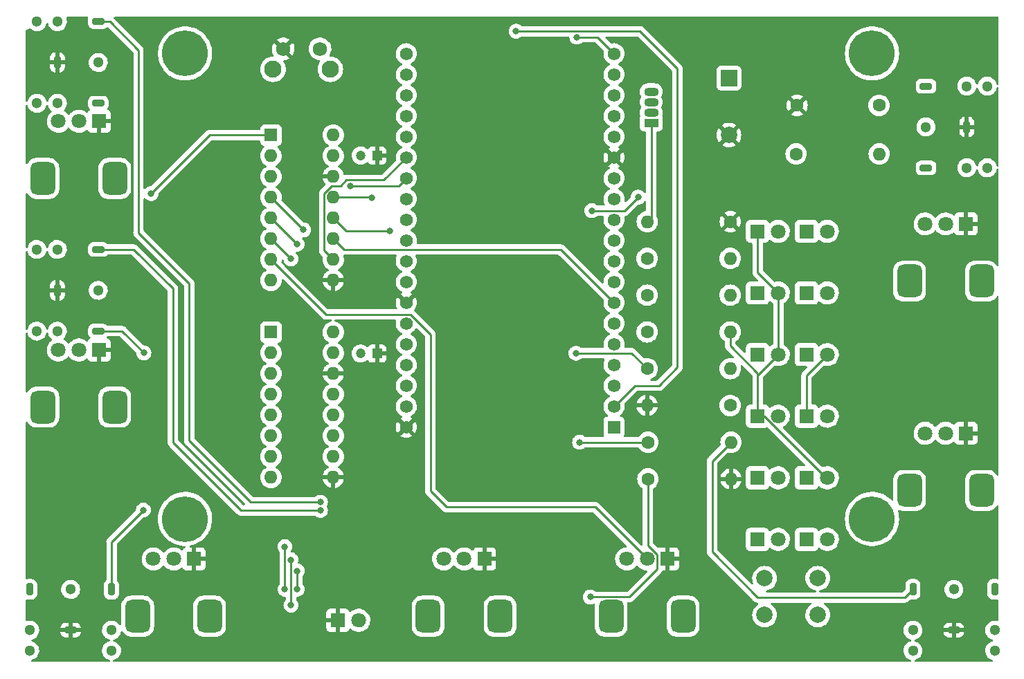
<source format=gbr>
%TF.GenerationSoftware,KiCad,Pcbnew,(6.0.4)*%
%TF.CreationDate,2022-10-21T11:56:49+02:00*%
%TF.ProjectId,Spikeling_V2.2c,5370696b-656c-4696-9e67-5f56322e3263,rev?*%
%TF.SameCoordinates,Original*%
%TF.FileFunction,Copper,L2,Bot*%
%TF.FilePolarity,Positive*%
%FSLAX46Y46*%
G04 Gerber Fmt 4.6, Leading zero omitted, Abs format (unit mm)*
G04 Created by KiCad (PCBNEW (6.0.4)) date 2022-10-21 11:56:49*
%MOMM*%
%LPD*%
G01*
G04 APERTURE LIST*
G04 Aperture macros list*
%AMRoundRect*
0 Rectangle with rounded corners*
0 $1 Rounding radius*
0 $2 $3 $4 $5 $6 $7 $8 $9 X,Y pos of 4 corners*
0 Add a 4 corners polygon primitive as box body*
4,1,4,$2,$3,$4,$5,$6,$7,$8,$9,$2,$3,0*
0 Add four circle primitives for the rounded corners*
1,1,$1+$1,$2,$3*
1,1,$1+$1,$4,$5*
1,1,$1+$1,$6,$7*
1,1,$1+$1,$8,$9*
0 Add four rect primitives between the rounded corners*
20,1,$1+$1,$2,$3,$4,$5,0*
20,1,$1+$1,$4,$5,$6,$7,0*
20,1,$1+$1,$6,$7,$8,$9,0*
20,1,$1+$1,$8,$9,$2,$3,0*%
G04 Aperture macros list end*
%TA.AperFunction,ComponentPad*%
%ADD10O,1.800000X1.070000*%
%TD*%
%TA.AperFunction,ComponentPad*%
%ADD11R,1.800000X1.070000*%
%TD*%
%TA.AperFunction,ComponentPad*%
%ADD12C,5.600000*%
%TD*%
%TA.AperFunction,ComponentPad*%
%ADD13R,1.800000X1.800000*%
%TD*%
%TA.AperFunction,ComponentPad*%
%ADD14C,1.800000*%
%TD*%
%TA.AperFunction,ComponentPad*%
%ADD15C,1.600000*%
%TD*%
%TA.AperFunction,ComponentPad*%
%ADD16O,1.600000X1.600000*%
%TD*%
%TA.AperFunction,ComponentPad*%
%ADD17R,1.600000X1.600000*%
%TD*%
%TA.AperFunction,ComponentPad*%
%ADD18RoundRect,0.750000X-0.750000X1.250000X-0.750000X-1.250000X0.750000X-1.250000X0.750000X1.250000X0*%
%TD*%
%TA.AperFunction,ComponentPad*%
%ADD19C,1.300000*%
%TD*%
%TA.AperFunction,ComponentPad*%
%ADD20RoundRect,0.200000X0.550000X0.200000X-0.550000X0.200000X-0.550000X-0.200000X0.550000X-0.200000X0*%
%TD*%
%TA.AperFunction,ComponentPad*%
%ADD21RoundRect,0.200000X-0.200000X0.550000X-0.200000X-0.550000X0.200000X-0.550000X0.200000X0.550000X0*%
%TD*%
%TA.AperFunction,ComponentPad*%
%ADD22RoundRect,0.200000X-0.550000X-0.200000X0.550000X-0.200000X0.550000X0.200000X-0.550000X0.200000X0*%
%TD*%
%TA.AperFunction,ComponentPad*%
%ADD23RoundRect,0.200000X0.200000X-0.550000X0.200000X0.550000X-0.200000X0.550000X-0.200000X-0.550000X0*%
%TD*%
%TA.AperFunction,ComponentPad*%
%ADD24R,1.200000X1.200000*%
%TD*%
%TA.AperFunction,ComponentPad*%
%ADD25C,1.200000*%
%TD*%
%TA.AperFunction,ComponentPad*%
%ADD26C,2.100000*%
%TD*%
%TA.AperFunction,ComponentPad*%
%ADD27C,1.750000*%
%TD*%
%TA.AperFunction,ComponentPad*%
%ADD28R,2.000000X2.000000*%
%TD*%
%TA.AperFunction,ComponentPad*%
%ADD29C,2.000000*%
%TD*%
%TA.AperFunction,ComponentPad*%
%ADD30R,1.560000X1.560000*%
%TD*%
%TA.AperFunction,ComponentPad*%
%ADD31C,1.560000*%
%TD*%
%TA.AperFunction,ViaPad*%
%ADD32C,0.800000*%
%TD*%
%TA.AperFunction,Conductor*%
%ADD33C,0.250000*%
%TD*%
G04 APERTURE END LIST*
D10*
%TO.P,D14,1,RA*%
%TO.N,/27*%
X177000000Y-62230000D03*
D11*
%TO.P,D14,2,K*%
%TO.N,Net-(R4-Pad2)*%
X177000000Y-63500000D03*
D10*
%TO.P,D14,3,GA*%
%TO.N,/14*%
X177000000Y-60960000D03*
%TO.P,D14,4,BA*%
%TO.N,/12*%
X177000000Y-59690000D03*
%TD*%
D12*
%TO.P, ,1*%
%TO.N,N/C*%
X120000000Y-55000000D03*
%TD*%
D13*
%TO.P,D7,1,K*%
%TO.N,Net-(R8-Pad2)*%
X190000000Y-76779000D03*
D14*
%TO.P,D7,2,A*%
%TO.N,Net-(R9-Pad2)*%
X192540000Y-76779000D03*
%TD*%
D13*
%TO.P,D2,1,K*%
%TO.N,Net-(R7-Pad2)*%
X190000000Y-114504000D03*
D14*
%TO.P,D2,2,A*%
%TO.N,Net-(R6-Pad2)*%
X192540000Y-114504000D03*
%TD*%
D15*
%TO.P,R5,1*%
%TO.N,/39*%
X186660000Y-98100000D03*
D16*
%TO.P,R5,2*%
%TO.N,GNDREF*%
X176500000Y-98100000D03*
%TD*%
D17*
%TO.P,U3,1,CH0*%
%TO.N,/200*%
X130500000Y-89125000D03*
D16*
%TO.P,U3,2,CH1*%
%TO.N,/201*%
X130500000Y-91665000D03*
%TO.P,U3,3,CH2*%
%TO.N,/202*%
X130500000Y-94205000D03*
%TO.P,U3,4,CH3*%
%TO.N,/203*%
X130500000Y-96745000D03*
%TO.P,U3,5,CH4*%
%TO.N,/204*%
X130500000Y-99285000D03*
%TO.P,U3,6,CH5*%
%TO.N,/205*%
X130500000Y-101825000D03*
%TO.P,U3,7,CH6*%
%TO.N,/206*%
X130500000Y-104365000D03*
%TO.P,U3,8,CH7*%
%TO.N,/207*%
X130500000Y-106905000D03*
%TO.P,U3,9,DGND*%
%TO.N,GNDREF*%
X138120000Y-106905000D03*
%TO.P,U3,10,~{CS}/SHDN*%
%TO.N,/04*%
X138120000Y-104365000D03*
%TO.P,U3,11,Din*%
%TO.N,/32*%
X138120000Y-101825000D03*
%TO.P,U3,12,Dout*%
%TO.N,/33*%
X138120000Y-99285000D03*
%TO.P,U3,13,CLK*%
%TO.N,/18*%
X138120000Y-96745000D03*
%TO.P,U3,14,AGND*%
%TO.N,GNDREF*%
X138120000Y-94205000D03*
%TO.P,U3,15,Vref*%
%TO.N,VCC*%
X138120000Y-91665000D03*
%TO.P,U3,16,Vdd*%
X138120000Y-89125000D03*
%TD*%
D13*
%TO.P,RV6,1,1*%
%TO.N,GNDREF*%
X215500000Y-101500000D03*
D14*
%TO.P,RV6,2,2*%
%TO.N,/104*%
X213000000Y-101500000D03*
%TO.P,RV6,3,3*%
%TO.N,VCC*%
X210500000Y-101500000D03*
D18*
%TO.P,RV6,MP*%
%TO.N,N/C*%
X208600000Y-108500000D03*
X217400000Y-108500000D03*
%TD*%
D13*
%TO.P,RV4,1,1*%
%TO.N,GNDREF*%
X179000000Y-116900000D03*
D14*
%TO.P,RV4,2,2*%
%TO.N,/106*%
X176500000Y-116900000D03*
%TO.P,RV4,3,3*%
%TO.N,VCC*%
X174000000Y-116900000D03*
D18*
%TO.P,RV4,MP*%
%TO.N,N/C*%
X180900000Y-123900000D03*
X172100000Y-123900000D03*
%TD*%
D19*
%TO.P,J2,*%
%TO.N,*%
X101882500Y-51100000D03*
X104382500Y-51100000D03*
X109382500Y-56100000D03*
X101882500Y-61100000D03*
X104382500Y-61100000D03*
D20*
%TO.P,J2,R*%
%TO.N,/200*%
X109382500Y-61100000D03*
D21*
%TO.P,J2,S*%
%TO.N,GNDREF*%
X104382500Y-56100000D03*
D20*
%TO.P,J2,T*%
%TO.N,/35*%
X109382500Y-51100000D03*
%TD*%
D19*
%TO.P,J1,*%
%TO.N,*%
X215600000Y-59000000D03*
X215600000Y-69000000D03*
X218100000Y-59000000D03*
X210600000Y-64000000D03*
X218100000Y-69000000D03*
D22*
%TO.P,J1,R*%
%TO.N,Net-(R1-Pad2)*%
X210600000Y-59000000D03*
D23*
%TO.P,J1,S*%
%TO.N,GNDREF*%
X215600000Y-64000000D03*
D22*
%TO.P,J1,T*%
%TO.N,/15*%
X210600000Y-69000000D03*
%TD*%
D13*
%TO.P,RV1,1,1*%
%TO.N,GNDREF*%
X109500000Y-63300000D03*
D14*
%TO.P,RV1,2,2*%
%TO.N,/101*%
X107000000Y-63300000D03*
%TO.P,RV1,3,3*%
%TO.N,VCC*%
X104500000Y-63300000D03*
D18*
%TO.P,RV1,MP*%
%TO.N,N/C*%
X102600000Y-70300000D03*
X111400000Y-70300000D03*
%TD*%
D13*
%TO.P,D4,1,K*%
%TO.N,Net-(R8-Pad2)*%
X190000000Y-99414000D03*
D14*
%TO.P,D4,2,A*%
%TO.N,Net-(R7-Pad2)*%
X192540000Y-99414000D03*
%TD*%
D13*
%TO.P,RV3,1,1*%
%TO.N,GNDREF*%
X121100000Y-116900000D03*
D14*
%TO.P,RV3,2,2*%
%TO.N,/100*%
X118600000Y-116900000D03*
%TO.P,RV3,3,3*%
%TO.N,VCC*%
X116100000Y-116900000D03*
D18*
%TO.P,RV3,MP*%
%TO.N,N/C*%
X123000000Y-123900000D03*
X114200000Y-123900000D03*
%TD*%
D15*
%TO.P,R3,1*%
%TO.N,/22*%
X176600000Y-102600000D03*
D16*
%TO.P,R3,2*%
%TO.N,Net-(R3-Pad2)*%
X186760000Y-102600000D03*
%TD*%
D12*
%TO.P, ,1*%
%TO.N,N/C*%
X204000000Y-55000000D03*
%TD*%
D17*
%TO.P,U2,1,CH0*%
%TO.N,/100*%
X130500000Y-65000000D03*
D16*
%TO.P,U2,2,CH1*%
%TO.N,/101*%
X130500000Y-67540000D03*
%TO.P,U2,3,CH2*%
%TO.N,/102*%
X130500000Y-70080000D03*
%TO.P,U2,4,CH3*%
%TO.N,/103*%
X130500000Y-72620000D03*
%TO.P,U2,5,CH4*%
%TO.N,/104*%
X130500000Y-75160000D03*
%TO.P,U2,6,CH5*%
%TO.N,/105*%
X130500000Y-77700000D03*
%TO.P,U2,7,CH6*%
%TO.N,/106*%
X130500000Y-80240000D03*
%TO.P,U2,8,CH7*%
%TO.N,/107*%
X130500000Y-82780000D03*
%TO.P,U2,9,DGND*%
%TO.N,GNDREF*%
X138120000Y-82780000D03*
%TO.P,U2,10,~{CS}/SHDN*%
%TO.N,/00*%
X138120000Y-80240000D03*
%TO.P,U2,11,Din*%
%TO.N,/32*%
X138120000Y-77700000D03*
%TO.P,U2,12,Dout*%
%TO.N,/33*%
X138120000Y-75160000D03*
%TO.P,U2,13,CLK*%
%TO.N,/18*%
X138120000Y-72620000D03*
%TO.P,U2,14,AGND*%
%TO.N,GNDREF*%
X138120000Y-70080000D03*
%TO.P,U2,15,Vref*%
%TO.N,VCC*%
X138120000Y-67540000D03*
%TO.P,U2,16,Vdd*%
X138120000Y-65000000D03*
%TD*%
D24*
%TO.P,C2,1*%
%TO.N,GNDREF*%
X143472600Y-91750000D03*
D25*
%TO.P,C2,2*%
%TO.N,VCC*%
X141472600Y-91750000D03*
%TD*%
D19*
%TO.P,J5,*%
%TO.N,*%
X219000000Y-125617500D03*
X219000000Y-128117500D03*
X209000000Y-128117500D03*
X214000000Y-120617500D03*
X209000000Y-125617500D03*
D21*
%TO.P,J5,R*%
%TO.N,/26*%
X219000000Y-120617500D03*
D22*
%TO.P,J5,S*%
%TO.N,GNDREF*%
X214000000Y-125617500D03*
D21*
%TO.P,J5,T*%
%TO.N,Net-(R3-Pad2)*%
X209000000Y-120617500D03*
%TD*%
D26*
%TO.P,SW2,*%
%TO.N,*%
X137760000Y-56930000D03*
X130750000Y-56930000D03*
D27*
%TO.P,SW2,1,1*%
%TO.N,GNDREF*%
X132000000Y-54440000D03*
%TO.P,SW2,2,2*%
%TO.N,Net-(SW2-Pad2)*%
X136500000Y-54440000D03*
%TD*%
D13*
%TO.P,D11,1,K*%
%TO.N,Net-(R7-Pad2)*%
X196000000Y-91869000D03*
D14*
%TO.P,D11,2,A*%
%TO.N,Net-(R9-Pad2)*%
X198540000Y-91869000D03*
%TD*%
D13*
%TO.P,D9,1,K*%
%TO.N,Net-(R6-Pad2)*%
X196000000Y-106959000D03*
D14*
%TO.P,D9,2,A*%
%TO.N,Net-(R8-Pad2)*%
X198540000Y-106959000D03*
%TD*%
D24*
%TO.P,C1,1*%
%TO.N,GNDREF*%
X143472600Y-67500000D03*
D25*
%TO.P,C1,2*%
%TO.N,VCC*%
X141472600Y-67500000D03*
%TD*%
D15*
%TO.P,R9,1*%
%TO.N,/21*%
X176500000Y-93600000D03*
D16*
%TO.P,R9,2*%
%TO.N,Net-(R9-Pad2)*%
X186660000Y-93600000D03*
%TD*%
D13*
%TO.P,D13,1,K*%
%TO.N,Net-(R6-Pad2)*%
X196000000Y-76779000D03*
D14*
%TO.P,D13,2,A*%
%TO.N,Net-(R9-Pad2)*%
X198540000Y-76779000D03*
%TD*%
D13*
%TO.P,D12,1,K*%
%TO.N,Net-(R9-Pad2)*%
X196000000Y-84324000D03*
D14*
%TO.P,D12,2,A*%
%TO.N,Net-(R6-Pad2)*%
X198540000Y-84324000D03*
%TD*%
D13*
%TO.P,D10,1,K*%
%TO.N,Net-(R9-Pad2)*%
X196000000Y-99414000D03*
D14*
%TO.P,D10,2,A*%
%TO.N,Net-(R7-Pad2)*%
X198540000Y-99414000D03*
%TD*%
D15*
%TO.P,R1,1*%
%TO.N,/25*%
X194720000Y-67300000D03*
D16*
%TO.P,R1,2*%
%TO.N,Net-(R1-Pad2)*%
X204880000Y-67300000D03*
%TD*%
D13*
%TO.P,D1,1,K*%
%TO.N,GNDREF*%
X138688000Y-124400000D03*
D14*
%TO.P,D1,2,A*%
%TO.N,/202*%
X141228000Y-124400000D03*
%TD*%
D13*
%TO.P,RV7,1,1*%
%TO.N,GNDREF*%
X215500000Y-75872000D03*
D14*
%TO.P,RV7,2,2*%
%TO.N,/105*%
X213000000Y-75872000D03*
%TO.P,RV7,3,3*%
%TO.N,VCC*%
X210500000Y-75872000D03*
D18*
%TO.P,RV7,MP*%
%TO.N,N/C*%
X208600000Y-82872000D03*
X217400000Y-82872000D03*
%TD*%
D13*
%TO.P,RV2,1,1*%
%TO.N,GNDREF*%
X109500000Y-91300000D03*
D14*
%TO.P,RV2,2,2*%
%TO.N,/102*%
X107000000Y-91300000D03*
%TO.P,RV2,3,3*%
%TO.N,VCC*%
X104500000Y-91300000D03*
D18*
%TO.P,RV2,MP*%
%TO.N,N/C*%
X111400000Y-98300000D03*
X102600000Y-98300000D03*
%TD*%
D19*
%TO.P,e,*%
%TO.N,*%
X104382500Y-79000000D03*
X101882500Y-89000000D03*
X101882500Y-79000000D03*
X109382500Y-84000000D03*
X104382500Y-89000000D03*
D20*
%TO.P,e,R*%
%TO.N,/201*%
X109382500Y-89000000D03*
D21*
%TO.P,e,S*%
%TO.N,GNDREF*%
X104382500Y-84000000D03*
D20*
%TO.P,e,T*%
%TO.N,/34*%
X109382500Y-79000000D03*
%TD*%
D13*
%TO.P,D3,1,K*%
%TO.N,Net-(R6-Pad2)*%
X190000000Y-106959000D03*
D14*
%TO.P,D3,2,A*%
%TO.N,Net-(R7-Pad2)*%
X192540000Y-106959000D03*
%TD*%
D12*
%TO.P, ,1*%
%TO.N,N/C*%
X204000000Y-112000000D03*
%TD*%
D13*
%TO.P,D5,1,K*%
%TO.N,Net-(R7-Pad2)*%
X190000000Y-91869000D03*
D14*
%TO.P,D5,2,A*%
%TO.N,Net-(R8-Pad2)*%
X192540000Y-91869000D03*
%TD*%
D19*
%TO.P,J4,*%
%TO.N,*%
X101000000Y-128117500D03*
X111000000Y-125617500D03*
X101000000Y-125617500D03*
X111000000Y-128117500D03*
X106000000Y-120617500D03*
D21*
%TO.P,J4,R*%
%TO.N,/203*%
X111000000Y-120617500D03*
D22*
%TO.P,J4,S*%
%TO.N,GNDREF*%
X106000000Y-125617500D03*
D21*
%TO.P,J4,T*%
%TO.N,unconnected-(J4-PadT)*%
X101000000Y-120617500D03*
%TD*%
D15*
%TO.P,R8,1*%
%TO.N,/19*%
X176500000Y-89100000D03*
D16*
%TO.P,R8,2*%
%TO.N,Net-(R8-Pad2)*%
X186660000Y-89100000D03*
%TD*%
D15*
%TO.P,R2,1*%
%TO.N,/202*%
X176600000Y-107100000D03*
D16*
%TO.P,R2,2*%
%TO.N,GNDREF*%
X186760000Y-107100000D03*
%TD*%
D13*
%TO.P,RV5,1,1*%
%TO.N,GNDREF*%
X156619000Y-116900000D03*
D14*
%TO.P,RV5,2,2*%
%TO.N,/103*%
X154119000Y-116900000D03*
%TO.P,RV5,3,3*%
%TO.N,VCC*%
X151619000Y-116900000D03*
D18*
%TO.P,RV5,MP*%
%TO.N,N/C*%
X149719000Y-123900000D03*
X158519000Y-123900000D03*
%TD*%
D15*
%TO.P,C3,1*%
%TO.N,Net-(R1-Pad2)*%
X204860000Y-61350000D03*
%TO.P,C3,2*%
%TO.N,GNDREF*%
X194830000Y-61350000D03*
%TD*%
%TO.P,R7,1*%
%TO.N,/05*%
X176500000Y-84600000D03*
D16*
%TO.P,R7,2*%
%TO.N,Net-(R7-Pad2)*%
X186660000Y-84600000D03*
%TD*%
D15*
%TO.P,R4,1*%
%TO.N,GNDREF*%
X186680000Y-75600000D03*
D16*
%TO.P,R4,2*%
%TO.N,Net-(R4-Pad2)*%
X176520000Y-75600000D03*
%TD*%
D28*
%TO.P,BZ1,1,-*%
%TO.N,/13*%
X186500000Y-58000000D03*
D29*
%TO.P,BZ1,2,+*%
%TO.N,GNDREF*%
X186500000Y-65000000D03*
%TD*%
D12*
%TO.P, ,1*%
%TO.N,N/C*%
X120000000Y-112000000D03*
%TD*%
D15*
%TO.P,R6,1*%
%TO.N,/02*%
X176500000Y-80100000D03*
D16*
%TO.P,R6,2*%
%TO.N,Net-(R6-Pad2)*%
X186660000Y-80100000D03*
%TD*%
D29*
%TO.P,SW1,1,1*%
%TO.N,/39*%
X190860000Y-119250000D03*
X197360000Y-119250000D03*
%TO.P,SW1,2,2*%
%TO.N,VCC*%
X197360000Y-123750000D03*
X190860000Y-123750000D03*
%TD*%
D30*
%TO.P,U1,1,3V3*%
%TO.N,+3V3*%
X172450000Y-100760000D03*
D31*
%TO.P,U1,2,EN*%
%TO.N,Net-(SW2-Pad2)*%
X172450000Y-98220000D03*
%TO.P,U1,3,SENSOR_VP*%
%TO.N,unconnected-(U1-Pad3)*%
X172450000Y-95680000D03*
%TO.P,U1,4,SENSOR_VN*%
%TO.N,/39*%
X172450000Y-93140000D03*
%TO.P,U1,5,IO34*%
%TO.N,/34*%
X172450000Y-90600000D03*
%TO.P,U1,6,IO35*%
%TO.N,/35*%
X172450000Y-88060000D03*
%TO.P,U1,7,IO32*%
%TO.N,/32*%
X172450000Y-85520000D03*
%TO.P,U1,8,IO33*%
%TO.N,/33*%
X172450000Y-82980000D03*
%TO.P,U1,9,IO25*%
%TO.N,/25*%
X172450000Y-80440000D03*
%TO.P,U1,10,IO26*%
%TO.N,/26*%
X172450000Y-77900000D03*
%TO.P,U1,11,IO27*%
%TO.N,/27*%
X172450000Y-75360000D03*
%TO.P,U1,12,IO14*%
%TO.N,/14*%
X172450000Y-72820000D03*
%TO.P,U1,13,IO12*%
%TO.N,/12*%
X172450000Y-70280000D03*
%TO.P,U1,14,GND1*%
%TO.N,GNDREF*%
X172450000Y-67740000D03*
%TO.P,U1,15,IO13*%
%TO.N,/13*%
X172450000Y-65200000D03*
%TO.P,U1,16,SD2*%
%TO.N,unconnected-(U1-Pad16)*%
X172450000Y-62660000D03*
%TO.P,U1,17,SD3*%
%TO.N,unconnected-(U1-Pad17)*%
X172450000Y-60120000D03*
%TO.P,U1,18,CMD*%
%TO.N,unconnected-(U1-Pad18)*%
X172450000Y-57580000D03*
%TO.P,U1,19,EXT_5V*%
%TO.N,VCC*%
X172450000Y-55040000D03*
%TO.P,U1,20,GND3*%
%TO.N,GNDREF*%
X147050000Y-100760000D03*
%TO.P,U1,21,IO23*%
%TO.N,/23*%
X147050000Y-98220000D03*
%TO.P,U1,22,IO22*%
%TO.N,/22*%
X147050000Y-95680000D03*
%TO.P,U1,23,TXD0*%
%TO.N,unconnected-(U1-Pad23)*%
X147050000Y-93140000D03*
%TO.P,U1,24,RXD0*%
%TO.N,unconnected-(U1-Pad24)*%
X147050000Y-90600000D03*
%TO.P,U1,25,IO21*%
%TO.N,/21*%
X147050000Y-88060000D03*
%TO.P,U1,26,GND2*%
%TO.N,GNDREF*%
X147050000Y-85520000D03*
%TO.P,U1,27,IO19*%
%TO.N,/19*%
X147050000Y-82980000D03*
%TO.P,U1,28,IO18*%
%TO.N,/18*%
X147050000Y-80440000D03*
%TO.P,U1,29,IO5*%
%TO.N,/05*%
X147050000Y-77900000D03*
%TO.P,U1,30,IO17*%
%TO.N,/17*%
X147050000Y-75360000D03*
%TO.P,U1,31,IO16*%
%TO.N,/16*%
X147050000Y-72820000D03*
%TO.P,U1,32,IO4*%
%TO.N,/04*%
X147050000Y-70280000D03*
%TO.P,U1,33,IO0*%
%TO.N,/00*%
X147050000Y-67740000D03*
%TO.P,U1,34,IO2*%
%TO.N,/02*%
X147050000Y-65200000D03*
%TO.P,U1,35,IO15*%
%TO.N,/15*%
X147050000Y-62660000D03*
%TO.P,U1,36,SD1*%
%TO.N,unconnected-(U1-Pad36)*%
X147050000Y-60120000D03*
%TO.P,U1,37,SD0*%
%TO.N,unconnected-(U1-Pad37)*%
X147050000Y-57580000D03*
%TO.P,U1,38,CLK*%
%TO.N,unconnected-(U1-Pad38)*%
X147050000Y-55040000D03*
%TD*%
D13*
%TO.P,D8,1,K*%
%TO.N,Net-(R8-Pad2)*%
X196000000Y-114504000D03*
D14*
%TO.P,D8,2,A*%
%TO.N,Net-(R6-Pad2)*%
X198540000Y-114504000D03*
%TD*%
D13*
%TO.P,D6,1,K*%
%TO.N,Net-(R9-Pad2)*%
X190000000Y-84324000D03*
D14*
%TO.P,D6,2,A*%
%TO.N,Net-(R8-Pad2)*%
X192540000Y-84324000D03*
%TD*%
D32*
%TO.N,/34*%
X136550000Y-110950000D03*
%TO.N,/35*%
X136550000Y-109950000D03*
%TO.N,/22*%
X168250000Y-102600000D03*
%TO.N,/21*%
X167804511Y-91704511D03*
%TO.N,/15*%
X175400000Y-72600000D03*
X169744511Y-74255489D03*
%TO.N,VCC*%
X167900000Y-53000000D03*
%TO.N,/202*%
X132200000Y-120600000D03*
X132200000Y-115400000D03*
X169550000Y-121550000D03*
%TO.N,/203*%
X114900000Y-110900000D03*
%TO.N,/103*%
X134480000Y-76600000D03*
%TO.N,/105*%
X132950000Y-122550000D03*
X132950000Y-117000000D03*
X132950000Y-80150000D03*
%TO.N,/104*%
X133700000Y-78350000D03*
X133700000Y-118350000D03*
X133700000Y-120600000D03*
%TO.N,/201*%
X114965000Y-91665000D03*
%TO.N,/33*%
X145000000Y-76750000D03*
%TO.N,/18*%
X142800000Y-72650000D03*
%TO.N,/04*%
X140195489Y-71204511D03*
%TO.N,/100*%
X115850000Y-72150000D03*
%TO.N,Net-(SW2-Pad2)*%
X160474511Y-52275489D03*
%TD*%
D33*
%TO.N,GNDREF*%
X176400000Y-99019022D02*
X176400000Y-98300000D01*
%TO.N,/34*%
X118500000Y-83800000D02*
X118500000Y-102635717D01*
X113700000Y-79000000D02*
X118500000Y-83800000D01*
X109382500Y-79000000D02*
X113700000Y-79000000D01*
X126814283Y-110950000D02*
X136550000Y-110950000D01*
X118500000Y-102635717D02*
X126814283Y-110950000D01*
%TO.N,/35*%
X114300000Y-54600000D02*
X114300000Y-76950000D01*
X114300000Y-76950000D02*
X120500000Y-83150000D01*
X110800000Y-51100000D02*
X114300000Y-54600000D01*
X120500000Y-102400000D02*
X128050000Y-109950000D01*
X120500000Y-83150000D02*
X120500000Y-102400000D01*
X109382500Y-51100000D02*
X110800000Y-51100000D01*
X128050000Y-109950000D02*
X136550000Y-109950000D01*
%TO.N,/22*%
X168250000Y-102600000D02*
X176600000Y-102600000D01*
%TO.N,/21*%
X176500000Y-93600000D02*
X174604511Y-91704511D01*
X174604511Y-91704511D02*
X167804511Y-91704511D01*
%TO.N,/15*%
X173744511Y-74255489D02*
X169744511Y-74255489D01*
X175400000Y-72600000D02*
X173744511Y-74255489D01*
%TO.N,Net-(R7-Pad2)*%
X192540000Y-107000000D02*
X192540000Y-106225009D01*
%TO.N,Net-(R8-Pad2)*%
X190000000Y-76779000D02*
X190000000Y-81784000D01*
X198353279Y-106959000D02*
X198540000Y-106959000D01*
X190000000Y-99414000D02*
X190000000Y-94409000D01*
X192540000Y-84324000D02*
X192540000Y-91869000D01*
X186660000Y-90810000D02*
X190000000Y-94150000D01*
X190000000Y-94150000D02*
X190000000Y-94409000D01*
X190000000Y-81784000D02*
X192540000Y-84324000D01*
X190808279Y-99414000D02*
X198353279Y-106959000D01*
X190000000Y-94409000D02*
X192540000Y-91869000D01*
X186660000Y-89100000D02*
X186660000Y-90810000D01*
X190000000Y-99414000D02*
X190808279Y-99414000D01*
%TO.N,Net-(R9-Pad2)*%
X196000000Y-94409000D02*
X198540000Y-91869000D01*
X196000000Y-99414000D02*
X196000000Y-94409000D01*
%TO.N,Net-(R4-Pad2)*%
X177000000Y-63500000D02*
X177000000Y-75120000D01*
X177000000Y-75120000D02*
X176520000Y-75600000D01*
%TO.N,/39*%
X191000000Y-118920000D02*
X191000000Y-119250000D01*
%TO.N,VCC*%
X170410000Y-53000000D02*
X172450000Y-55040000D01*
X167900000Y-53000000D02*
X170410000Y-53000000D01*
%TO.N,/202*%
X177724511Y-118175489D02*
X174350000Y-121550000D01*
X132200000Y-115400000D02*
X132200000Y-120600000D01*
X174350000Y-121550000D02*
X169550000Y-121550000D01*
X177724511Y-116392790D02*
X177724511Y-118175489D01*
X140600000Y-124100000D02*
X141574511Y-125074511D01*
X176600000Y-107100000D02*
X176600000Y-115268279D01*
X176600000Y-115268279D02*
X177724511Y-116392790D01*
%TO.N,/203*%
X114900000Y-110900000D02*
X111000000Y-114800000D01*
X111000000Y-114800000D02*
X111000000Y-120617500D01*
%TO.N,/106*%
X137215489Y-86955489D02*
X147555489Y-86955489D01*
X130500000Y-80240000D02*
X137215489Y-86955489D01*
X150000000Y-108600000D02*
X151950000Y-110550000D01*
X170150000Y-110550000D02*
X176500000Y-116900000D01*
X150000000Y-89400000D02*
X150000000Y-108600000D01*
X151950000Y-110550000D02*
X170150000Y-110550000D01*
X147555489Y-86955489D02*
X150000000Y-89400000D01*
%TO.N,/103*%
X130500000Y-72620000D02*
X134480000Y-76600000D01*
%TO.N,/105*%
X132950000Y-117000000D02*
X132950000Y-122550000D01*
X130500000Y-77700000D02*
X132950000Y-80150000D01*
%TO.N,/104*%
X130500000Y-75160000D02*
X133490000Y-78150000D01*
X133500000Y-78150000D02*
X133700000Y-78350000D01*
X133490000Y-78150000D02*
X133500000Y-78150000D01*
X133700000Y-118350000D02*
X133700000Y-120600000D01*
%TO.N,/201*%
X114965000Y-91665000D02*
X112300000Y-89000000D01*
X109382500Y-89000000D02*
X112300000Y-89000000D01*
%TO.N,/32*%
X138120000Y-77700000D02*
X139424511Y-79004511D01*
X139424511Y-79004511D02*
X165934511Y-79004511D01*
X165934511Y-79004511D02*
X172450000Y-85520000D01*
%TO.N,/33*%
X139710000Y-76750000D02*
X138120000Y-75160000D01*
X145000000Y-76750000D02*
X139710000Y-76750000D01*
%TO.N,/18*%
X142800000Y-72650000D02*
X142770000Y-72620000D01*
X142770000Y-72620000D02*
X138120000Y-72620000D01*
%TO.N,/04*%
X146125489Y-71204511D02*
X147050000Y-70280000D01*
X140195489Y-71204511D02*
X146125489Y-71204511D01*
%TO.N,/00*%
X144310000Y-70480000D02*
X139720000Y-70480000D01*
X136995489Y-79115489D02*
X138120000Y-80240000D01*
X138995489Y-71204511D02*
X137945189Y-71204511D01*
X139720000Y-70480000D02*
X138995489Y-71204511D01*
X137945189Y-71204511D02*
X136995489Y-72154211D01*
X136995489Y-72154211D02*
X136995489Y-79115489D01*
X147050000Y-67740000D02*
X144310000Y-70480000D01*
%TO.N,/100*%
X123000000Y-65000000D02*
X130500000Y-65000000D01*
X115850000Y-72150000D02*
X123000000Y-65000000D01*
%TO.N,Net-(R3-Pad2)*%
X184450000Y-116050000D02*
X190017500Y-121617500D01*
X208000000Y-121617500D02*
X207782500Y-121617500D01*
X209000000Y-120617500D02*
X208000000Y-121617500D01*
X190017500Y-121617500D02*
X207782500Y-121617500D01*
X186760000Y-102600000D02*
X184450000Y-104910000D01*
X184450000Y-104910000D02*
X184450000Y-116050000D01*
%TO.N,Net-(SW2-Pad2)*%
X174970000Y-95700000D02*
X177950000Y-95700000D01*
X175625489Y-52275489D02*
X160474511Y-52275489D01*
X172450000Y-98220000D02*
X174970000Y-95700000D01*
X177950000Y-95700000D02*
X180200000Y-93450000D01*
X180200000Y-93450000D02*
X180200000Y-56850000D01*
X180200000Y-56850000D02*
X175625489Y-52275489D01*
%TD*%
%TA.AperFunction,Conductor*%
%TO.N,GNDREF*%
G36*
X108109270Y-50528502D02*
G01*
X108155763Y-50582158D01*
X108165867Y-50652432D01*
X108161383Y-50672179D01*
X108130747Y-50769938D01*
X108124000Y-50843365D01*
X108124000Y-50846263D01*
X108124001Y-51100666D01*
X108124001Y-51356634D01*
X108130747Y-51430062D01*
X108132746Y-51436440D01*
X108132746Y-51436441D01*
X108175735Y-51573617D01*
X108182028Y-51593699D01*
X108270861Y-51740381D01*
X108392119Y-51861639D01*
X108538801Y-51950472D01*
X108546048Y-51952743D01*
X108546050Y-51952744D01*
X108585836Y-51965212D01*
X108702438Y-52001753D01*
X108775865Y-52008500D01*
X108778763Y-52008500D01*
X109384074Y-52008499D01*
X109989134Y-52008499D01*
X109991992Y-52008236D01*
X109992001Y-52008236D01*
X110027504Y-52004974D01*
X110062562Y-52001753D01*
X110068947Y-51999752D01*
X110218950Y-51952744D01*
X110218952Y-51952743D01*
X110226199Y-51950472D01*
X110372881Y-51861639D01*
X110430213Y-51804307D01*
X110492525Y-51770281D01*
X110563340Y-51775346D01*
X110608403Y-51804307D01*
X113629595Y-54825499D01*
X113663621Y-54887811D01*
X113666500Y-54914594D01*
X113666500Y-76871233D01*
X113665973Y-76882416D01*
X113664298Y-76889909D01*
X113664547Y-76897835D01*
X113664547Y-76897836D01*
X113666438Y-76957986D01*
X113666500Y-76961945D01*
X113666500Y-76989856D01*
X113666997Y-76993790D01*
X113666997Y-76993791D01*
X113667005Y-76993856D01*
X113667938Y-77005693D01*
X113669327Y-77049889D01*
X113673633Y-77064709D01*
X113674978Y-77069339D01*
X113678987Y-77088700D01*
X113681526Y-77108797D01*
X113684445Y-77116168D01*
X113684445Y-77116170D01*
X113697804Y-77149912D01*
X113701649Y-77161142D01*
X113713982Y-77203593D01*
X113718015Y-77210412D01*
X113718017Y-77210417D01*
X113724293Y-77221028D01*
X113732988Y-77238776D01*
X113740448Y-77257617D01*
X113745110Y-77264033D01*
X113745110Y-77264034D01*
X113766436Y-77293387D01*
X113772952Y-77303307D01*
X113795458Y-77341362D01*
X113809779Y-77355683D01*
X113822619Y-77370716D01*
X113834528Y-77387107D01*
X113857024Y-77405717D01*
X113868605Y-77415298D01*
X113877384Y-77423288D01*
X119829595Y-83375500D01*
X119863621Y-83437812D01*
X119866500Y-83464595D01*
X119866500Y-102321233D01*
X119865973Y-102332416D01*
X119864298Y-102339909D01*
X119864547Y-102347835D01*
X119864547Y-102347836D01*
X119866438Y-102407986D01*
X119866500Y-102411945D01*
X119866500Y-102439856D01*
X119866997Y-102443790D01*
X119866997Y-102443791D01*
X119867005Y-102443856D01*
X119867938Y-102455693D01*
X119869327Y-102499889D01*
X119874978Y-102519339D01*
X119878987Y-102538700D01*
X119881526Y-102558797D01*
X119884445Y-102566168D01*
X119884445Y-102566170D01*
X119897804Y-102599912D01*
X119901649Y-102611142D01*
X119909468Y-102638056D01*
X119913982Y-102653593D01*
X119918015Y-102660412D01*
X119918017Y-102660417D01*
X119924293Y-102671028D01*
X119932988Y-102688776D01*
X119940448Y-102707617D01*
X119945110Y-102714033D01*
X119945110Y-102714034D01*
X119966436Y-102743387D01*
X119972952Y-102753307D01*
X119990729Y-102783365D01*
X119995458Y-102791362D01*
X120009779Y-102805683D01*
X120022619Y-102820716D01*
X120034528Y-102837107D01*
X120046316Y-102846859D01*
X120068605Y-102865298D01*
X120077384Y-102873288D01*
X127305501Y-110101405D01*
X127339527Y-110163717D01*
X127334462Y-110234532D01*
X127291915Y-110291368D01*
X127225395Y-110316179D01*
X127216406Y-110316500D01*
X127128877Y-110316500D01*
X127060756Y-110296498D01*
X127039782Y-110279595D01*
X119170405Y-102410217D01*
X119136379Y-102347905D01*
X119133500Y-102321122D01*
X119133500Y-83878767D01*
X119134027Y-83867584D01*
X119135702Y-83860091D01*
X119133562Y-83792014D01*
X119133500Y-83788055D01*
X119133500Y-83760144D01*
X119132995Y-83756144D01*
X119132062Y-83744301D01*
X119130922Y-83708029D01*
X119130673Y-83700110D01*
X119125022Y-83680658D01*
X119121014Y-83661306D01*
X119119467Y-83649063D01*
X119118474Y-83641203D01*
X119113325Y-83628197D01*
X119102200Y-83600097D01*
X119098355Y-83588870D01*
X119096665Y-83583052D01*
X119086018Y-83546407D01*
X119075707Y-83528972D01*
X119067012Y-83511224D01*
X119059552Y-83492383D01*
X119040391Y-83466009D01*
X119033564Y-83456613D01*
X119027048Y-83446693D01*
X119008580Y-83415465D01*
X119008578Y-83415462D01*
X119004542Y-83408638D01*
X118990221Y-83394317D01*
X118977380Y-83379283D01*
X118974897Y-83375866D01*
X118965472Y-83362893D01*
X118931395Y-83334702D01*
X118922616Y-83326712D01*
X114203652Y-78607747D01*
X114196112Y-78599461D01*
X114192000Y-78592982D01*
X114142348Y-78546356D01*
X114139507Y-78543602D01*
X114119770Y-78523865D01*
X114116573Y-78521385D01*
X114107551Y-78513680D01*
X114099693Y-78506301D01*
X114075321Y-78483414D01*
X114068375Y-78479595D01*
X114068372Y-78479593D01*
X114057566Y-78473652D01*
X114041047Y-78462801D01*
X114037117Y-78459753D01*
X114025041Y-78450386D01*
X114017772Y-78447241D01*
X114017768Y-78447238D01*
X113984463Y-78432826D01*
X113973813Y-78427609D01*
X113935060Y-78406305D01*
X113915437Y-78401267D01*
X113896734Y-78394863D01*
X113885420Y-78389967D01*
X113885419Y-78389967D01*
X113878145Y-78386819D01*
X113870322Y-78385580D01*
X113870312Y-78385577D01*
X113834476Y-78379901D01*
X113822856Y-78377495D01*
X113787711Y-78368472D01*
X113787710Y-78368472D01*
X113780030Y-78366500D01*
X113759776Y-78366500D01*
X113740065Y-78364949D01*
X113727886Y-78363020D01*
X113720057Y-78361780D01*
X113712165Y-78362526D01*
X113676039Y-78365941D01*
X113664181Y-78366500D01*
X110553210Y-78366500D01*
X110485089Y-78346498D01*
X110464115Y-78329595D01*
X110372881Y-78238361D01*
X110226199Y-78149528D01*
X110218952Y-78147257D01*
X110218950Y-78147256D01*
X110129167Y-78119120D01*
X110062562Y-78098247D01*
X109989135Y-78091500D01*
X109986237Y-78091500D01*
X109380926Y-78091501D01*
X108775866Y-78091501D01*
X108773008Y-78091764D01*
X108772999Y-78091764D01*
X108739021Y-78094886D01*
X108702438Y-78098247D01*
X108696060Y-78100246D01*
X108696059Y-78100246D01*
X108546050Y-78147256D01*
X108546048Y-78147257D01*
X108538801Y-78149528D01*
X108392119Y-78238361D01*
X108270861Y-78359619D01*
X108182028Y-78506301D01*
X108179757Y-78513548D01*
X108179756Y-78513550D01*
X108168482Y-78549527D01*
X108130747Y-78669938D01*
X108124000Y-78743365D01*
X108124000Y-78746263D01*
X108124001Y-79000665D01*
X108124001Y-79256634D01*
X108124264Y-79259492D01*
X108124264Y-79259501D01*
X108125639Y-79274465D01*
X108130747Y-79330062D01*
X108132746Y-79336440D01*
X108132746Y-79336441D01*
X108174957Y-79471134D01*
X108182028Y-79493699D01*
X108270861Y-79640381D01*
X108392119Y-79761639D01*
X108538801Y-79850472D01*
X108546048Y-79852743D01*
X108546050Y-79852744D01*
X108590259Y-79866598D01*
X108702438Y-79901753D01*
X108775865Y-79908500D01*
X108778763Y-79908500D01*
X109384074Y-79908499D01*
X109989134Y-79908499D01*
X109991992Y-79908236D01*
X109992001Y-79908236D01*
X110027504Y-79904974D01*
X110062562Y-79901753D01*
X110068947Y-79899752D01*
X110218950Y-79852744D01*
X110218952Y-79852743D01*
X110226199Y-79850472D01*
X110372881Y-79761639D01*
X110464115Y-79670405D01*
X110526427Y-79636379D01*
X110553210Y-79633500D01*
X113385406Y-79633500D01*
X113453527Y-79653502D01*
X113474501Y-79670405D01*
X117829595Y-84025500D01*
X117863621Y-84087812D01*
X117866500Y-84114595D01*
X117866500Y-102556950D01*
X117865973Y-102568133D01*
X117864298Y-102575626D01*
X117864547Y-102583552D01*
X117864547Y-102583553D01*
X117866438Y-102643703D01*
X117866500Y-102647662D01*
X117866500Y-102675573D01*
X117866997Y-102679507D01*
X117866997Y-102679508D01*
X117867005Y-102679573D01*
X117867938Y-102691410D01*
X117869327Y-102735606D01*
X117871588Y-102743387D01*
X117874978Y-102755056D01*
X117878987Y-102774417D01*
X117881526Y-102794514D01*
X117884445Y-102801885D01*
X117884445Y-102801887D01*
X117897804Y-102835629D01*
X117901649Y-102846859D01*
X117907006Y-102865298D01*
X117913982Y-102889310D01*
X117918015Y-102896129D01*
X117918017Y-102896134D01*
X117924293Y-102906745D01*
X117932988Y-102924493D01*
X117940448Y-102943334D01*
X117945110Y-102949750D01*
X117945110Y-102949751D01*
X117966436Y-102979104D01*
X117972952Y-102989024D01*
X117987278Y-103013247D01*
X117995458Y-103027079D01*
X118009779Y-103041400D01*
X118022619Y-103056433D01*
X118034528Y-103072824D01*
X118040634Y-103077875D01*
X118068605Y-103101015D01*
X118077384Y-103109005D01*
X126310631Y-111342253D01*
X126318171Y-111350539D01*
X126322283Y-111357018D01*
X126328060Y-111362443D01*
X126371934Y-111403643D01*
X126374776Y-111406398D01*
X126394513Y-111426135D01*
X126397710Y-111428615D01*
X126406730Y-111436318D01*
X126438962Y-111466586D01*
X126445908Y-111470405D01*
X126445911Y-111470407D01*
X126456717Y-111476348D01*
X126473236Y-111487199D01*
X126489242Y-111499614D01*
X126496511Y-111502759D01*
X126496515Y-111502762D01*
X126529820Y-111517174D01*
X126540470Y-111522391D01*
X126579223Y-111543695D01*
X126586898Y-111545666D01*
X126586899Y-111545666D01*
X126598845Y-111548733D01*
X126617550Y-111555137D01*
X126636138Y-111563181D01*
X126643961Y-111564420D01*
X126643971Y-111564423D01*
X126679807Y-111570099D01*
X126691427Y-111572505D01*
X126726572Y-111581528D01*
X126734253Y-111583500D01*
X126754507Y-111583500D01*
X126774217Y-111585051D01*
X126794226Y-111588220D01*
X126802118Y-111587474D01*
X126838244Y-111584059D01*
X126850102Y-111583500D01*
X135841800Y-111583500D01*
X135909921Y-111603502D01*
X135929147Y-111619843D01*
X135929420Y-111619540D01*
X135934332Y-111623963D01*
X135938747Y-111628866D01*
X136093248Y-111741118D01*
X136099276Y-111743802D01*
X136099278Y-111743803D01*
X136261681Y-111816109D01*
X136267712Y-111818794D01*
X136361113Y-111838647D01*
X136448056Y-111857128D01*
X136448061Y-111857128D01*
X136454513Y-111858500D01*
X136645487Y-111858500D01*
X136651939Y-111857128D01*
X136651944Y-111857128D01*
X136738887Y-111838647D01*
X136832288Y-111818794D01*
X136838319Y-111816109D01*
X137000722Y-111743803D01*
X137000724Y-111743802D01*
X137006752Y-111741118D01*
X137161253Y-111628866D01*
X137197851Y-111588220D01*
X137284621Y-111491852D01*
X137284622Y-111491851D01*
X137289040Y-111486944D01*
X137384527Y-111321556D01*
X137443542Y-111139928D01*
X137447449Y-111102761D01*
X137462814Y-110956565D01*
X137463504Y-110950000D01*
X137443542Y-110760072D01*
X137384527Y-110578444D01*
X137346743Y-110513000D01*
X137330005Y-110444005D01*
X137346743Y-110387000D01*
X137381223Y-110327279D01*
X137381224Y-110327278D01*
X137384527Y-110321556D01*
X137443542Y-110139928D01*
X137448122Y-110096357D01*
X137462814Y-109956565D01*
X137463504Y-109950000D01*
X137443542Y-109760072D01*
X137384527Y-109578444D01*
X137289040Y-109413056D01*
X137161253Y-109271134D01*
X137006752Y-109158882D01*
X137000724Y-109156198D01*
X137000722Y-109156197D01*
X136838319Y-109083891D01*
X136838318Y-109083891D01*
X136832288Y-109081206D01*
X136738887Y-109061353D01*
X136651944Y-109042872D01*
X136651939Y-109042872D01*
X136645487Y-109041500D01*
X136454513Y-109041500D01*
X136448061Y-109042872D01*
X136448056Y-109042872D01*
X136361113Y-109061353D01*
X136267712Y-109081206D01*
X136261682Y-109083891D01*
X136261681Y-109083891D01*
X136099278Y-109156197D01*
X136099276Y-109156198D01*
X136093248Y-109158882D01*
X135938747Y-109271134D01*
X135934332Y-109276037D01*
X135929420Y-109280460D01*
X135928295Y-109279211D01*
X135874986Y-109312051D01*
X135841800Y-109316500D01*
X128364595Y-109316500D01*
X128296474Y-109296498D01*
X128275500Y-109279595D01*
X125900905Y-106905000D01*
X129186502Y-106905000D01*
X129206457Y-107133087D01*
X129207881Y-107138400D01*
X129207881Y-107138402D01*
X129260132Y-107333402D01*
X129265716Y-107354243D01*
X129268039Y-107359224D01*
X129268039Y-107359225D01*
X129360151Y-107556762D01*
X129360154Y-107556767D01*
X129362477Y-107561749D01*
X129365634Y-107566257D01*
X129446873Y-107682278D01*
X129493802Y-107749300D01*
X129655700Y-107911198D01*
X129660208Y-107914355D01*
X129660211Y-107914357D01*
X129696072Y-107939467D01*
X129843251Y-108042523D01*
X129848233Y-108044846D01*
X129848238Y-108044849D01*
X130044765Y-108136490D01*
X130050757Y-108139284D01*
X130056065Y-108140706D01*
X130056067Y-108140707D01*
X130266598Y-108197119D01*
X130266600Y-108197119D01*
X130271913Y-108198543D01*
X130500000Y-108218498D01*
X130728087Y-108198543D01*
X130733400Y-108197119D01*
X130733402Y-108197119D01*
X130943933Y-108140707D01*
X130943935Y-108140706D01*
X130949243Y-108139284D01*
X130955235Y-108136490D01*
X131151762Y-108044849D01*
X131151767Y-108044846D01*
X131156749Y-108042523D01*
X131303928Y-107939467D01*
X131339789Y-107914357D01*
X131339792Y-107914355D01*
X131344300Y-107911198D01*
X131506198Y-107749300D01*
X131553128Y-107682278D01*
X131634366Y-107566257D01*
X131637523Y-107561749D01*
X131639846Y-107556767D01*
X131639849Y-107556762D01*
X131731961Y-107359225D01*
X131731961Y-107359224D01*
X131734284Y-107354243D01*
X131739869Y-107333402D01*
X131783245Y-107171522D01*
X136837273Y-107171522D01*
X136884764Y-107348761D01*
X136888510Y-107359053D01*
X136980586Y-107556511D01*
X136986069Y-107566007D01*
X137111028Y-107744467D01*
X137118084Y-107752875D01*
X137272125Y-107906916D01*
X137280533Y-107913972D01*
X137458993Y-108038931D01*
X137468489Y-108044414D01*
X137665947Y-108136490D01*
X137676239Y-108140236D01*
X137848503Y-108186394D01*
X137862599Y-108186058D01*
X137866000Y-108178116D01*
X137866000Y-108172967D01*
X138374000Y-108172967D01*
X138377973Y-108186498D01*
X138386522Y-108187727D01*
X138563761Y-108140236D01*
X138574053Y-108136490D01*
X138771511Y-108044414D01*
X138781007Y-108038931D01*
X138959467Y-107913972D01*
X138967875Y-107906916D01*
X139121916Y-107752875D01*
X139128972Y-107744467D01*
X139253931Y-107566007D01*
X139259414Y-107556511D01*
X139351490Y-107359053D01*
X139355236Y-107348761D01*
X139401394Y-107176497D01*
X139401058Y-107162401D01*
X139393116Y-107159000D01*
X138392115Y-107159000D01*
X138376876Y-107163475D01*
X138375671Y-107164865D01*
X138374000Y-107172548D01*
X138374000Y-108172967D01*
X137866000Y-108172967D01*
X137866000Y-107177115D01*
X137861525Y-107161876D01*
X137860135Y-107160671D01*
X137852452Y-107159000D01*
X136852033Y-107159000D01*
X136838502Y-107162973D01*
X136837273Y-107171522D01*
X131783245Y-107171522D01*
X131792119Y-107138402D01*
X131792119Y-107138400D01*
X131793543Y-107133087D01*
X131813498Y-106905000D01*
X131793543Y-106676913D01*
X131792119Y-106671598D01*
X131735707Y-106461067D01*
X131735706Y-106461065D01*
X131734284Y-106455757D01*
X131730778Y-106448238D01*
X131639849Y-106253238D01*
X131639846Y-106253233D01*
X131637523Y-106248251D01*
X131531381Y-106096665D01*
X131509357Y-106065211D01*
X131509355Y-106065208D01*
X131506198Y-106060700D01*
X131344300Y-105898802D01*
X131339792Y-105895645D01*
X131339789Y-105895643D01*
X131230248Y-105818942D01*
X131156749Y-105767477D01*
X131151767Y-105765154D01*
X131151762Y-105765151D01*
X131117543Y-105749195D01*
X131064258Y-105702278D01*
X131044797Y-105634001D01*
X131065339Y-105566041D01*
X131117543Y-105520805D01*
X131151762Y-105504849D01*
X131151767Y-105504846D01*
X131156749Y-105502523D01*
X131306427Y-105397717D01*
X131339789Y-105374357D01*
X131339792Y-105374355D01*
X131344300Y-105371198D01*
X131506198Y-105209300D01*
X131637523Y-105021749D01*
X131639846Y-105016767D01*
X131639849Y-105016762D01*
X131731961Y-104819225D01*
X131731961Y-104819224D01*
X131734284Y-104814243D01*
X131771611Y-104674940D01*
X131792119Y-104598402D01*
X131792119Y-104598400D01*
X131793543Y-104593087D01*
X131813498Y-104365000D01*
X136806502Y-104365000D01*
X136826457Y-104593087D01*
X136827881Y-104598400D01*
X136827881Y-104598402D01*
X136848390Y-104674940D01*
X136885716Y-104814243D01*
X136888039Y-104819224D01*
X136888039Y-104819225D01*
X136980151Y-105016762D01*
X136980154Y-105016767D01*
X136982477Y-105021749D01*
X137113802Y-105209300D01*
X137275700Y-105371198D01*
X137280208Y-105374355D01*
X137280211Y-105374357D01*
X137313573Y-105397717D01*
X137463251Y-105502523D01*
X137468233Y-105504846D01*
X137468238Y-105504849D01*
X137503049Y-105521081D01*
X137556334Y-105567998D01*
X137575795Y-105636275D01*
X137555253Y-105704235D01*
X137503049Y-105749471D01*
X137468489Y-105765586D01*
X137458993Y-105771069D01*
X137280533Y-105896028D01*
X137272125Y-105903084D01*
X137118084Y-106057125D01*
X137111028Y-106065533D01*
X136986069Y-106243993D01*
X136980586Y-106253489D01*
X136888510Y-106450947D01*
X136884764Y-106461239D01*
X136838606Y-106633503D01*
X136838942Y-106647599D01*
X136846884Y-106651000D01*
X139387967Y-106651000D01*
X139401498Y-106647027D01*
X139402727Y-106638478D01*
X139355236Y-106461239D01*
X139351490Y-106450947D01*
X139259414Y-106253489D01*
X139253931Y-106243993D01*
X139128972Y-106065533D01*
X139121916Y-106057125D01*
X138967875Y-105903084D01*
X138959467Y-105896028D01*
X138781007Y-105771069D01*
X138771511Y-105765586D01*
X138736951Y-105749471D01*
X138683666Y-105702554D01*
X138664205Y-105634277D01*
X138684747Y-105566317D01*
X138736951Y-105521081D01*
X138771762Y-105504849D01*
X138771767Y-105504846D01*
X138776749Y-105502523D01*
X138926427Y-105397717D01*
X138959789Y-105374357D01*
X138959792Y-105374355D01*
X138964300Y-105371198D01*
X139126198Y-105209300D01*
X139257523Y-105021749D01*
X139259846Y-105016767D01*
X139259849Y-105016762D01*
X139351961Y-104819225D01*
X139351961Y-104819224D01*
X139354284Y-104814243D01*
X139391611Y-104674940D01*
X139412119Y-104598402D01*
X139412119Y-104598400D01*
X139413543Y-104593087D01*
X139433498Y-104365000D01*
X139413543Y-104136913D01*
X139354284Y-103915757D01*
X139343926Y-103893543D01*
X139259849Y-103713238D01*
X139259846Y-103713233D01*
X139257523Y-103708251D01*
X139126198Y-103520700D01*
X138964300Y-103358802D01*
X138959792Y-103355645D01*
X138959789Y-103355643D01*
X138855685Y-103282749D01*
X138776749Y-103227477D01*
X138771767Y-103225154D01*
X138771762Y-103225151D01*
X138737543Y-103209195D01*
X138684258Y-103162278D01*
X138664797Y-103094001D01*
X138685339Y-103026041D01*
X138737543Y-102980805D01*
X138771762Y-102964849D01*
X138771767Y-102964846D01*
X138776749Y-102962523D01*
X138893238Y-102880956D01*
X138959789Y-102834357D01*
X138959792Y-102834355D01*
X138964300Y-102831198D01*
X139126198Y-102669300D01*
X139134300Y-102657730D01*
X139203573Y-102558797D01*
X139257523Y-102481749D01*
X139259846Y-102476767D01*
X139259849Y-102476762D01*
X139351961Y-102279225D01*
X139351961Y-102279224D01*
X139354284Y-102274243D01*
X139368090Y-102222721D01*
X139412119Y-102058402D01*
X139412119Y-102058400D01*
X139413543Y-102053087D01*
X139432912Y-101831702D01*
X146342853Y-101831702D01*
X146352149Y-101843717D01*
X146399032Y-101876545D01*
X146408527Y-101882028D01*
X146602810Y-101972622D01*
X146613106Y-101976370D01*
X146820177Y-102031855D01*
X146830964Y-102033757D01*
X147044525Y-102052441D01*
X147055475Y-102052441D01*
X147269036Y-102033757D01*
X147279823Y-102031855D01*
X147486894Y-101976370D01*
X147497190Y-101972622D01*
X147691473Y-101882028D01*
X147700968Y-101876545D01*
X147748689Y-101843130D01*
X147757064Y-101832653D01*
X147749996Y-101819206D01*
X147062812Y-101132022D01*
X147048868Y-101124408D01*
X147047035Y-101124539D01*
X147040420Y-101128790D01*
X146349283Y-101819927D01*
X146342853Y-101831702D01*
X139432912Y-101831702D01*
X139433498Y-101825000D01*
X139413543Y-101596913D01*
X139378367Y-101465634D01*
X139355707Y-101381067D01*
X139355706Y-101381065D01*
X139354284Y-101375757D01*
X139321746Y-101305978D01*
X139259849Y-101173238D01*
X139259846Y-101173233D01*
X139257523Y-101168251D01*
X139184098Y-101063389D01*
X139129357Y-100985211D01*
X139129355Y-100985208D01*
X139126198Y-100980700D01*
X138964300Y-100818802D01*
X138959792Y-100815645D01*
X138959789Y-100815643D01*
X138888141Y-100765475D01*
X145757559Y-100765475D01*
X145776243Y-100979036D01*
X145778145Y-100989823D01*
X145833630Y-101196894D01*
X145837378Y-101207190D01*
X145927972Y-101401473D01*
X145933455Y-101410968D01*
X145966870Y-101458689D01*
X145977347Y-101467064D01*
X145990794Y-101459996D01*
X146677978Y-100772812D01*
X146684356Y-100761132D01*
X147414408Y-100761132D01*
X147414539Y-100762965D01*
X147418790Y-100769580D01*
X148109927Y-101460717D01*
X148121702Y-101467147D01*
X148133717Y-101457851D01*
X148166545Y-101410968D01*
X148172028Y-101401473D01*
X148262622Y-101207190D01*
X148266370Y-101196894D01*
X148321855Y-100989823D01*
X148323757Y-100979036D01*
X148342441Y-100765475D01*
X148342441Y-100754525D01*
X148323757Y-100540964D01*
X148321855Y-100530177D01*
X148266370Y-100323106D01*
X148262622Y-100312810D01*
X148172028Y-100118527D01*
X148166545Y-100109032D01*
X148133130Y-100061311D01*
X148122653Y-100052936D01*
X148109206Y-100060004D01*
X147422022Y-100747188D01*
X147414408Y-100761132D01*
X146684356Y-100761132D01*
X146685592Y-100758868D01*
X146685461Y-100757035D01*
X146681210Y-100750420D01*
X145990073Y-100059283D01*
X145978298Y-100052853D01*
X145966283Y-100062149D01*
X145933455Y-100109032D01*
X145927972Y-100118527D01*
X145837378Y-100312810D01*
X145833630Y-100323106D01*
X145778145Y-100530177D01*
X145776243Y-100540964D01*
X145757559Y-100754525D01*
X145757559Y-100765475D01*
X138888141Y-100765475D01*
X138872503Y-100754525D01*
X138776749Y-100687477D01*
X138771767Y-100685154D01*
X138771762Y-100685151D01*
X138737543Y-100669195D01*
X138684258Y-100622278D01*
X138664797Y-100554001D01*
X138685339Y-100486041D01*
X138737543Y-100440805D01*
X138771762Y-100424849D01*
X138771767Y-100424846D01*
X138776749Y-100422523D01*
X138933435Y-100312810D01*
X138959789Y-100294357D01*
X138959792Y-100294355D01*
X138964300Y-100291198D01*
X139126198Y-100129300D01*
X139129652Y-100124368D01*
X139254366Y-99946257D01*
X139257523Y-99941749D01*
X139259846Y-99936767D01*
X139259849Y-99936762D01*
X139351961Y-99739225D01*
X139351961Y-99739224D01*
X139354284Y-99734243D01*
X139369815Y-99676283D01*
X139412119Y-99518402D01*
X139412119Y-99518400D01*
X139413543Y-99513087D01*
X139433498Y-99285000D01*
X139413543Y-99056913D01*
X139385913Y-98953797D01*
X139355707Y-98841067D01*
X139355706Y-98841065D01*
X139354284Y-98835757D01*
X139351961Y-98830775D01*
X139259849Y-98633238D01*
X139259846Y-98633233D01*
X139257523Y-98628251D01*
X139146212Y-98469283D01*
X139129357Y-98445211D01*
X139129355Y-98445208D01*
X139126198Y-98440700D01*
X138964300Y-98278802D01*
X138959792Y-98275645D01*
X138959789Y-98275643D01*
X138872503Y-98214525D01*
X138776749Y-98147477D01*
X138771767Y-98145154D01*
X138771762Y-98145151D01*
X138737543Y-98129195D01*
X138684258Y-98082278D01*
X138664797Y-98014001D01*
X138685339Y-97946041D01*
X138737543Y-97900805D01*
X138771762Y-97884849D01*
X138771767Y-97884846D01*
X138776749Y-97882523D01*
X138881611Y-97809098D01*
X138959789Y-97754357D01*
X138959792Y-97754355D01*
X138964300Y-97751198D01*
X139126198Y-97589300D01*
X139133922Y-97578270D01*
X139254366Y-97406257D01*
X139257523Y-97401749D01*
X139259846Y-97396767D01*
X139259849Y-97396762D01*
X139351961Y-97199225D01*
X139351961Y-97199224D01*
X139354284Y-97194243D01*
X139380196Y-97097541D01*
X139412119Y-96978402D01*
X139412119Y-96978400D01*
X139413543Y-96973087D01*
X139433498Y-96745000D01*
X139413543Y-96516913D01*
X139404920Y-96484732D01*
X139355707Y-96301067D01*
X139355706Y-96301065D01*
X139354284Y-96295757D01*
X139338762Y-96262469D01*
X139259849Y-96093238D01*
X139259846Y-96093233D01*
X139257523Y-96088251D01*
X139160771Y-95950075D01*
X139129357Y-95905211D01*
X139129355Y-95905208D01*
X139126198Y-95900700D01*
X138964300Y-95738802D01*
X138959792Y-95735645D01*
X138959789Y-95735643D01*
X138872503Y-95674525D01*
X138776749Y-95607477D01*
X138771767Y-95605154D01*
X138771762Y-95605151D01*
X138736951Y-95588919D01*
X138683666Y-95542002D01*
X138664205Y-95473725D01*
X138684747Y-95405765D01*
X138736951Y-95360529D01*
X138771511Y-95344414D01*
X138781007Y-95338931D01*
X138959467Y-95213972D01*
X138967875Y-95206916D01*
X139121916Y-95052875D01*
X139128972Y-95044467D01*
X139253931Y-94866007D01*
X139259414Y-94856511D01*
X139351490Y-94659053D01*
X139355236Y-94648761D01*
X139401394Y-94476497D01*
X139401058Y-94462401D01*
X139393116Y-94459000D01*
X136852033Y-94459000D01*
X136838502Y-94462973D01*
X136837273Y-94471522D01*
X136884764Y-94648761D01*
X136888510Y-94659053D01*
X136980586Y-94856511D01*
X136986069Y-94866007D01*
X137111028Y-95044467D01*
X137118084Y-95052875D01*
X137272125Y-95206916D01*
X137280533Y-95213972D01*
X137458993Y-95338931D01*
X137468489Y-95344414D01*
X137503049Y-95360529D01*
X137556334Y-95407446D01*
X137575795Y-95475723D01*
X137555253Y-95543683D01*
X137503049Y-95588919D01*
X137468238Y-95605151D01*
X137468233Y-95605154D01*
X137463251Y-95607477D01*
X137367497Y-95674525D01*
X137280211Y-95735643D01*
X137280208Y-95735645D01*
X137275700Y-95738802D01*
X137113802Y-95900700D01*
X137110645Y-95905208D01*
X137110643Y-95905211D01*
X137079229Y-95950075D01*
X136982477Y-96088251D01*
X136980154Y-96093233D01*
X136980151Y-96093238D01*
X136901238Y-96262469D01*
X136885716Y-96295757D01*
X136884294Y-96301065D01*
X136884293Y-96301067D01*
X136835080Y-96484732D01*
X136826457Y-96516913D01*
X136806502Y-96745000D01*
X136826457Y-96973087D01*
X136827881Y-96978400D01*
X136827881Y-96978402D01*
X136859805Y-97097541D01*
X136885716Y-97194243D01*
X136888039Y-97199224D01*
X136888039Y-97199225D01*
X136980151Y-97396762D01*
X136980154Y-97396767D01*
X136982477Y-97401749D01*
X136985634Y-97406257D01*
X137106079Y-97578270D01*
X137113802Y-97589300D01*
X137275700Y-97751198D01*
X137280208Y-97754355D01*
X137280211Y-97754357D01*
X137358389Y-97809098D01*
X137463251Y-97882523D01*
X137468233Y-97884846D01*
X137468238Y-97884849D01*
X137502457Y-97900805D01*
X137555742Y-97947722D01*
X137575203Y-98015999D01*
X137554661Y-98083959D01*
X137502457Y-98129195D01*
X137468238Y-98145151D01*
X137468233Y-98145154D01*
X137463251Y-98147477D01*
X137367497Y-98214525D01*
X137280211Y-98275643D01*
X137280208Y-98275645D01*
X137275700Y-98278802D01*
X137113802Y-98440700D01*
X137110645Y-98445208D01*
X137110643Y-98445211D01*
X137093788Y-98469283D01*
X136982477Y-98628251D01*
X136980154Y-98633233D01*
X136980151Y-98633238D01*
X136888039Y-98830775D01*
X136885716Y-98835757D01*
X136884294Y-98841065D01*
X136884293Y-98841067D01*
X136854087Y-98953797D01*
X136826457Y-99056913D01*
X136806502Y-99285000D01*
X136826457Y-99513087D01*
X136827881Y-99518400D01*
X136827881Y-99518402D01*
X136870186Y-99676283D01*
X136885716Y-99734243D01*
X136888039Y-99739224D01*
X136888039Y-99739225D01*
X136980151Y-99936762D01*
X136980154Y-99936767D01*
X136982477Y-99941749D01*
X136985634Y-99946257D01*
X137110349Y-100124368D01*
X137113802Y-100129300D01*
X137275700Y-100291198D01*
X137280208Y-100294355D01*
X137280211Y-100294357D01*
X137306565Y-100312810D01*
X137463251Y-100422523D01*
X137468233Y-100424846D01*
X137468238Y-100424849D01*
X137502457Y-100440805D01*
X137555742Y-100487722D01*
X137575203Y-100555999D01*
X137554661Y-100623959D01*
X137502457Y-100669195D01*
X137468238Y-100685151D01*
X137468233Y-100685154D01*
X137463251Y-100687477D01*
X137367497Y-100754525D01*
X137280211Y-100815643D01*
X137280208Y-100815645D01*
X137275700Y-100818802D01*
X137113802Y-100980700D01*
X137110645Y-100985208D01*
X137110643Y-100985211D01*
X137055902Y-101063389D01*
X136982477Y-101168251D01*
X136980154Y-101173233D01*
X136980151Y-101173238D01*
X136918254Y-101305978D01*
X136885716Y-101375757D01*
X136884294Y-101381065D01*
X136884293Y-101381067D01*
X136861633Y-101465634D01*
X136826457Y-101596913D01*
X136806502Y-101825000D01*
X136826457Y-102053087D01*
X136827881Y-102058400D01*
X136827881Y-102058402D01*
X136871911Y-102222721D01*
X136885716Y-102274243D01*
X136888039Y-102279224D01*
X136888039Y-102279225D01*
X136980151Y-102476762D01*
X136980154Y-102476767D01*
X136982477Y-102481749D01*
X137036427Y-102558797D01*
X137105701Y-102657730D01*
X137113802Y-102669300D01*
X137275700Y-102831198D01*
X137280208Y-102834355D01*
X137280211Y-102834357D01*
X137346762Y-102880956D01*
X137463251Y-102962523D01*
X137468233Y-102964846D01*
X137468238Y-102964849D01*
X137502457Y-102980805D01*
X137555742Y-103027722D01*
X137575203Y-103095999D01*
X137554661Y-103163959D01*
X137502457Y-103209195D01*
X137468238Y-103225151D01*
X137468233Y-103225154D01*
X137463251Y-103227477D01*
X137384315Y-103282749D01*
X137280211Y-103355643D01*
X137280208Y-103355645D01*
X137275700Y-103358802D01*
X137113802Y-103520700D01*
X136982477Y-103708251D01*
X136980154Y-103713233D01*
X136980151Y-103713238D01*
X136896074Y-103893543D01*
X136885716Y-103915757D01*
X136826457Y-104136913D01*
X136806502Y-104365000D01*
X131813498Y-104365000D01*
X131793543Y-104136913D01*
X131734284Y-103915757D01*
X131723926Y-103893543D01*
X131639849Y-103713238D01*
X131639846Y-103713233D01*
X131637523Y-103708251D01*
X131506198Y-103520700D01*
X131344300Y-103358802D01*
X131339792Y-103355645D01*
X131339789Y-103355643D01*
X131235685Y-103282749D01*
X131156749Y-103227477D01*
X131151767Y-103225154D01*
X131151762Y-103225151D01*
X131117543Y-103209195D01*
X131064258Y-103162278D01*
X131044797Y-103094001D01*
X131065339Y-103026041D01*
X131117543Y-102980805D01*
X131151762Y-102964849D01*
X131151767Y-102964846D01*
X131156749Y-102962523D01*
X131273238Y-102880956D01*
X131339789Y-102834357D01*
X131339792Y-102834355D01*
X131344300Y-102831198D01*
X131506198Y-102669300D01*
X131514300Y-102657730D01*
X131583573Y-102558797D01*
X131637523Y-102481749D01*
X131639846Y-102476767D01*
X131639849Y-102476762D01*
X131731961Y-102279225D01*
X131731961Y-102279224D01*
X131734284Y-102274243D01*
X131748090Y-102222721D01*
X131792119Y-102058402D01*
X131792119Y-102058400D01*
X131793543Y-102053087D01*
X131813498Y-101825000D01*
X131793543Y-101596913D01*
X131758367Y-101465634D01*
X131735707Y-101381067D01*
X131735706Y-101381065D01*
X131734284Y-101375757D01*
X131701746Y-101305978D01*
X131639849Y-101173238D01*
X131639846Y-101173233D01*
X131637523Y-101168251D01*
X131564098Y-101063389D01*
X131509357Y-100985211D01*
X131509355Y-100985208D01*
X131506198Y-100980700D01*
X131344300Y-100818802D01*
X131339792Y-100815645D01*
X131339789Y-100815643D01*
X131252503Y-100754525D01*
X131156749Y-100687477D01*
X131151767Y-100685154D01*
X131151762Y-100685151D01*
X131117543Y-100669195D01*
X131064258Y-100622278D01*
X131044797Y-100554001D01*
X131065339Y-100486041D01*
X131117543Y-100440805D01*
X131151762Y-100424849D01*
X131151767Y-100424846D01*
X131156749Y-100422523D01*
X131313435Y-100312810D01*
X131339789Y-100294357D01*
X131339792Y-100294355D01*
X131344300Y-100291198D01*
X131506198Y-100129300D01*
X131509652Y-100124368D01*
X131634366Y-99946257D01*
X131637523Y-99941749D01*
X131639846Y-99936767D01*
X131639849Y-99936762D01*
X131731961Y-99739225D01*
X131731961Y-99739224D01*
X131734284Y-99734243D01*
X131749815Y-99676283D01*
X131792119Y-99518402D01*
X131792119Y-99518400D01*
X131793543Y-99513087D01*
X131813498Y-99285000D01*
X131793543Y-99056913D01*
X131765913Y-98953797D01*
X131735707Y-98841067D01*
X131735706Y-98841065D01*
X131734284Y-98835757D01*
X131731961Y-98830775D01*
X131639849Y-98633238D01*
X131639846Y-98633233D01*
X131637523Y-98628251D01*
X131526212Y-98469283D01*
X131509357Y-98445211D01*
X131509355Y-98445208D01*
X131506198Y-98440700D01*
X131344300Y-98278802D01*
X131339792Y-98275645D01*
X131339789Y-98275643D01*
X131252503Y-98214525D01*
X131156749Y-98147477D01*
X131151767Y-98145154D01*
X131151762Y-98145151D01*
X131117543Y-98129195D01*
X131064258Y-98082278D01*
X131044797Y-98014001D01*
X131065339Y-97946041D01*
X131117543Y-97900805D01*
X131151762Y-97884849D01*
X131151767Y-97884846D01*
X131156749Y-97882523D01*
X131261611Y-97809098D01*
X131339789Y-97754357D01*
X131339792Y-97754355D01*
X131344300Y-97751198D01*
X131506198Y-97589300D01*
X131513922Y-97578270D01*
X131634366Y-97406257D01*
X131637523Y-97401749D01*
X131639846Y-97396767D01*
X131639849Y-97396762D01*
X131731961Y-97199225D01*
X131731961Y-97199224D01*
X131734284Y-97194243D01*
X131760196Y-97097541D01*
X131792119Y-96978402D01*
X131792119Y-96978400D01*
X131793543Y-96973087D01*
X131813498Y-96745000D01*
X131793543Y-96516913D01*
X131784920Y-96484732D01*
X131735707Y-96301067D01*
X131735706Y-96301065D01*
X131734284Y-96295757D01*
X131718762Y-96262469D01*
X131639849Y-96093238D01*
X131639846Y-96093233D01*
X131637523Y-96088251D01*
X131540771Y-95950075D01*
X131509357Y-95905211D01*
X131509355Y-95905208D01*
X131506198Y-95900700D01*
X131344300Y-95738802D01*
X131339792Y-95735645D01*
X131339789Y-95735643D01*
X131252503Y-95674525D01*
X131156749Y-95607477D01*
X131151767Y-95605154D01*
X131151762Y-95605151D01*
X131117543Y-95589195D01*
X131064258Y-95542278D01*
X131044797Y-95474001D01*
X131065339Y-95406041D01*
X131117543Y-95360805D01*
X131151762Y-95344849D01*
X131151767Y-95344846D01*
X131156749Y-95342523D01*
X131262332Y-95268593D01*
X131339789Y-95214357D01*
X131339792Y-95214355D01*
X131344300Y-95211198D01*
X131506198Y-95049300D01*
X131513922Y-95038270D01*
X131614925Y-94894022D01*
X131637523Y-94861749D01*
X131639846Y-94856767D01*
X131639849Y-94856762D01*
X131731961Y-94659225D01*
X131731961Y-94659224D01*
X131734284Y-94654243D01*
X131739575Y-94634499D01*
X131792119Y-94438402D01*
X131792119Y-94438400D01*
X131793543Y-94433087D01*
X131813498Y-94205000D01*
X131793543Y-93976913D01*
X131785688Y-93947599D01*
X131735707Y-93761067D01*
X131735706Y-93761065D01*
X131734284Y-93755757D01*
X131692168Y-93665438D01*
X131639849Y-93553238D01*
X131639846Y-93553233D01*
X131637523Y-93548251D01*
X131543646Y-93414181D01*
X131509357Y-93365211D01*
X131509355Y-93365208D01*
X131506198Y-93360700D01*
X131344300Y-93198802D01*
X131339792Y-93195645D01*
X131339789Y-93195643D01*
X131239016Y-93125081D01*
X131156749Y-93067477D01*
X131151767Y-93065154D01*
X131151762Y-93065151D01*
X131117543Y-93049195D01*
X131064258Y-93002278D01*
X131044797Y-92934001D01*
X131065339Y-92866041D01*
X131117543Y-92820805D01*
X131151762Y-92804849D01*
X131151767Y-92804846D01*
X131156749Y-92802523D01*
X131262690Y-92728342D01*
X131339789Y-92674357D01*
X131339792Y-92674355D01*
X131344300Y-92671198D01*
X131506198Y-92509300D01*
X131513922Y-92498270D01*
X131581690Y-92401486D01*
X131637523Y-92321749D01*
X131639846Y-92316767D01*
X131639849Y-92316762D01*
X131731961Y-92119225D01*
X131731961Y-92119224D01*
X131734284Y-92114243D01*
X131746198Y-92069782D01*
X131792119Y-91898402D01*
X131792119Y-91898400D01*
X131793543Y-91893087D01*
X131813498Y-91665000D01*
X131793543Y-91436913D01*
X131770535Y-91351047D01*
X131735707Y-91221067D01*
X131735706Y-91221065D01*
X131734284Y-91215757D01*
X131724388Y-91194535D01*
X131639849Y-91013238D01*
X131639846Y-91013233D01*
X131637523Y-91008251D01*
X131543437Y-90873882D01*
X131509357Y-90825211D01*
X131509355Y-90825208D01*
X131506198Y-90820700D01*
X131344300Y-90658802D01*
X131339789Y-90655643D01*
X131335576Y-90652108D01*
X131336527Y-90650974D01*
X131296529Y-90600929D01*
X131289224Y-90530310D01*
X131321258Y-90466951D01*
X131382462Y-90430970D01*
X131399517Y-90427918D01*
X131410316Y-90426745D01*
X131546705Y-90375615D01*
X131663261Y-90288261D01*
X131750615Y-90171705D01*
X131801745Y-90035316D01*
X131808500Y-89973134D01*
X131808500Y-88276866D01*
X131801745Y-88214684D01*
X131750615Y-88078295D01*
X131663261Y-87961739D01*
X131546705Y-87874385D01*
X131410316Y-87823255D01*
X131348134Y-87816500D01*
X129651866Y-87816500D01*
X129589684Y-87823255D01*
X129453295Y-87874385D01*
X129336739Y-87961739D01*
X129249385Y-88078295D01*
X129198255Y-88214684D01*
X129191500Y-88276866D01*
X129191500Y-89973134D01*
X129198255Y-90035316D01*
X129249385Y-90171705D01*
X129336739Y-90288261D01*
X129453295Y-90375615D01*
X129589684Y-90426745D01*
X129600474Y-90427917D01*
X129602606Y-90428803D01*
X129605222Y-90429425D01*
X129605121Y-90429848D01*
X129666035Y-90455155D01*
X129706463Y-90513517D01*
X129708922Y-90584471D01*
X129672629Y-90645490D01*
X129663969Y-90652489D01*
X129660207Y-90655646D01*
X129655700Y-90658802D01*
X129493802Y-90820700D01*
X129490645Y-90825208D01*
X129490643Y-90825211D01*
X129456563Y-90873882D01*
X129362477Y-91008251D01*
X129360154Y-91013233D01*
X129360151Y-91013238D01*
X129275612Y-91194535D01*
X129265716Y-91215757D01*
X129264294Y-91221065D01*
X129264293Y-91221067D01*
X129229465Y-91351047D01*
X129206457Y-91436913D01*
X129186502Y-91665000D01*
X129206457Y-91893087D01*
X129207881Y-91898400D01*
X129207881Y-91898402D01*
X129253803Y-92069782D01*
X129265716Y-92114243D01*
X129268039Y-92119224D01*
X129268039Y-92119225D01*
X129360151Y-92316762D01*
X129360154Y-92316767D01*
X129362477Y-92321749D01*
X129418310Y-92401486D01*
X129486079Y-92498270D01*
X129493802Y-92509300D01*
X129655700Y-92671198D01*
X129660208Y-92674355D01*
X129660211Y-92674357D01*
X129737310Y-92728342D01*
X129843251Y-92802523D01*
X129848233Y-92804846D01*
X129848238Y-92804849D01*
X129882457Y-92820805D01*
X129935742Y-92867722D01*
X129955203Y-92935999D01*
X129934661Y-93003959D01*
X129882457Y-93049195D01*
X129848238Y-93065151D01*
X129848233Y-93065154D01*
X129843251Y-93067477D01*
X129760984Y-93125081D01*
X129660211Y-93195643D01*
X129660208Y-93195645D01*
X129655700Y-93198802D01*
X129493802Y-93360700D01*
X129490645Y-93365208D01*
X129490643Y-93365211D01*
X129456354Y-93414181D01*
X129362477Y-93548251D01*
X129360154Y-93553233D01*
X129360151Y-93553238D01*
X129307832Y-93665438D01*
X129265716Y-93755757D01*
X129264294Y-93761065D01*
X129264293Y-93761067D01*
X129214312Y-93947599D01*
X129206457Y-93976913D01*
X129186502Y-94205000D01*
X129206457Y-94433087D01*
X129207881Y-94438400D01*
X129207881Y-94438402D01*
X129260426Y-94634499D01*
X129265716Y-94654243D01*
X129268039Y-94659224D01*
X129268039Y-94659225D01*
X129360151Y-94856762D01*
X129360154Y-94856767D01*
X129362477Y-94861749D01*
X129385075Y-94894022D01*
X129486079Y-95038270D01*
X129493802Y-95049300D01*
X129655700Y-95211198D01*
X129660208Y-95214355D01*
X129660211Y-95214357D01*
X129737668Y-95268593D01*
X129843251Y-95342523D01*
X129848233Y-95344846D01*
X129848238Y-95344849D01*
X129882457Y-95360805D01*
X129935742Y-95407722D01*
X129955203Y-95475999D01*
X129934661Y-95543959D01*
X129882457Y-95589195D01*
X129848238Y-95605151D01*
X129848233Y-95605154D01*
X129843251Y-95607477D01*
X129747497Y-95674525D01*
X129660211Y-95735643D01*
X129660208Y-95735645D01*
X129655700Y-95738802D01*
X129493802Y-95900700D01*
X129490645Y-95905208D01*
X129490643Y-95905211D01*
X129459229Y-95950075D01*
X129362477Y-96088251D01*
X129360154Y-96093233D01*
X129360151Y-96093238D01*
X129281238Y-96262469D01*
X129265716Y-96295757D01*
X129264294Y-96301065D01*
X129264293Y-96301067D01*
X129215080Y-96484732D01*
X129206457Y-96516913D01*
X129186502Y-96745000D01*
X129206457Y-96973087D01*
X129207881Y-96978400D01*
X129207881Y-96978402D01*
X129239805Y-97097541D01*
X129265716Y-97194243D01*
X129268039Y-97199224D01*
X129268039Y-97199225D01*
X129360151Y-97396762D01*
X129360154Y-97396767D01*
X129362477Y-97401749D01*
X129365634Y-97406257D01*
X129486079Y-97578270D01*
X129493802Y-97589300D01*
X129655700Y-97751198D01*
X129660208Y-97754355D01*
X129660211Y-97754357D01*
X129738389Y-97809098D01*
X129843251Y-97882523D01*
X129848233Y-97884846D01*
X129848238Y-97884849D01*
X129882457Y-97900805D01*
X129935742Y-97947722D01*
X129955203Y-98015999D01*
X129934661Y-98083959D01*
X129882457Y-98129195D01*
X129848238Y-98145151D01*
X129848233Y-98145154D01*
X129843251Y-98147477D01*
X129747497Y-98214525D01*
X129660211Y-98275643D01*
X129660208Y-98275645D01*
X129655700Y-98278802D01*
X129493802Y-98440700D01*
X129490645Y-98445208D01*
X129490643Y-98445211D01*
X129473788Y-98469283D01*
X129362477Y-98628251D01*
X129360154Y-98633233D01*
X129360151Y-98633238D01*
X129268039Y-98830775D01*
X129265716Y-98835757D01*
X129264294Y-98841065D01*
X129264293Y-98841067D01*
X129234087Y-98953797D01*
X129206457Y-99056913D01*
X129186502Y-99285000D01*
X129206457Y-99513087D01*
X129207881Y-99518400D01*
X129207881Y-99518402D01*
X129250186Y-99676283D01*
X129265716Y-99734243D01*
X129268039Y-99739224D01*
X129268039Y-99739225D01*
X129360151Y-99936762D01*
X129360154Y-99936767D01*
X129362477Y-99941749D01*
X129365634Y-99946257D01*
X129490349Y-100124368D01*
X129493802Y-100129300D01*
X129655700Y-100291198D01*
X129660208Y-100294355D01*
X129660211Y-100294357D01*
X129686565Y-100312810D01*
X129843251Y-100422523D01*
X129848233Y-100424846D01*
X129848238Y-100424849D01*
X129882457Y-100440805D01*
X129935742Y-100487722D01*
X129955203Y-100555999D01*
X129934661Y-100623959D01*
X129882457Y-100669195D01*
X129848238Y-100685151D01*
X129848233Y-100685154D01*
X129843251Y-100687477D01*
X129747497Y-100754525D01*
X129660211Y-100815643D01*
X129660208Y-100815645D01*
X129655700Y-100818802D01*
X129493802Y-100980700D01*
X129490645Y-100985208D01*
X129490643Y-100985211D01*
X129435902Y-101063389D01*
X129362477Y-101168251D01*
X129360154Y-101173233D01*
X129360151Y-101173238D01*
X129298254Y-101305978D01*
X129265716Y-101375757D01*
X129264294Y-101381065D01*
X129264293Y-101381067D01*
X129241633Y-101465634D01*
X129206457Y-101596913D01*
X129186502Y-101825000D01*
X129206457Y-102053087D01*
X129207881Y-102058400D01*
X129207881Y-102058402D01*
X129251911Y-102222721D01*
X129265716Y-102274243D01*
X129268039Y-102279224D01*
X129268039Y-102279225D01*
X129360151Y-102476762D01*
X129360154Y-102476767D01*
X129362477Y-102481749D01*
X129416427Y-102558797D01*
X129485701Y-102657730D01*
X129493802Y-102669300D01*
X129655700Y-102831198D01*
X129660208Y-102834355D01*
X129660211Y-102834357D01*
X129726762Y-102880956D01*
X129843251Y-102962523D01*
X129848233Y-102964846D01*
X129848238Y-102964849D01*
X129882457Y-102980805D01*
X129935742Y-103027722D01*
X129955203Y-103095999D01*
X129934661Y-103163959D01*
X129882457Y-103209195D01*
X129848238Y-103225151D01*
X129848233Y-103225154D01*
X129843251Y-103227477D01*
X129764315Y-103282749D01*
X129660211Y-103355643D01*
X129660208Y-103355645D01*
X129655700Y-103358802D01*
X129493802Y-103520700D01*
X129362477Y-103708251D01*
X129360154Y-103713233D01*
X129360151Y-103713238D01*
X129276074Y-103893543D01*
X129265716Y-103915757D01*
X129206457Y-104136913D01*
X129186502Y-104365000D01*
X129206457Y-104593087D01*
X129207881Y-104598400D01*
X129207881Y-104598402D01*
X129228390Y-104674940D01*
X129265716Y-104814243D01*
X129268039Y-104819224D01*
X129268039Y-104819225D01*
X129360151Y-105016762D01*
X129360154Y-105016767D01*
X129362477Y-105021749D01*
X129493802Y-105209300D01*
X129655700Y-105371198D01*
X129660208Y-105374355D01*
X129660211Y-105374357D01*
X129693573Y-105397717D01*
X129843251Y-105502523D01*
X129848233Y-105504846D01*
X129848238Y-105504849D01*
X129882457Y-105520805D01*
X129935742Y-105567722D01*
X129955203Y-105635999D01*
X129934661Y-105703959D01*
X129882457Y-105749195D01*
X129848238Y-105765151D01*
X129848233Y-105765154D01*
X129843251Y-105767477D01*
X129769752Y-105818942D01*
X129660211Y-105895643D01*
X129660208Y-105895645D01*
X129655700Y-105898802D01*
X129493802Y-106060700D01*
X129490645Y-106065208D01*
X129490643Y-106065211D01*
X129468619Y-106096665D01*
X129362477Y-106248251D01*
X129360154Y-106253233D01*
X129360151Y-106253238D01*
X129269222Y-106448238D01*
X129265716Y-106455757D01*
X129264294Y-106461065D01*
X129264293Y-106461067D01*
X129207881Y-106671598D01*
X129206457Y-106676913D01*
X129186502Y-106905000D01*
X125900905Y-106905000D01*
X121170405Y-102174500D01*
X121136379Y-102112188D01*
X121133500Y-102085405D01*
X121133500Y-83228767D01*
X121134027Y-83217584D01*
X121135702Y-83210091D01*
X121134936Y-83185705D01*
X121133562Y-83142014D01*
X121133500Y-83138055D01*
X121133500Y-83110144D01*
X121132995Y-83106144D01*
X121132062Y-83094301D01*
X121131897Y-83089034D01*
X121130673Y-83050110D01*
X121125022Y-83030658D01*
X121121014Y-83011306D01*
X121119467Y-82999063D01*
X121118474Y-82991203D01*
X121115556Y-82983832D01*
X121102200Y-82950097D01*
X121098355Y-82938870D01*
X121096284Y-82931742D01*
X121086018Y-82896407D01*
X121078280Y-82883322D01*
X121075707Y-82878972D01*
X121067012Y-82861224D01*
X121059552Y-82842383D01*
X121053122Y-82833532D01*
X121033564Y-82806613D01*
X121027048Y-82796693D01*
X121008580Y-82765465D01*
X121008578Y-82765462D01*
X121004542Y-82758638D01*
X120990221Y-82744317D01*
X120977380Y-82729283D01*
X120970131Y-82719306D01*
X120965472Y-82712893D01*
X120931395Y-82684702D01*
X120922616Y-82676712D01*
X114970405Y-76724500D01*
X114936379Y-76662188D01*
X114933500Y-76635405D01*
X114933500Y-72818095D01*
X114953502Y-72749974D01*
X115007158Y-72703481D01*
X115077432Y-72693377D01*
X115142012Y-72722871D01*
X115153134Y-72733783D01*
X115238747Y-72828866D01*
X115393248Y-72941118D01*
X115399276Y-72943802D01*
X115399278Y-72943803D01*
X115559799Y-73015271D01*
X115567712Y-73018794D01*
X115661112Y-73038647D01*
X115748056Y-73057128D01*
X115748061Y-73057128D01*
X115754513Y-73058500D01*
X115945487Y-73058500D01*
X115951939Y-73057128D01*
X115951944Y-73057128D01*
X116038888Y-73038647D01*
X116132288Y-73018794D01*
X116140201Y-73015271D01*
X116300722Y-72943803D01*
X116300724Y-72943802D01*
X116306752Y-72941118D01*
X116461253Y-72828866D01*
X116479777Y-72808293D01*
X116584621Y-72691852D01*
X116584622Y-72691851D01*
X116589040Y-72686944D01*
X116684527Y-72521556D01*
X116743542Y-72339928D01*
X116760907Y-72174706D01*
X116787920Y-72109050D01*
X116797122Y-72098782D01*
X123225500Y-65670405D01*
X123287812Y-65636379D01*
X123314595Y-65633500D01*
X129065500Y-65633500D01*
X129133621Y-65653502D01*
X129180114Y-65707158D01*
X129191500Y-65759500D01*
X129191500Y-65848134D01*
X129198255Y-65910316D01*
X129249385Y-66046705D01*
X129336739Y-66163261D01*
X129453295Y-66250615D01*
X129589684Y-66301745D01*
X129600474Y-66302917D01*
X129602606Y-66303803D01*
X129605222Y-66304425D01*
X129605121Y-66304848D01*
X129666035Y-66330155D01*
X129706463Y-66388517D01*
X129708922Y-66459471D01*
X129672629Y-66520490D01*
X129663969Y-66527489D01*
X129660207Y-66530646D01*
X129655700Y-66533802D01*
X129493802Y-66695700D01*
X129490645Y-66700208D01*
X129490643Y-66700211D01*
X129476345Y-66720631D01*
X129362477Y-66883251D01*
X129360154Y-66888233D01*
X129360151Y-66888238D01*
X129289382Y-67040004D01*
X129265716Y-67090757D01*
X129264294Y-67096065D01*
X129264293Y-67096067D01*
X129224889Y-67243124D01*
X129206457Y-67311913D01*
X129186502Y-67540000D01*
X129206457Y-67768087D01*
X129207881Y-67773400D01*
X129207881Y-67773402D01*
X129257645Y-67959120D01*
X129265716Y-67989243D01*
X129268039Y-67994224D01*
X129268039Y-67994225D01*
X129360151Y-68191762D01*
X129360154Y-68191767D01*
X129362477Y-68196749D01*
X129493802Y-68384300D01*
X129655700Y-68546198D01*
X129660208Y-68549355D01*
X129660211Y-68549357D01*
X129724614Y-68594452D01*
X129843251Y-68677523D01*
X129848233Y-68679846D01*
X129848238Y-68679849D01*
X129882457Y-68695805D01*
X129935742Y-68742722D01*
X129955203Y-68810999D01*
X129934661Y-68878959D01*
X129882457Y-68924195D01*
X129848238Y-68940151D01*
X129848233Y-68940154D01*
X129843251Y-68942477D01*
X129779012Y-68987458D01*
X129660211Y-69070643D01*
X129660208Y-69070645D01*
X129655700Y-69073802D01*
X129493802Y-69235700D01*
X129490645Y-69240208D01*
X129490643Y-69240211D01*
X129466658Y-69274465D01*
X129362477Y-69423251D01*
X129360154Y-69428233D01*
X129360151Y-69428238D01*
X129326597Y-69500196D01*
X129265716Y-69630757D01*
X129264294Y-69636065D01*
X129264293Y-69636067D01*
X129207881Y-69846598D01*
X129206457Y-69851913D01*
X129186502Y-70080000D01*
X129206457Y-70308087D01*
X129207881Y-70313400D01*
X129207881Y-70313402D01*
X129257645Y-70499120D01*
X129265716Y-70529243D01*
X129268039Y-70534224D01*
X129268039Y-70534225D01*
X129360151Y-70731762D01*
X129360154Y-70731767D01*
X129362477Y-70736749D01*
X129493802Y-70924300D01*
X129655700Y-71086198D01*
X129660208Y-71089355D01*
X129660211Y-71089357D01*
X129691686Y-71111396D01*
X129843251Y-71217523D01*
X129848233Y-71219846D01*
X129848238Y-71219849D01*
X129882457Y-71235805D01*
X129935742Y-71282722D01*
X129955203Y-71350999D01*
X129934661Y-71418959D01*
X129882457Y-71464195D01*
X129848238Y-71480151D01*
X129848233Y-71480154D01*
X129843251Y-71482477D01*
X129821855Y-71497459D01*
X129660211Y-71610643D01*
X129660208Y-71610645D01*
X129655700Y-71613802D01*
X129493802Y-71775700D01*
X129490645Y-71780208D01*
X129490643Y-71780211D01*
X129467850Y-71812763D01*
X129362477Y-71963251D01*
X129360154Y-71968233D01*
X129360151Y-71968238D01*
X129294490Y-72109050D01*
X129265716Y-72170757D01*
X129264294Y-72176065D01*
X129264293Y-72176067D01*
X129214867Y-72360527D01*
X129206457Y-72391913D01*
X129186502Y-72620000D01*
X129206457Y-72848087D01*
X129207881Y-72853400D01*
X129207881Y-72853402D01*
X129257645Y-73039120D01*
X129265716Y-73069243D01*
X129268039Y-73074224D01*
X129268039Y-73074225D01*
X129360151Y-73271762D01*
X129360154Y-73271767D01*
X129362477Y-73276749D01*
X129435902Y-73381611D01*
X129477570Y-73441118D01*
X129493802Y-73464300D01*
X129655700Y-73626198D01*
X129660208Y-73629355D01*
X129660211Y-73629357D01*
X129691686Y-73651396D01*
X129843251Y-73757523D01*
X129848233Y-73759846D01*
X129848238Y-73759849D01*
X129882457Y-73775805D01*
X129935742Y-73822722D01*
X129955203Y-73890999D01*
X129934661Y-73958959D01*
X129882457Y-74004195D01*
X129848238Y-74020151D01*
X129848233Y-74020154D01*
X129843251Y-74022477D01*
X129790687Y-74059283D01*
X129660211Y-74150643D01*
X129660208Y-74150645D01*
X129655700Y-74153802D01*
X129493802Y-74315700D01*
X129362477Y-74503251D01*
X129360154Y-74508233D01*
X129360151Y-74508238D01*
X129268039Y-74705775D01*
X129265716Y-74710757D01*
X129264294Y-74716065D01*
X129264293Y-74716067D01*
X129207967Y-74926278D01*
X129206457Y-74931913D01*
X129186502Y-75160000D01*
X129206457Y-75388087D01*
X129207881Y-75393400D01*
X129207881Y-75393402D01*
X129263543Y-75601132D01*
X129265716Y-75609243D01*
X129268039Y-75614224D01*
X129268039Y-75614225D01*
X129360151Y-75811762D01*
X129360154Y-75811767D01*
X129362477Y-75816749D01*
X129413463Y-75889564D01*
X129471201Y-75972022D01*
X129493802Y-76004300D01*
X129655700Y-76166198D01*
X129660208Y-76169355D01*
X129660211Y-76169357D01*
X129722620Y-76213056D01*
X129843251Y-76297523D01*
X129848233Y-76299846D01*
X129848238Y-76299849D01*
X129882457Y-76315805D01*
X129935742Y-76362722D01*
X129955203Y-76430999D01*
X129934661Y-76498959D01*
X129882457Y-76544195D01*
X129848238Y-76560151D01*
X129848233Y-76560154D01*
X129843251Y-76562477D01*
X129754376Y-76624708D01*
X129660211Y-76690643D01*
X129660208Y-76690645D01*
X129655700Y-76693802D01*
X129493802Y-76855700D01*
X129490645Y-76860208D01*
X129490643Y-76860211D01*
X129464298Y-76897836D01*
X129362477Y-77043251D01*
X129360154Y-77048233D01*
X129360151Y-77048238D01*
X129276624Y-77227364D01*
X129265716Y-77250757D01*
X129264294Y-77256065D01*
X129264293Y-77256067D01*
X129214606Y-77441500D01*
X129206457Y-77471913D01*
X129186502Y-77700000D01*
X129206457Y-77928087D01*
X129207880Y-77933398D01*
X129207881Y-77933402D01*
X129262224Y-78136209D01*
X129265716Y-78149243D01*
X129268039Y-78154224D01*
X129268039Y-78154225D01*
X129360151Y-78351762D01*
X129360154Y-78351767D01*
X129362477Y-78356749D01*
X129425838Y-78447238D01*
X129481457Y-78526669D01*
X129493802Y-78544300D01*
X129655700Y-78706198D01*
X129660208Y-78709355D01*
X129660211Y-78709357D01*
X129723698Y-78753811D01*
X129843251Y-78837523D01*
X129848233Y-78839846D01*
X129848238Y-78839849D01*
X129882457Y-78855805D01*
X129935742Y-78902722D01*
X129955203Y-78970999D01*
X129934661Y-79038959D01*
X129882457Y-79084195D01*
X129848238Y-79100151D01*
X129848233Y-79100154D01*
X129843251Y-79102477D01*
X129813263Y-79123475D01*
X129660211Y-79230643D01*
X129660208Y-79230645D01*
X129655700Y-79233802D01*
X129493802Y-79395700D01*
X129490645Y-79400208D01*
X129490643Y-79400211D01*
X129446201Y-79463681D01*
X129362477Y-79583251D01*
X129360154Y-79588233D01*
X129360151Y-79588238D01*
X129269826Y-79781943D01*
X129265716Y-79790757D01*
X129264294Y-79796065D01*
X129264293Y-79796067D01*
X129218589Y-79966635D01*
X129206457Y-80011913D01*
X129186502Y-80240000D01*
X129206457Y-80468087D01*
X129207881Y-80473400D01*
X129207881Y-80473402D01*
X129257645Y-80659120D01*
X129265716Y-80689243D01*
X129268039Y-80694224D01*
X129268039Y-80694225D01*
X129360151Y-80891762D01*
X129360154Y-80891767D01*
X129362477Y-80896749D01*
X129421186Y-80980594D01*
X129475737Y-81058500D01*
X129493802Y-81084300D01*
X129655700Y-81246198D01*
X129660208Y-81249355D01*
X129660211Y-81249357D01*
X129691686Y-81271396D01*
X129843251Y-81377523D01*
X129848233Y-81379846D01*
X129848238Y-81379849D01*
X129882457Y-81395805D01*
X129935742Y-81442722D01*
X129955203Y-81510999D01*
X129934661Y-81578959D01*
X129882457Y-81624195D01*
X129848238Y-81640151D01*
X129848233Y-81640154D01*
X129843251Y-81642477D01*
X129753626Y-81705233D01*
X129660211Y-81770643D01*
X129660208Y-81770645D01*
X129655700Y-81773802D01*
X129493802Y-81935700D01*
X129490645Y-81940208D01*
X129490643Y-81940211D01*
X129483670Y-81950170D01*
X129362477Y-82123251D01*
X129360154Y-82128233D01*
X129360151Y-82128238D01*
X129299975Y-82257288D01*
X129265716Y-82330757D01*
X129206457Y-82551913D01*
X129186502Y-82780000D01*
X129206457Y-83008087D01*
X129207881Y-83013400D01*
X129207881Y-83013402D01*
X129262411Y-83216907D01*
X129265716Y-83229243D01*
X129268039Y-83234224D01*
X129268039Y-83234225D01*
X129360151Y-83431762D01*
X129360154Y-83431767D01*
X129362477Y-83436749D01*
X129421076Y-83520437D01*
X129475176Y-83597699D01*
X129493802Y-83624300D01*
X129655700Y-83786198D01*
X129660208Y-83789355D01*
X129660211Y-83789357D01*
X129691686Y-83811396D01*
X129843251Y-83917523D01*
X129848233Y-83919846D01*
X129848238Y-83919849D01*
X130028068Y-84003704D01*
X130050757Y-84014284D01*
X130056065Y-84015706D01*
X130056067Y-84015707D01*
X130266598Y-84072119D01*
X130266600Y-84072119D01*
X130271913Y-84073543D01*
X130500000Y-84093498D01*
X130728087Y-84073543D01*
X130733400Y-84072119D01*
X130733402Y-84072119D01*
X130943933Y-84015707D01*
X130943935Y-84015706D01*
X130949243Y-84014284D01*
X130971932Y-84003704D01*
X131151762Y-83919849D01*
X131151767Y-83919846D01*
X131156749Y-83917523D01*
X131308314Y-83811396D01*
X131339789Y-83789357D01*
X131339792Y-83789355D01*
X131344300Y-83786198D01*
X131506198Y-83624300D01*
X131524825Y-83597699D01*
X131578924Y-83520437D01*
X131637523Y-83436749D01*
X131639846Y-83431767D01*
X131639849Y-83431762D01*
X131731961Y-83234225D01*
X131731961Y-83234224D01*
X131734284Y-83229243D01*
X131737590Y-83216907D01*
X131792119Y-83013402D01*
X131792119Y-83013400D01*
X131793543Y-83008087D01*
X131813498Y-82780000D01*
X131813019Y-82774525D01*
X131813019Y-82774514D01*
X131811974Y-82762570D01*
X131825962Y-82692965D01*
X131875361Y-82641973D01*
X131944487Y-82625782D01*
X132011393Y-82649534D01*
X132026589Y-82662493D01*
X136711832Y-87347736D01*
X136719376Y-87356026D01*
X136723489Y-87362507D01*
X136729266Y-87367932D01*
X136773156Y-87409147D01*
X136775998Y-87411902D01*
X136795720Y-87431624D01*
X136798844Y-87434047D01*
X136798848Y-87434051D01*
X136798913Y-87434101D01*
X136807934Y-87441806D01*
X136840168Y-87472075D01*
X136847116Y-87475894D01*
X136847118Y-87475896D01*
X136857921Y-87481835D01*
X136874448Y-87492691D01*
X136884187Y-87500246D01*
X136884189Y-87500247D01*
X136890449Y-87505103D01*
X136931029Y-87522663D01*
X136941677Y-87527880D01*
X136980429Y-87549184D01*
X136988105Y-87551155D01*
X136988108Y-87551156D01*
X137000051Y-87554222D01*
X137018756Y-87560626D01*
X137037344Y-87568670D01*
X137045167Y-87569909D01*
X137045177Y-87569912D01*
X137081013Y-87575588D01*
X137092633Y-87577994D01*
X137127778Y-87587017D01*
X137135459Y-87588989D01*
X137155713Y-87588989D01*
X137175423Y-87590540D01*
X137195432Y-87593709D01*
X137203324Y-87592963D01*
X137239450Y-87589548D01*
X137251308Y-87588989D01*
X137839750Y-87588989D01*
X137907871Y-87608991D01*
X137954364Y-87662647D01*
X137964468Y-87732921D01*
X137934974Y-87797501D01*
X137872361Y-87836696D01*
X137676067Y-87889293D01*
X137676065Y-87889294D01*
X137670757Y-87890716D01*
X137665776Y-87893039D01*
X137665775Y-87893039D01*
X137468238Y-87985151D01*
X137468233Y-87985154D01*
X137463251Y-87987477D01*
X137367497Y-88054525D01*
X137280211Y-88115643D01*
X137280208Y-88115645D01*
X137275700Y-88118802D01*
X137113802Y-88280700D01*
X137110645Y-88285208D01*
X137110643Y-88285211D01*
X137079565Y-88329595D01*
X136982477Y-88468251D01*
X136980154Y-88473233D01*
X136980151Y-88473238D01*
X136891406Y-88663554D01*
X136885716Y-88675757D01*
X136884294Y-88681065D01*
X136884293Y-88681067D01*
X136856758Y-88783828D01*
X136826457Y-88896913D01*
X136806502Y-89125000D01*
X136826457Y-89353087D01*
X136827881Y-89358400D01*
X136827881Y-89358402D01*
X136859805Y-89477541D01*
X136885716Y-89574243D01*
X136888039Y-89579224D01*
X136888039Y-89579225D01*
X136980151Y-89776762D01*
X136980154Y-89776767D01*
X136982477Y-89781749D01*
X137013731Y-89826384D01*
X137108452Y-89961659D01*
X137113802Y-89969300D01*
X137275700Y-90131198D01*
X137280208Y-90134355D01*
X137280211Y-90134357D01*
X137321542Y-90163297D01*
X137463251Y-90262523D01*
X137468233Y-90264846D01*
X137468238Y-90264849D01*
X137502457Y-90280805D01*
X137555742Y-90327722D01*
X137575203Y-90395999D01*
X137554661Y-90463959D01*
X137502457Y-90509195D01*
X137468238Y-90525151D01*
X137468233Y-90525154D01*
X137463251Y-90527477D01*
X137381814Y-90584500D01*
X137280211Y-90655643D01*
X137280208Y-90655645D01*
X137275700Y-90658802D01*
X137113802Y-90820700D01*
X137110645Y-90825208D01*
X137110643Y-90825211D01*
X137076563Y-90873882D01*
X136982477Y-91008251D01*
X136980154Y-91013233D01*
X136980151Y-91013238D01*
X136895612Y-91194535D01*
X136885716Y-91215757D01*
X136884294Y-91221065D01*
X136884293Y-91221067D01*
X136849465Y-91351047D01*
X136826457Y-91436913D01*
X136806502Y-91665000D01*
X136826457Y-91893087D01*
X136827881Y-91898400D01*
X136827881Y-91898402D01*
X136873803Y-92069782D01*
X136885716Y-92114243D01*
X136888039Y-92119224D01*
X136888039Y-92119225D01*
X136980151Y-92316762D01*
X136980154Y-92316767D01*
X136982477Y-92321749D01*
X137038310Y-92401486D01*
X137106079Y-92498270D01*
X137113802Y-92509300D01*
X137275700Y-92671198D01*
X137280208Y-92674355D01*
X137280211Y-92674357D01*
X137357310Y-92728342D01*
X137463251Y-92802523D01*
X137468233Y-92804846D01*
X137468238Y-92804849D01*
X137503049Y-92821081D01*
X137556334Y-92867998D01*
X137575795Y-92936275D01*
X137555253Y-93004235D01*
X137503049Y-93049471D01*
X137468489Y-93065586D01*
X137458993Y-93071069D01*
X137280533Y-93196028D01*
X137272125Y-93203084D01*
X137118084Y-93357125D01*
X137111028Y-93365533D01*
X136986069Y-93543993D01*
X136980586Y-93553489D01*
X136888510Y-93750947D01*
X136884764Y-93761239D01*
X136838606Y-93933503D01*
X136838942Y-93947599D01*
X136846884Y-93951000D01*
X139387967Y-93951000D01*
X139401498Y-93947027D01*
X139402727Y-93938478D01*
X139355236Y-93761239D01*
X139351490Y-93750947D01*
X139259414Y-93553489D01*
X139253931Y-93543993D01*
X139128972Y-93365533D01*
X139121916Y-93357125D01*
X138967875Y-93203084D01*
X138959467Y-93196028D01*
X138781007Y-93071069D01*
X138771511Y-93065586D01*
X138736951Y-93049471D01*
X138683666Y-93002554D01*
X138664205Y-92934277D01*
X138684747Y-92866317D01*
X138736951Y-92821081D01*
X138771762Y-92804849D01*
X138771767Y-92804846D01*
X138776749Y-92802523D01*
X138882690Y-92728342D01*
X138959789Y-92674357D01*
X138959792Y-92674355D01*
X138964300Y-92671198D01*
X139126198Y-92509300D01*
X139133922Y-92498270D01*
X139201690Y-92401486D01*
X139257523Y-92321749D01*
X139259846Y-92316767D01*
X139259849Y-92316762D01*
X139351961Y-92119225D01*
X139351961Y-92119224D01*
X139354284Y-92114243D01*
X139366198Y-92069782D01*
X139412119Y-91898402D01*
X139412119Y-91898400D01*
X139413543Y-91893087D01*
X139428611Y-91720859D01*
X140359732Y-91720859D01*
X140373057Y-91924151D01*
X140423205Y-92121610D01*
X140508498Y-92306624D01*
X140626079Y-92472997D01*
X140670492Y-92516262D01*
X140757597Y-92601116D01*
X140772010Y-92615157D01*
X140776806Y-92618362D01*
X140776809Y-92618364D01*
X140902511Y-92702355D01*
X140941403Y-92728342D01*
X140946706Y-92730620D01*
X140946709Y-92730622D01*
X141035715Y-92768862D01*
X141128587Y-92808763D01*
X141183025Y-92821081D01*
X141321655Y-92852450D01*
X141321660Y-92852451D01*
X141327292Y-92853725D01*
X141333063Y-92853952D01*
X141333065Y-92853952D01*
X141393545Y-92856328D01*
X141530863Y-92861723D01*
X141732483Y-92832490D01*
X141737947Y-92830635D01*
X141737952Y-92830634D01*
X141919927Y-92768862D01*
X141919932Y-92768860D01*
X141925399Y-92767004D01*
X141952543Y-92751803D01*
X142023844Y-92711872D01*
X142103151Y-92667458D01*
X142232618Y-92559782D01*
X142297781Y-92531601D01*
X142367836Y-92543125D01*
X142423705Y-92596144D01*
X142427814Y-92603648D01*
X142504315Y-92705724D01*
X142516876Y-92718285D01*
X142618951Y-92794786D01*
X142634546Y-92803324D01*
X142754994Y-92848478D01*
X142770249Y-92852105D01*
X142821114Y-92857631D01*
X142827928Y-92858000D01*
X143200485Y-92858000D01*
X143215724Y-92853525D01*
X143216929Y-92852135D01*
X143218600Y-92844452D01*
X143218600Y-92839884D01*
X143726600Y-92839884D01*
X143731075Y-92855123D01*
X143732465Y-92856328D01*
X143740148Y-92857999D01*
X144117269Y-92857999D01*
X144124090Y-92857629D01*
X144174952Y-92852105D01*
X144190204Y-92848479D01*
X144310654Y-92803324D01*
X144326249Y-92794786D01*
X144428324Y-92718285D01*
X144440885Y-92705724D01*
X144517386Y-92603649D01*
X144525924Y-92588054D01*
X144571078Y-92467606D01*
X144574705Y-92452351D01*
X144580231Y-92401486D01*
X144580600Y-92394672D01*
X144580600Y-92022115D01*
X144576125Y-92006876D01*
X144574735Y-92005671D01*
X144567052Y-92004000D01*
X143744715Y-92004000D01*
X143729476Y-92008475D01*
X143728271Y-92009865D01*
X143726600Y-92017548D01*
X143726600Y-92839884D01*
X143218600Y-92839884D01*
X143218600Y-91477885D01*
X143726600Y-91477885D01*
X143731075Y-91493124D01*
X143732465Y-91494329D01*
X143740148Y-91496000D01*
X144562484Y-91496000D01*
X144577723Y-91491525D01*
X144578928Y-91490135D01*
X144580599Y-91482452D01*
X144580599Y-91105331D01*
X144580229Y-91098510D01*
X144574705Y-91047648D01*
X144571079Y-91032396D01*
X144525924Y-90911946D01*
X144517386Y-90896351D01*
X144440885Y-90794276D01*
X144428324Y-90781715D01*
X144326249Y-90705214D01*
X144310654Y-90696676D01*
X144190206Y-90651522D01*
X144174951Y-90647895D01*
X144124086Y-90642369D01*
X144117272Y-90642000D01*
X143744715Y-90642000D01*
X143729476Y-90646475D01*
X143728271Y-90647865D01*
X143726600Y-90655548D01*
X143726600Y-91477885D01*
X143218600Y-91477885D01*
X143218600Y-90660116D01*
X143214125Y-90644877D01*
X143212735Y-90643672D01*
X143205052Y-90642001D01*
X142827931Y-90642001D01*
X142821110Y-90642371D01*
X142770248Y-90647895D01*
X142754996Y-90651521D01*
X142634546Y-90696676D01*
X142618951Y-90705214D01*
X142516876Y-90781715D01*
X142504315Y-90794276D01*
X142427813Y-90896353D01*
X142422822Y-90905469D01*
X142372565Y-90955616D01*
X142303174Y-90970631D01*
X142236681Y-90945747D01*
X142226772Y-90937487D01*
X142154543Y-90870719D01*
X142154540Y-90870717D01*
X142150303Y-90866800D01*
X142079212Y-90821945D01*
X141982888Y-90761169D01*
X141982883Y-90761167D01*
X141978004Y-90758088D01*
X141819901Y-90695011D01*
X141794149Y-90684737D01*
X141788780Y-90682595D01*
X141599483Y-90644941D01*
X141594632Y-90643976D01*
X141594631Y-90643976D01*
X141588966Y-90642849D01*
X141583192Y-90642773D01*
X141583188Y-90642773D01*
X141480052Y-90641424D01*
X141385255Y-90640183D01*
X141379558Y-90641162D01*
X141379557Y-90641162D01*
X141190167Y-90673705D01*
X141184470Y-90674684D01*
X140993334Y-90745198D01*
X140988373Y-90748150D01*
X140988372Y-90748150D01*
X140874571Y-90815855D01*
X140818249Y-90849363D01*
X140665078Y-90983690D01*
X140661511Y-90988215D01*
X140661506Y-90988220D01*
X140585675Y-91084412D01*
X140538951Y-91143681D01*
X140536262Y-91148792D01*
X140536260Y-91148795D01*
X140506233Y-91205868D01*
X140444092Y-91323978D01*
X140383678Y-91518543D01*
X140359732Y-91720859D01*
X139428611Y-91720859D01*
X139433498Y-91665000D01*
X139413543Y-91436913D01*
X139390535Y-91351047D01*
X139355707Y-91221067D01*
X139355706Y-91221065D01*
X139354284Y-91215757D01*
X139344388Y-91194535D01*
X139259849Y-91013238D01*
X139259846Y-91013233D01*
X139257523Y-91008251D01*
X139163437Y-90873882D01*
X139129357Y-90825211D01*
X139129355Y-90825208D01*
X139126198Y-90820700D01*
X138964300Y-90658802D01*
X138959792Y-90655645D01*
X138959789Y-90655643D01*
X138858186Y-90584500D01*
X138776749Y-90527477D01*
X138771767Y-90525154D01*
X138771762Y-90525151D01*
X138737543Y-90509195D01*
X138684258Y-90462278D01*
X138664797Y-90394001D01*
X138685339Y-90326041D01*
X138737543Y-90280805D01*
X138771762Y-90264849D01*
X138771767Y-90264846D01*
X138776749Y-90262523D01*
X138918458Y-90163297D01*
X138959789Y-90134357D01*
X138959792Y-90134355D01*
X138964300Y-90131198D01*
X139126198Y-89969300D01*
X139131549Y-89961659D01*
X139226269Y-89826384D01*
X139257523Y-89781749D01*
X139259846Y-89776767D01*
X139259849Y-89776762D01*
X139351961Y-89579225D01*
X139351961Y-89579224D01*
X139354284Y-89574243D01*
X139380196Y-89477541D01*
X139412119Y-89358402D01*
X139412119Y-89358400D01*
X139413543Y-89353087D01*
X139433498Y-89125000D01*
X139413543Y-88896913D01*
X139383242Y-88783828D01*
X139355707Y-88681067D01*
X139355706Y-88681065D01*
X139354284Y-88675757D01*
X139348594Y-88663554D01*
X139259849Y-88473238D01*
X139259846Y-88473233D01*
X139257523Y-88468251D01*
X139160435Y-88329595D01*
X139129357Y-88285211D01*
X139129355Y-88285208D01*
X139126198Y-88280700D01*
X138964300Y-88118802D01*
X138959792Y-88115645D01*
X138959789Y-88115643D01*
X138872503Y-88054525D01*
X138776749Y-87987477D01*
X138771767Y-87985154D01*
X138771762Y-87985151D01*
X138574225Y-87893039D01*
X138574224Y-87893039D01*
X138569243Y-87890716D01*
X138563935Y-87889294D01*
X138563933Y-87889293D01*
X138367639Y-87836696D01*
X138307016Y-87799744D01*
X138275995Y-87735883D01*
X138284423Y-87665389D01*
X138329626Y-87610642D01*
X138400250Y-87588989D01*
X145678047Y-87588989D01*
X145746168Y-87608991D01*
X145792661Y-87662647D01*
X145802765Y-87732921D01*
X145799754Y-87747600D01*
X145776228Y-87835400D01*
X145756578Y-88060000D01*
X145776228Y-88284600D01*
X145777652Y-88289913D01*
X145777652Y-88289915D01*
X145817531Y-88438743D01*
X145834581Y-88502376D01*
X145836903Y-88507357D01*
X145836904Y-88507358D01*
X145913107Y-88670775D01*
X145929864Y-88706711D01*
X146059181Y-88891396D01*
X146218604Y-89050819D01*
X146403289Y-89180136D01*
X146408267Y-89182457D01*
X146408270Y-89182459D01*
X146479781Y-89215805D01*
X146533066Y-89262723D01*
X146552527Y-89331000D01*
X146531985Y-89398960D01*
X146479781Y-89444195D01*
X146408270Y-89477541D01*
X146408267Y-89477543D01*
X146403289Y-89479864D01*
X146218604Y-89609181D01*
X146059181Y-89768604D01*
X145929864Y-89953289D01*
X145927543Y-89958267D01*
X145927541Y-89958270D01*
X145843179Y-90139185D01*
X145834581Y-90157624D01*
X145833159Y-90162932D01*
X145833158Y-90162934D01*
X145791235Y-90319394D01*
X145776228Y-90375400D01*
X145756578Y-90600000D01*
X145776228Y-90824600D01*
X145777652Y-90829913D01*
X145777652Y-90829915D01*
X145832516Y-91034668D01*
X145834581Y-91042376D01*
X145836903Y-91047357D01*
X145836904Y-91047358D01*
X145922622Y-91231180D01*
X145929864Y-91246711D01*
X146059181Y-91431396D01*
X146218604Y-91590819D01*
X146403289Y-91720136D01*
X146408267Y-91722457D01*
X146408270Y-91722459D01*
X146479781Y-91755805D01*
X146533066Y-91802723D01*
X146552527Y-91871000D01*
X146531985Y-91938960D01*
X146479781Y-91984195D01*
X146408270Y-92017541D01*
X146408267Y-92017543D01*
X146403289Y-92019864D01*
X146218604Y-92149181D01*
X146059181Y-92308604D01*
X145929864Y-92493289D01*
X145927543Y-92498267D01*
X145927541Y-92498270D01*
X145842353Y-92680956D01*
X145834581Y-92697624D01*
X145833159Y-92702932D01*
X145833158Y-92702934D01*
X145790611Y-92861723D01*
X145776228Y-92915400D01*
X145756578Y-93140000D01*
X145776228Y-93364600D01*
X145777652Y-93369913D01*
X145777652Y-93369915D01*
X145802371Y-93462165D01*
X145834581Y-93582376D01*
X145836903Y-93587357D01*
X145836904Y-93587358D01*
X145927342Y-93781302D01*
X145929864Y-93786711D01*
X146059181Y-93971396D01*
X146218604Y-94130819D01*
X146403289Y-94260136D01*
X146408267Y-94262457D01*
X146408270Y-94262459D01*
X146479781Y-94295805D01*
X146533066Y-94342723D01*
X146552527Y-94411000D01*
X146531985Y-94478960D01*
X146479781Y-94524195D01*
X146408270Y-94557541D01*
X146408267Y-94557543D01*
X146403289Y-94559864D01*
X146218604Y-94689181D01*
X146059181Y-94848604D01*
X145929864Y-95033289D01*
X145927543Y-95038267D01*
X145927541Y-95038270D01*
X145838197Y-95229870D01*
X145834581Y-95237624D01*
X145833159Y-95242932D01*
X145833158Y-95242934D01*
X145801575Y-95360805D01*
X145776228Y-95455400D01*
X145756578Y-95680000D01*
X145776228Y-95904600D01*
X145777652Y-95909913D01*
X145777652Y-95909915D01*
X145824457Y-96084591D01*
X145834581Y-96122376D01*
X145836903Y-96127357D01*
X145836904Y-96127358D01*
X145926487Y-96319468D01*
X145929864Y-96326711D01*
X146059181Y-96511396D01*
X146218604Y-96670819D01*
X146403289Y-96800136D01*
X146408267Y-96802457D01*
X146408270Y-96802459D01*
X146479781Y-96835805D01*
X146533066Y-96882723D01*
X146552527Y-96951000D01*
X146531985Y-97018960D01*
X146479781Y-97064195D01*
X146408270Y-97097541D01*
X146408267Y-97097543D01*
X146403289Y-97099864D01*
X146218604Y-97229181D01*
X146059181Y-97388604D01*
X145929864Y-97573289D01*
X145927543Y-97578267D01*
X145927541Y-97578270D01*
X145836904Y-97772642D01*
X145834581Y-97777624D01*
X145833159Y-97782932D01*
X145833158Y-97782934D01*
X145810740Y-97866598D01*
X145776228Y-97995400D01*
X145756578Y-98220000D01*
X145776228Y-98444600D01*
X145777652Y-98449913D01*
X145777652Y-98449915D01*
X145803891Y-98547838D01*
X145834581Y-98662376D01*
X145836903Y-98667357D01*
X145836904Y-98667358D01*
X145913107Y-98830775D01*
X145929864Y-98866711D01*
X146059181Y-99051396D01*
X146218604Y-99210819D01*
X146403289Y-99340136D01*
X146408267Y-99342457D01*
X146408270Y-99342459D01*
X146480373Y-99376081D01*
X146533658Y-99422998D01*
X146553119Y-99491276D01*
X146532577Y-99559236D01*
X146480372Y-99604471D01*
X146408531Y-99637970D01*
X146399032Y-99643455D01*
X146351311Y-99676870D01*
X146342936Y-99687347D01*
X146350004Y-99700794D01*
X147037188Y-100387978D01*
X147051132Y-100395592D01*
X147052965Y-100395461D01*
X147059580Y-100391210D01*
X147750717Y-99700073D01*
X147757147Y-99688298D01*
X147747851Y-99676283D01*
X147700968Y-99643455D01*
X147691469Y-99637970D01*
X147619628Y-99604471D01*
X147566343Y-99557555D01*
X147546881Y-99489278D01*
X147567422Y-99421317D01*
X147619627Y-99376081D01*
X147691730Y-99342459D01*
X147691733Y-99342457D01*
X147696711Y-99340136D01*
X147881396Y-99210819D01*
X148040819Y-99051396D01*
X148170136Y-98866711D01*
X148186894Y-98830775D01*
X148263096Y-98667358D01*
X148263097Y-98667357D01*
X148265419Y-98662376D01*
X148296110Y-98547838D01*
X148322348Y-98449915D01*
X148322348Y-98449913D01*
X148323772Y-98444600D01*
X148343422Y-98220000D01*
X148323772Y-97995400D01*
X148289260Y-97866598D01*
X148266842Y-97782934D01*
X148266841Y-97782932D01*
X148265419Y-97777624D01*
X148263096Y-97772642D01*
X148172459Y-97578270D01*
X148172457Y-97578267D01*
X148170136Y-97573289D01*
X148040819Y-97388604D01*
X147881396Y-97229181D01*
X147696711Y-97099864D01*
X147691733Y-97097543D01*
X147691730Y-97097541D01*
X147620219Y-97064195D01*
X147566934Y-97017277D01*
X147547473Y-96949000D01*
X147568015Y-96881040D01*
X147620219Y-96835805D01*
X147691730Y-96802459D01*
X147691733Y-96802457D01*
X147696711Y-96800136D01*
X147881396Y-96670819D01*
X148040819Y-96511396D01*
X148170136Y-96326711D01*
X148173514Y-96319468D01*
X148263096Y-96127358D01*
X148263097Y-96127357D01*
X148265419Y-96122376D01*
X148275544Y-96084591D01*
X148322348Y-95909915D01*
X148322348Y-95909913D01*
X148323772Y-95904600D01*
X148343422Y-95680000D01*
X148323772Y-95455400D01*
X148298425Y-95360805D01*
X148266842Y-95242934D01*
X148266841Y-95242932D01*
X148265419Y-95237624D01*
X148261803Y-95229870D01*
X148172459Y-95038270D01*
X148172457Y-95038267D01*
X148170136Y-95033289D01*
X148040819Y-94848604D01*
X147881396Y-94689181D01*
X147696711Y-94559864D01*
X147691733Y-94557543D01*
X147691730Y-94557541D01*
X147620219Y-94524195D01*
X147566934Y-94477277D01*
X147547473Y-94409000D01*
X147568015Y-94341040D01*
X147620219Y-94295805D01*
X147691730Y-94262459D01*
X147691733Y-94262457D01*
X147696711Y-94260136D01*
X147881396Y-94130819D01*
X148040819Y-93971396D01*
X148170136Y-93786711D01*
X148172659Y-93781302D01*
X148263096Y-93587358D01*
X148263097Y-93587357D01*
X148265419Y-93582376D01*
X148297630Y-93462165D01*
X148322348Y-93369915D01*
X148322348Y-93369913D01*
X148323772Y-93364600D01*
X148343422Y-93140000D01*
X148323772Y-92915400D01*
X148309389Y-92861723D01*
X148266842Y-92702934D01*
X148266841Y-92702932D01*
X148265419Y-92697624D01*
X148257647Y-92680956D01*
X148172459Y-92498270D01*
X148172457Y-92498267D01*
X148170136Y-92493289D01*
X148040819Y-92308604D01*
X147881396Y-92149181D01*
X147696711Y-92019864D01*
X147691733Y-92017543D01*
X147691730Y-92017541D01*
X147620219Y-91984195D01*
X147566934Y-91937277D01*
X147547473Y-91869000D01*
X147568015Y-91801040D01*
X147620219Y-91755805D01*
X147691730Y-91722459D01*
X147691733Y-91722457D01*
X147696711Y-91720136D01*
X147881396Y-91590819D01*
X148040819Y-91431396D01*
X148170136Y-91246711D01*
X148177379Y-91231180D01*
X148263096Y-91047358D01*
X148263097Y-91047357D01*
X148265419Y-91042376D01*
X148267485Y-91034668D01*
X148322348Y-90829915D01*
X148322348Y-90829913D01*
X148323772Y-90824600D01*
X148343422Y-90600000D01*
X148323772Y-90375400D01*
X148308765Y-90319394D01*
X148266842Y-90162934D01*
X148266841Y-90162932D01*
X148265419Y-90157624D01*
X148256821Y-90139185D01*
X148172459Y-89958270D01*
X148172457Y-89958267D01*
X148170136Y-89953289D01*
X148040819Y-89768604D01*
X147881396Y-89609181D01*
X147696711Y-89479864D01*
X147691733Y-89477543D01*
X147691730Y-89477541D01*
X147620219Y-89444195D01*
X147566934Y-89397277D01*
X147547473Y-89329000D01*
X147568015Y-89261040D01*
X147620219Y-89215805D01*
X147691730Y-89182459D01*
X147691733Y-89182457D01*
X147696711Y-89180136D01*
X147881396Y-89050819D01*
X148040819Y-88891396D01*
X148170136Y-88706711D01*
X148172459Y-88701728D01*
X148175214Y-88696958D01*
X148177265Y-88698142D01*
X148217484Y-88652414D01*
X148285750Y-88632916D01*
X148353721Y-88653421D01*
X148373914Y-88669818D01*
X149329595Y-89625499D01*
X149363621Y-89687811D01*
X149366500Y-89714594D01*
X149366500Y-108521233D01*
X149365973Y-108532416D01*
X149364298Y-108539909D01*
X149364547Y-108547835D01*
X149364547Y-108547836D01*
X149366438Y-108607986D01*
X149366500Y-108611945D01*
X149366500Y-108639856D01*
X149366997Y-108643790D01*
X149366997Y-108643791D01*
X149367005Y-108643856D01*
X149367938Y-108655693D01*
X149369327Y-108699889D01*
X149374978Y-108719339D01*
X149378987Y-108738700D01*
X149381526Y-108758797D01*
X149384445Y-108766168D01*
X149384445Y-108766170D01*
X149397804Y-108799912D01*
X149401649Y-108811142D01*
X149413982Y-108853593D01*
X149418015Y-108860412D01*
X149418017Y-108860417D01*
X149424293Y-108871028D01*
X149432988Y-108888776D01*
X149440448Y-108907617D01*
X149445110Y-108914033D01*
X149445110Y-108914034D01*
X149466436Y-108943387D01*
X149472952Y-108953307D01*
X149495458Y-108991362D01*
X149509779Y-109005683D01*
X149522619Y-109020716D01*
X149534528Y-109037107D01*
X149540634Y-109042158D01*
X149568605Y-109065298D01*
X149577384Y-109073288D01*
X151446343Y-110942247D01*
X151453887Y-110950537D01*
X151458000Y-110957018D01*
X151463777Y-110962443D01*
X151507667Y-111003658D01*
X151510509Y-111006413D01*
X151530230Y-111026134D01*
X151533425Y-111028612D01*
X151542447Y-111036318D01*
X151574679Y-111066586D01*
X151581628Y-111070406D01*
X151592432Y-111076346D01*
X151608956Y-111087199D01*
X151624959Y-111099613D01*
X151665543Y-111117176D01*
X151676173Y-111122383D01*
X151714940Y-111143695D01*
X151722617Y-111145666D01*
X151722622Y-111145668D01*
X151734558Y-111148732D01*
X151753266Y-111155137D01*
X151771855Y-111163181D01*
X151779680Y-111164420D01*
X151779682Y-111164421D01*
X151815519Y-111170097D01*
X151827140Y-111172504D01*
X151862289Y-111181528D01*
X151869970Y-111183500D01*
X151890231Y-111183500D01*
X151909940Y-111185051D01*
X151929943Y-111188219D01*
X151937835Y-111187473D01*
X151943062Y-111186979D01*
X151973954Y-111184059D01*
X151985811Y-111183500D01*
X169835406Y-111183500D01*
X169903527Y-111203502D01*
X169924501Y-111220405D01*
X173979971Y-115275875D01*
X174013997Y-115338187D01*
X174008932Y-115409002D01*
X173966385Y-115465838D01*
X173901396Y-115490019D01*
X173901411Y-115490116D01*
X173896302Y-115490898D01*
X173896299Y-115490898D01*
X173850771Y-115497865D01*
X173672464Y-115525150D01*
X173452314Y-115597106D01*
X173447726Y-115599494D01*
X173447722Y-115599496D01*
X173328172Y-115661730D01*
X173246872Y-115704052D01*
X173242739Y-115707155D01*
X173242736Y-115707157D01*
X173086450Y-115824500D01*
X173061655Y-115843117D01*
X173001806Y-115905745D01*
X172910370Y-116001428D01*
X172901639Y-116010564D01*
X172898730Y-116014829D01*
X172898724Y-116014837D01*
X172871901Y-116054158D01*
X172771119Y-116201899D01*
X172673602Y-116411981D01*
X172611707Y-116635169D01*
X172587095Y-116865469D01*
X172600427Y-117096697D01*
X172601564Y-117101743D01*
X172601565Y-117101749D01*
X172622852Y-117196203D01*
X172651346Y-117322642D01*
X172653288Y-117327424D01*
X172653289Y-117327428D01*
X172715175Y-117479834D01*
X172738484Y-117537237D01*
X172859501Y-117734719D01*
X173011147Y-117909784D01*
X173189349Y-118057730D01*
X173389322Y-118174584D01*
X173605694Y-118257209D01*
X173610760Y-118258240D01*
X173610761Y-118258240D01*
X173663846Y-118269040D01*
X173832656Y-118303385D01*
X173963324Y-118308176D01*
X174058949Y-118311683D01*
X174058953Y-118311683D01*
X174064113Y-118311872D01*
X174069233Y-118311216D01*
X174069235Y-118311216D01*
X174168668Y-118298478D01*
X174293847Y-118282442D01*
X174298795Y-118280957D01*
X174298802Y-118280956D01*
X174510747Y-118217369D01*
X174515690Y-118215886D01*
X174520324Y-118213616D01*
X174719049Y-118116262D01*
X174719052Y-118116260D01*
X174723684Y-118113991D01*
X174912243Y-117979494D01*
X175076303Y-117816005D01*
X175145370Y-117719888D01*
X175201365Y-117676240D01*
X175272068Y-117669794D01*
X175335033Y-117702597D01*
X175355128Y-117727584D01*
X175356799Y-117730311D01*
X175356804Y-117730317D01*
X175359501Y-117734719D01*
X175511147Y-117909784D01*
X175689349Y-118057730D01*
X175889322Y-118174584D01*
X176105694Y-118257209D01*
X176110760Y-118258240D01*
X176110761Y-118258240D01*
X176163846Y-118269040D01*
X176332656Y-118303385D01*
X176398798Y-118305810D01*
X176466139Y-118328294D01*
X176510634Y-118383617D01*
X176518157Y-118454214D01*
X176483275Y-118520820D01*
X174124500Y-120879595D01*
X174062188Y-120913621D01*
X174035405Y-120916500D01*
X170258200Y-120916500D01*
X170190079Y-120896498D01*
X170170853Y-120880157D01*
X170170580Y-120880460D01*
X170165668Y-120876037D01*
X170161253Y-120871134D01*
X170130713Y-120848945D01*
X170012094Y-120762763D01*
X170012093Y-120762762D01*
X170006752Y-120758882D01*
X170000724Y-120756198D01*
X170000722Y-120756197D01*
X169838319Y-120683891D01*
X169838318Y-120683891D01*
X169832288Y-120681206D01*
X169727733Y-120658982D01*
X169651944Y-120642872D01*
X169651939Y-120642872D01*
X169645487Y-120641500D01*
X169454513Y-120641500D01*
X169448061Y-120642872D01*
X169448056Y-120642872D01*
X169372267Y-120658982D01*
X169267712Y-120681206D01*
X169261682Y-120683891D01*
X169261681Y-120683891D01*
X169099278Y-120756197D01*
X169099276Y-120756198D01*
X169093248Y-120758882D01*
X168938747Y-120871134D01*
X168934326Y-120876044D01*
X168934325Y-120876045D01*
X168870351Y-120947096D01*
X168810960Y-121013056D01*
X168715473Y-121178444D01*
X168656458Y-121360072D01*
X168655768Y-121366633D01*
X168655768Y-121366635D01*
X168637186Y-121543435D01*
X168636496Y-121550000D01*
X168637186Y-121556565D01*
X168650225Y-121680620D01*
X168656458Y-121739928D01*
X168715473Y-121921556D01*
X168810960Y-122086944D01*
X168815378Y-122091851D01*
X168815379Y-122091852D01*
X168930490Y-122219696D01*
X168938747Y-122228866D01*
X169093248Y-122341118D01*
X169099276Y-122343802D01*
X169099278Y-122343803D01*
X169261679Y-122416108D01*
X169267712Y-122418794D01*
X169328830Y-122431785D01*
X169448056Y-122457128D01*
X169448061Y-122457128D01*
X169454513Y-122458500D01*
X169645487Y-122458500D01*
X169651939Y-122457128D01*
X169651944Y-122457128D01*
X169771170Y-122431785D01*
X169832288Y-122418794D01*
X169838315Y-122416111D01*
X169838323Y-122416108D01*
X169921420Y-122379111D01*
X169991787Y-122369677D01*
X170056084Y-122399784D01*
X170093897Y-122459873D01*
X170098253Y-122504433D01*
X170094013Y-122556565D01*
X170091500Y-122587458D01*
X170091500Y-125212542D01*
X170091707Y-125215082D01*
X170091707Y-125215092D01*
X170097080Y-125281144D01*
X170103022Y-125354200D01*
X170104356Y-125359395D01*
X170104356Y-125359396D01*
X170114621Y-125399376D01*
X170158890Y-125571794D01*
X170252409Y-125776055D01*
X170255609Y-125780659D01*
X170255610Y-125780661D01*
X170274611Y-125808000D01*
X170380620Y-125960527D01*
X170539473Y-126119380D01*
X170723945Y-126247591D01*
X170928206Y-126341110D01*
X170933638Y-126342505D01*
X170933639Y-126342505D01*
X171090097Y-126382676D01*
X171145800Y-126396978D01*
X171199705Y-126401362D01*
X171284908Y-126408293D01*
X171284918Y-126408293D01*
X171287458Y-126408500D01*
X172912542Y-126408500D01*
X172915082Y-126408293D01*
X172915092Y-126408293D01*
X173000295Y-126401362D01*
X173054200Y-126396978D01*
X173109904Y-126382676D01*
X173266361Y-126342505D01*
X173266362Y-126342505D01*
X173271794Y-126341110D01*
X173476055Y-126247591D01*
X173660527Y-126119380D01*
X173819380Y-125960527D01*
X173925389Y-125808000D01*
X173944390Y-125780661D01*
X173944391Y-125780659D01*
X173947591Y-125776055D01*
X174041110Y-125571794D01*
X174085379Y-125399376D01*
X174095644Y-125359396D01*
X174095644Y-125359395D01*
X174096978Y-125354200D01*
X174102920Y-125281144D01*
X174108293Y-125215092D01*
X174108293Y-125215082D01*
X174108500Y-125212542D01*
X178891500Y-125212542D01*
X178891707Y-125215082D01*
X178891707Y-125215092D01*
X178897080Y-125281144D01*
X178903022Y-125354200D01*
X178904356Y-125359395D01*
X178904356Y-125359396D01*
X178914621Y-125399376D01*
X178958890Y-125571794D01*
X179052409Y-125776055D01*
X179055609Y-125780659D01*
X179055610Y-125780661D01*
X179074611Y-125808000D01*
X179180620Y-125960527D01*
X179339473Y-126119380D01*
X179523945Y-126247591D01*
X179728206Y-126341110D01*
X179733638Y-126342505D01*
X179733639Y-126342505D01*
X179890097Y-126382676D01*
X179945800Y-126396978D01*
X179999705Y-126401362D01*
X180084908Y-126408293D01*
X180084918Y-126408293D01*
X180087458Y-126408500D01*
X181712542Y-126408500D01*
X181715082Y-126408293D01*
X181715092Y-126408293D01*
X181800295Y-126401362D01*
X181854200Y-126396978D01*
X181909904Y-126382676D01*
X182066361Y-126342505D01*
X182066362Y-126342505D01*
X182071794Y-126341110D01*
X182276055Y-126247591D01*
X182460527Y-126119380D01*
X182619380Y-125960527D01*
X182725389Y-125808000D01*
X182744390Y-125780661D01*
X182744391Y-125780659D01*
X182747591Y-125776055D01*
X182841110Y-125571794D01*
X182885379Y-125399376D01*
X182895644Y-125359396D01*
X182895644Y-125359395D01*
X182896978Y-125354200D01*
X182902920Y-125281144D01*
X182908293Y-125215092D01*
X182908293Y-125215082D01*
X182908500Y-125212542D01*
X182908500Y-122587458D01*
X182905988Y-122556565D01*
X182899372Y-122475231D01*
X182896978Y-122445800D01*
X182889355Y-122416108D01*
X182842505Y-122233639D01*
X182842505Y-122233638D01*
X182841110Y-122228206D01*
X182747591Y-122023945D01*
X182737728Y-122009753D01*
X182683540Y-121931787D01*
X182619380Y-121839473D01*
X182460527Y-121680620D01*
X182276055Y-121552409D01*
X182071794Y-121458890D01*
X181854200Y-121403022D01*
X181800295Y-121398638D01*
X181715092Y-121391707D01*
X181715082Y-121391707D01*
X181712542Y-121391500D01*
X180087458Y-121391500D01*
X180084918Y-121391707D01*
X180084908Y-121391707D01*
X179999705Y-121398638D01*
X179945800Y-121403022D01*
X179728206Y-121458890D01*
X179523945Y-121552409D01*
X179339473Y-121680620D01*
X179180620Y-121839473D01*
X179116460Y-121931787D01*
X179062273Y-122009753D01*
X179052409Y-122023945D01*
X178958890Y-122228206D01*
X178957495Y-122233638D01*
X178957495Y-122233639D01*
X178910646Y-122416108D01*
X178903022Y-122445800D01*
X178900628Y-122475231D01*
X178894013Y-122556565D01*
X178891500Y-122587458D01*
X178891500Y-125212542D01*
X174108500Y-125212542D01*
X174108500Y-122587458D01*
X174105988Y-122556565D01*
X174099372Y-122475231D01*
X174096978Y-122445800D01*
X174085163Y-122399784D01*
X174070028Y-122340834D01*
X174072461Y-122269880D01*
X174112869Y-122211504D01*
X174178423Y-122184241D01*
X174192070Y-122183500D01*
X174271233Y-122183500D01*
X174282416Y-122184027D01*
X174289909Y-122185702D01*
X174297835Y-122185453D01*
X174297836Y-122185453D01*
X174357986Y-122183562D01*
X174361945Y-122183500D01*
X174389856Y-122183500D01*
X174393791Y-122183003D01*
X174393856Y-122182995D01*
X174405693Y-122182062D01*
X174437951Y-122181048D01*
X174441970Y-122180922D01*
X174449889Y-122180673D01*
X174469343Y-122175021D01*
X174488700Y-122171013D01*
X174500930Y-122169468D01*
X174500931Y-122169468D01*
X174508797Y-122168474D01*
X174516168Y-122165555D01*
X174516170Y-122165555D01*
X174549912Y-122152196D01*
X174561142Y-122148351D01*
X174595983Y-122138229D01*
X174595984Y-122138229D01*
X174603593Y-122136018D01*
X174610412Y-122131985D01*
X174610417Y-122131983D01*
X174621028Y-122125707D01*
X174638776Y-122117012D01*
X174657617Y-122109552D01*
X174676122Y-122096108D01*
X174693387Y-122083564D01*
X174703307Y-122077048D01*
X174734535Y-122058580D01*
X174734538Y-122058578D01*
X174741362Y-122054542D01*
X174755683Y-122040221D01*
X174770717Y-122027380D01*
X174780694Y-122020131D01*
X174787107Y-122015472D01*
X174815298Y-121981395D01*
X174823288Y-121972616D01*
X178116758Y-118679146D01*
X178125048Y-118671602D01*
X178131529Y-118667489D01*
X178178170Y-118617821D01*
X178180924Y-118614980D01*
X178200645Y-118595259D01*
X178203123Y-118592064D01*
X178210829Y-118583042D01*
X178235669Y-118556590D01*
X178241097Y-118550810D01*
X178247243Y-118539631D01*
X178250857Y-118533057D01*
X178261710Y-118516534D01*
X178269264Y-118506795D01*
X178274124Y-118500530D01*
X178291687Y-118459946D01*
X178296894Y-118449316D01*
X178318206Y-118410549D01*
X178320230Y-118402664D01*
X178320316Y-118402521D01*
X178323096Y-118395499D01*
X178324229Y-118395947D01*
X178356545Y-118341659D01*
X178420077Y-118309970D01*
X178442272Y-118308000D01*
X178727885Y-118308000D01*
X178743124Y-118303525D01*
X178744329Y-118302135D01*
X178746000Y-118294452D01*
X178746000Y-118289884D01*
X179254000Y-118289884D01*
X179258475Y-118305123D01*
X179259865Y-118306328D01*
X179267548Y-118307999D01*
X179944669Y-118307999D01*
X179951490Y-118307629D01*
X180002352Y-118302105D01*
X180017604Y-118298479D01*
X180138054Y-118253324D01*
X180153649Y-118244786D01*
X180255724Y-118168285D01*
X180268285Y-118155724D01*
X180344786Y-118053649D01*
X180353324Y-118038054D01*
X180398478Y-117917606D01*
X180402105Y-117902351D01*
X180407631Y-117851486D01*
X180408000Y-117844672D01*
X180408000Y-117172115D01*
X180403525Y-117156876D01*
X180402135Y-117155671D01*
X180394452Y-117154000D01*
X179272115Y-117154000D01*
X179256876Y-117158475D01*
X179255671Y-117159865D01*
X179254000Y-117167548D01*
X179254000Y-118289884D01*
X178746000Y-118289884D01*
X178746000Y-116627885D01*
X179254000Y-116627885D01*
X179258475Y-116643124D01*
X179259865Y-116644329D01*
X179267548Y-116646000D01*
X180389884Y-116646000D01*
X180405123Y-116641525D01*
X180406328Y-116640135D01*
X180407999Y-116632452D01*
X180407999Y-115955331D01*
X180407629Y-115948510D01*
X180402105Y-115897648D01*
X180398479Y-115882396D01*
X180353324Y-115761946D01*
X180344786Y-115746351D01*
X180268285Y-115644276D01*
X180255724Y-115631715D01*
X180153649Y-115555214D01*
X180138054Y-115546676D01*
X180017606Y-115501522D01*
X180002351Y-115497895D01*
X179951486Y-115492369D01*
X179944672Y-115492000D01*
X179272115Y-115492000D01*
X179256876Y-115496475D01*
X179255671Y-115497865D01*
X179254000Y-115505548D01*
X179254000Y-116627885D01*
X178746000Y-116627885D01*
X178746000Y-115510116D01*
X178741525Y-115494877D01*
X178740135Y-115493672D01*
X178732452Y-115492001D01*
X178055331Y-115492001D01*
X178048510Y-115492371D01*
X177997648Y-115497895D01*
X177982397Y-115501521D01*
X177874161Y-115542097D01*
X177803354Y-115547280D01*
X177740836Y-115513210D01*
X177270405Y-115042779D01*
X177236379Y-114980467D01*
X177233500Y-114953684D01*
X177233500Y-108319394D01*
X177253502Y-108251273D01*
X177287229Y-108216181D01*
X177439789Y-108109357D01*
X177439792Y-108109355D01*
X177444300Y-108106198D01*
X177606198Y-107944300D01*
X177627165Y-107914357D01*
X177734366Y-107761257D01*
X177737523Y-107756749D01*
X177739846Y-107751767D01*
X177739849Y-107751762D01*
X177831961Y-107554225D01*
X177831961Y-107554224D01*
X177834284Y-107549243D01*
X177882970Y-107367548D01*
X177892119Y-107333402D01*
X177892119Y-107333400D01*
X177893543Y-107328087D01*
X177913498Y-107100000D01*
X177893543Y-106871913D01*
X177885028Y-106840135D01*
X177835707Y-106656067D01*
X177835706Y-106656065D01*
X177834284Y-106650757D01*
X177826391Y-106633830D01*
X177739849Y-106448238D01*
X177739846Y-106448233D01*
X177737523Y-106443251D01*
X177606198Y-106255700D01*
X177444300Y-106093802D01*
X177439792Y-106090645D01*
X177439789Y-106090643D01*
X177314032Y-106002587D01*
X177256749Y-105962477D01*
X177251767Y-105960154D01*
X177251762Y-105960151D01*
X177054225Y-105868039D01*
X177054224Y-105868039D01*
X177049243Y-105865716D01*
X177043935Y-105864294D01*
X177043933Y-105864293D01*
X176833402Y-105807881D01*
X176833400Y-105807881D01*
X176828087Y-105806457D01*
X176600000Y-105786502D01*
X176371913Y-105806457D01*
X176366600Y-105807881D01*
X176366598Y-105807881D01*
X176156067Y-105864293D01*
X176156065Y-105864294D01*
X176150757Y-105865716D01*
X176145776Y-105868039D01*
X176145775Y-105868039D01*
X175948238Y-105960151D01*
X175948233Y-105960154D01*
X175943251Y-105962477D01*
X175885968Y-106002587D01*
X175760211Y-106090643D01*
X175760208Y-106090645D01*
X175755700Y-106093802D01*
X175593802Y-106255700D01*
X175462477Y-106443251D01*
X175460154Y-106448233D01*
X175460151Y-106448238D01*
X175373609Y-106633830D01*
X175365716Y-106650757D01*
X175364294Y-106656065D01*
X175364293Y-106656067D01*
X175314972Y-106840135D01*
X175306457Y-106871913D01*
X175286502Y-107100000D01*
X175306457Y-107328087D01*
X175307881Y-107333400D01*
X175307881Y-107333402D01*
X175317031Y-107367548D01*
X175365716Y-107549243D01*
X175368039Y-107554224D01*
X175368039Y-107554225D01*
X175460151Y-107751762D01*
X175460154Y-107751767D01*
X175462477Y-107756749D01*
X175465634Y-107761257D01*
X175572836Y-107914357D01*
X175593802Y-107944300D01*
X175755700Y-108106198D01*
X175760208Y-108109355D01*
X175760211Y-108109357D01*
X175912771Y-108216181D01*
X175957099Y-108271638D01*
X175966500Y-108319394D01*
X175966500Y-115166406D01*
X175946498Y-115234527D01*
X175892842Y-115281020D01*
X175822568Y-115291124D01*
X175757988Y-115261630D01*
X175751405Y-115255501D01*
X173233252Y-112737347D01*
X170653652Y-110157747D01*
X170646112Y-110149461D01*
X170642000Y-110142982D01*
X170592348Y-110096356D01*
X170589507Y-110093602D01*
X170569770Y-110073865D01*
X170566573Y-110071385D01*
X170557551Y-110063680D01*
X170531100Y-110038841D01*
X170525321Y-110033414D01*
X170518375Y-110029595D01*
X170518372Y-110029593D01*
X170507566Y-110023652D01*
X170491047Y-110012801D01*
X170490583Y-110012441D01*
X170475041Y-110000386D01*
X170467772Y-109997241D01*
X170467768Y-109997238D01*
X170434463Y-109982826D01*
X170423813Y-109977609D01*
X170385060Y-109956305D01*
X170365437Y-109951267D01*
X170346734Y-109944863D01*
X170335420Y-109939967D01*
X170335419Y-109939967D01*
X170328145Y-109936819D01*
X170320322Y-109935580D01*
X170320312Y-109935577D01*
X170284476Y-109929901D01*
X170272856Y-109927495D01*
X170237711Y-109918472D01*
X170237710Y-109918472D01*
X170230030Y-109916500D01*
X170209776Y-109916500D01*
X170190065Y-109914949D01*
X170177886Y-109913020D01*
X170170057Y-109911780D01*
X170162165Y-109912526D01*
X170126039Y-109915941D01*
X170114181Y-109916500D01*
X152264595Y-109916500D01*
X152196474Y-109896498D01*
X152175500Y-109879595D01*
X150670405Y-108374500D01*
X150636379Y-108312188D01*
X150633500Y-108285405D01*
X150633500Y-104889943D01*
X183811780Y-104889943D01*
X183812526Y-104897835D01*
X183815941Y-104933961D01*
X183816500Y-104945819D01*
X183816500Y-115971233D01*
X183815973Y-115982416D01*
X183814298Y-115989909D01*
X183814547Y-115997835D01*
X183814547Y-115997836D01*
X183816438Y-116057986D01*
X183816500Y-116061945D01*
X183816500Y-116089856D01*
X183816997Y-116093790D01*
X183816997Y-116093791D01*
X183817005Y-116093856D01*
X183817938Y-116105693D01*
X183819327Y-116149889D01*
X183824978Y-116169339D01*
X183828987Y-116188700D01*
X183831526Y-116208797D01*
X183834445Y-116216168D01*
X183834445Y-116216170D01*
X183847804Y-116249912D01*
X183851649Y-116261142D01*
X183863982Y-116303593D01*
X183868015Y-116310412D01*
X183868017Y-116310417D01*
X183874293Y-116321028D01*
X183882988Y-116338776D01*
X183890448Y-116357617D01*
X183895110Y-116364033D01*
X183895110Y-116364034D01*
X183916436Y-116393387D01*
X183922952Y-116403307D01*
X183945458Y-116441362D01*
X183959779Y-116455683D01*
X183972619Y-116470716D01*
X183984528Y-116487107D01*
X183990634Y-116492158D01*
X184018605Y-116515298D01*
X184027384Y-116523288D01*
X189513848Y-122009753D01*
X189521388Y-122018039D01*
X189525500Y-122024518D01*
X189531277Y-122029943D01*
X189575151Y-122071143D01*
X189577993Y-122073898D01*
X189597730Y-122093635D01*
X189600927Y-122096115D01*
X189609947Y-122103818D01*
X189642179Y-122134086D01*
X189649125Y-122137905D01*
X189649128Y-122137907D01*
X189659934Y-122143848D01*
X189676453Y-122154699D01*
X189692459Y-122167114D01*
X189699728Y-122170259D01*
X189699732Y-122170262D01*
X189733037Y-122184674D01*
X189743687Y-122189891D01*
X189782440Y-122211195D01*
X189790115Y-122213166D01*
X189790116Y-122213166D01*
X189802062Y-122216233D01*
X189820767Y-122222637D01*
X189839355Y-122230681D01*
X189847178Y-122231920D01*
X189847188Y-122231923D01*
X189883024Y-122237599D01*
X189894644Y-122240005D01*
X189926459Y-122248173D01*
X189937470Y-122251000D01*
X189957724Y-122251000D01*
X189977440Y-122252552D01*
X189989016Y-122254386D01*
X190053168Y-122284801D01*
X190090692Y-122345071D01*
X190089675Y-122416061D01*
X190050440Y-122475231D01*
X190035136Y-122486266D01*
X189970584Y-122525824D01*
X189790031Y-122680031D01*
X189635824Y-122860584D01*
X189633245Y-122864792D01*
X189633241Y-122864798D01*
X189530379Y-123032654D01*
X189511760Y-123063037D01*
X189509867Y-123067607D01*
X189509865Y-123067611D01*
X189453350Y-123204052D01*
X189420895Y-123282406D01*
X189419740Y-123287218D01*
X189378619Y-123458500D01*
X189365465Y-123513289D01*
X189346835Y-123750000D01*
X189365465Y-123986711D01*
X189420895Y-124217594D01*
X189422788Y-124222165D01*
X189422789Y-124222167D01*
X189500373Y-124409471D01*
X189511760Y-124436963D01*
X189514346Y-124441183D01*
X189633241Y-124635202D01*
X189633245Y-124635208D01*
X189635824Y-124639416D01*
X189790031Y-124819969D01*
X189970584Y-124974176D01*
X189974792Y-124976755D01*
X189974798Y-124976759D01*
X190168817Y-125095654D01*
X190173037Y-125098240D01*
X190177607Y-125100133D01*
X190177611Y-125100135D01*
X190387833Y-125187211D01*
X190392406Y-125189105D01*
X190463241Y-125206111D01*
X190618476Y-125243380D01*
X190618482Y-125243381D01*
X190623289Y-125244535D01*
X190860000Y-125263165D01*
X191096711Y-125244535D01*
X191101518Y-125243381D01*
X191101524Y-125243380D01*
X191256759Y-125206111D01*
X191327594Y-125189105D01*
X191332167Y-125187211D01*
X191542389Y-125100135D01*
X191542393Y-125100133D01*
X191546963Y-125098240D01*
X191551183Y-125095654D01*
X191745202Y-124976759D01*
X191745208Y-124976755D01*
X191749416Y-124974176D01*
X191929969Y-124819969D01*
X192084176Y-124639416D01*
X192086755Y-124635208D01*
X192086759Y-124635202D01*
X192205654Y-124441183D01*
X192208240Y-124436963D01*
X192219628Y-124409471D01*
X192297211Y-124222167D01*
X192297212Y-124222165D01*
X192299105Y-124217594D01*
X192354535Y-123986711D01*
X192373165Y-123750000D01*
X192354535Y-123513289D01*
X192341382Y-123458500D01*
X192300260Y-123287218D01*
X192299105Y-123282406D01*
X192266650Y-123204052D01*
X192210135Y-123067611D01*
X192210133Y-123067607D01*
X192208240Y-123063037D01*
X192189621Y-123032654D01*
X192086759Y-122864798D01*
X192086755Y-122864792D01*
X192084176Y-122860584D01*
X191929969Y-122680031D01*
X191749416Y-122525824D01*
X191681872Y-122484432D01*
X191634241Y-122431785D01*
X191622634Y-122361744D01*
X191650737Y-122296546D01*
X191709627Y-122256892D01*
X191747707Y-122251000D01*
X196472293Y-122251000D01*
X196540414Y-122271002D01*
X196586907Y-122324658D01*
X196597011Y-122394932D01*
X196567517Y-122459512D01*
X196538129Y-122484432D01*
X196470584Y-122525824D01*
X196290031Y-122680031D01*
X196135824Y-122860584D01*
X196133245Y-122864792D01*
X196133241Y-122864798D01*
X196030379Y-123032654D01*
X196011760Y-123063037D01*
X196009867Y-123067607D01*
X196009865Y-123067611D01*
X195953350Y-123204052D01*
X195920895Y-123282406D01*
X195919740Y-123287218D01*
X195878619Y-123458500D01*
X195865465Y-123513289D01*
X195846835Y-123750000D01*
X195865465Y-123986711D01*
X195920895Y-124217594D01*
X195922788Y-124222165D01*
X195922789Y-124222167D01*
X196000373Y-124409471D01*
X196011760Y-124436963D01*
X196014346Y-124441183D01*
X196133241Y-124635202D01*
X196133245Y-124635208D01*
X196135824Y-124639416D01*
X196290031Y-124819969D01*
X196470584Y-124974176D01*
X196474792Y-124976755D01*
X196474798Y-124976759D01*
X196668817Y-125095654D01*
X196673037Y-125098240D01*
X196677607Y-125100133D01*
X196677611Y-125100135D01*
X196887833Y-125187211D01*
X196892406Y-125189105D01*
X196963241Y-125206111D01*
X197118476Y-125243380D01*
X197118482Y-125243381D01*
X197123289Y-125244535D01*
X197360000Y-125263165D01*
X197596711Y-125244535D01*
X197601518Y-125243381D01*
X197601524Y-125243380D01*
X197756759Y-125206111D01*
X197827594Y-125189105D01*
X197832167Y-125187211D01*
X198042389Y-125100135D01*
X198042393Y-125100133D01*
X198046963Y-125098240D01*
X198051183Y-125095654D01*
X198245202Y-124976759D01*
X198245208Y-124976755D01*
X198249416Y-124974176D01*
X198429969Y-124819969D01*
X198584176Y-124639416D01*
X198586755Y-124635208D01*
X198586759Y-124635202D01*
X198705654Y-124441183D01*
X198708240Y-124436963D01*
X198719628Y-124409471D01*
X198797211Y-124222167D01*
X198797212Y-124222165D01*
X198799105Y-124217594D01*
X198854535Y-123986711D01*
X198873165Y-123750000D01*
X198854535Y-123513289D01*
X198841382Y-123458500D01*
X198800260Y-123287218D01*
X198799105Y-123282406D01*
X198766650Y-123204052D01*
X198710135Y-123067611D01*
X198710133Y-123067607D01*
X198708240Y-123063037D01*
X198689621Y-123032654D01*
X198586759Y-122864798D01*
X198586755Y-122864792D01*
X198584176Y-122860584D01*
X198429969Y-122680031D01*
X198249416Y-122525824D01*
X198181872Y-122484432D01*
X198134241Y-122431785D01*
X198122634Y-122361744D01*
X198150737Y-122296546D01*
X198209627Y-122256892D01*
X198247707Y-122251000D01*
X207921233Y-122251000D01*
X207932416Y-122251527D01*
X207939909Y-122253202D01*
X207947835Y-122252953D01*
X207947836Y-122252953D01*
X208007986Y-122251062D01*
X208011945Y-122251000D01*
X208039856Y-122251000D01*
X208043791Y-122250503D01*
X208043856Y-122250495D01*
X208055693Y-122249562D01*
X208087951Y-122248548D01*
X208091970Y-122248422D01*
X208099889Y-122248173D01*
X208119343Y-122242521D01*
X208138700Y-122238513D01*
X208150930Y-122236968D01*
X208150931Y-122236968D01*
X208158797Y-122235974D01*
X208166168Y-122233055D01*
X208166170Y-122233055D01*
X208199912Y-122219696D01*
X208211142Y-122215851D01*
X208245983Y-122205729D01*
X208245984Y-122205729D01*
X208253593Y-122203518D01*
X208260412Y-122199485D01*
X208260417Y-122199483D01*
X208271028Y-122193207D01*
X208288776Y-122184512D01*
X208307617Y-122177052D01*
X208343387Y-122151064D01*
X208353307Y-122144548D01*
X208384535Y-122126080D01*
X208384538Y-122126078D01*
X208391362Y-122122042D01*
X208405683Y-122107721D01*
X208420717Y-122094880D01*
X208430694Y-122087631D01*
X208437107Y-122082972D01*
X208465298Y-122048895D01*
X208473288Y-122040116D01*
X208604538Y-121908866D01*
X208666850Y-121874840D01*
X208705157Y-121872489D01*
X208743365Y-121876000D01*
X208746263Y-121876000D01*
X209000665Y-121875999D01*
X209256634Y-121875999D01*
X209259492Y-121875736D01*
X209259501Y-121875736D01*
X209295004Y-121872474D01*
X209330062Y-121869253D01*
X209349696Y-121863100D01*
X209486450Y-121820244D01*
X209486452Y-121820243D01*
X209493699Y-121817972D01*
X209640381Y-121729139D01*
X209761639Y-121607881D01*
X209850472Y-121461199D01*
X209901753Y-121297562D01*
X209908500Y-121224135D01*
X209908500Y-120617500D01*
X209908500Y-120587044D01*
X212836936Y-120587044D01*
X212850861Y-120799506D01*
X212852282Y-120805102D01*
X212852283Y-120805107D01*
X212894557Y-120971556D01*
X212903272Y-121005872D01*
X212905689Y-121011115D01*
X212985726Y-121184729D01*
X212992411Y-121199231D01*
X213115296Y-121373109D01*
X213147372Y-121404356D01*
X213214928Y-121470166D01*
X213267809Y-121521681D01*
X213272605Y-121524886D01*
X213272608Y-121524888D01*
X213334704Y-121566379D01*
X213444843Y-121639971D01*
X213450146Y-121642249D01*
X213450149Y-121642251D01*
X213635163Y-121721739D01*
X213640470Y-121724019D01*
X213680497Y-121733076D01*
X213842501Y-121769734D01*
X213842506Y-121769735D01*
X213848138Y-121771009D01*
X213853909Y-121771236D01*
X213853911Y-121771236D01*
X213915252Y-121773646D01*
X214060891Y-121779369D01*
X214066600Y-121778541D01*
X214066604Y-121778541D01*
X214265890Y-121749645D01*
X214265894Y-121749644D01*
X214271605Y-121748816D01*
X214473223Y-121680376D01*
X214658993Y-121576340D01*
X214822693Y-121440193D01*
X214958840Y-121276493D01*
X215062876Y-121090723D01*
X215131316Y-120889105D01*
X215132614Y-120880157D01*
X215161337Y-120682061D01*
X215161337Y-120682059D01*
X215161869Y-120678391D01*
X215163463Y-120617500D01*
X215149999Y-120470965D01*
X215144510Y-120411230D01*
X215144509Y-120411227D01*
X215143981Y-120405476D01*
X215095825Y-120234729D01*
X215087754Y-120206111D01*
X215087753Y-120206109D01*
X215086186Y-120200552D01*
X214992015Y-120009592D01*
X214864622Y-119838991D01*
X214708271Y-119694463D01*
X214528201Y-119580847D01*
X214330441Y-119501949D01*
X214324781Y-119500823D01*
X214324777Y-119500822D01*
X214127282Y-119461538D01*
X214127280Y-119461538D01*
X214121615Y-119460411D01*
X214115840Y-119460335D01*
X214115836Y-119460335D01*
X214009161Y-119458939D01*
X213908716Y-119457624D01*
X213903019Y-119458603D01*
X213903018Y-119458603D01*
X213704564Y-119492703D01*
X213704561Y-119492704D01*
X213698874Y-119493681D01*
X213499116Y-119567375D01*
X213316134Y-119676239D01*
X213156054Y-119816625D01*
X213024238Y-119983833D01*
X213021549Y-119988944D01*
X213021547Y-119988947D01*
X212985136Y-120058153D01*
X212925100Y-120172262D01*
X212923386Y-120177783D01*
X212923384Y-120177787D01*
X212909432Y-120222721D01*
X212861961Y-120375602D01*
X212836936Y-120587044D01*
X209908500Y-120587044D01*
X209908499Y-120013749D01*
X209908499Y-120010866D01*
X209908234Y-120007974D01*
X209902364Y-119944092D01*
X209901753Y-119937438D01*
X209872350Y-119843614D01*
X209852744Y-119781050D01*
X209852743Y-119781048D01*
X209850472Y-119773801D01*
X209761639Y-119627119D01*
X209640381Y-119505861D01*
X209493699Y-119417028D01*
X209486452Y-119414757D01*
X209486450Y-119414756D01*
X209420164Y-119393983D01*
X209330062Y-119365747D01*
X209256635Y-119359000D01*
X209253737Y-119359000D01*
X208999335Y-119359001D01*
X208743366Y-119359001D01*
X208740508Y-119359264D01*
X208740499Y-119359264D01*
X208706630Y-119362376D01*
X208669938Y-119365747D01*
X208663560Y-119367746D01*
X208663559Y-119367746D01*
X208513550Y-119414756D01*
X208513548Y-119414757D01*
X208506301Y-119417028D01*
X208359619Y-119505861D01*
X208238361Y-119627119D01*
X208149528Y-119773801D01*
X208098247Y-119937438D01*
X208091500Y-120010865D01*
X208091501Y-120319969D01*
X208091501Y-120577904D01*
X208071499Y-120646025D01*
X208054596Y-120667000D01*
X207774499Y-120947096D01*
X207712187Y-120981121D01*
X207685404Y-120984000D01*
X197663838Y-120984000D01*
X197595717Y-120963998D01*
X197549224Y-120910342D01*
X197539120Y-120840068D01*
X197568614Y-120775488D01*
X197634424Y-120735481D01*
X197716326Y-120715818D01*
X197827594Y-120689105D01*
X197846664Y-120681206D01*
X198042389Y-120600135D01*
X198042393Y-120600133D01*
X198046963Y-120598240D01*
X198065233Y-120587044D01*
X198245202Y-120476759D01*
X198245208Y-120476755D01*
X198249416Y-120474176D01*
X198429969Y-120319969D01*
X198584176Y-120139416D01*
X198586755Y-120135208D01*
X198586759Y-120135202D01*
X198705654Y-119941183D01*
X198708240Y-119936963D01*
X198716187Y-119917779D01*
X198797211Y-119722167D01*
X198797212Y-119722165D01*
X198799105Y-119717594D01*
X198832449Y-119578708D01*
X198853380Y-119491524D01*
X198853381Y-119491518D01*
X198854535Y-119486711D01*
X198873165Y-119250000D01*
X198854535Y-119013289D01*
X198847601Y-118984403D01*
X198800260Y-118787218D01*
X198799105Y-118782406D01*
X198776271Y-118727279D01*
X198710135Y-118567611D01*
X198710133Y-118567607D01*
X198708240Y-118563037D01*
X198673775Y-118506795D01*
X198586759Y-118364798D01*
X198586755Y-118364792D01*
X198584176Y-118360584D01*
X198429969Y-118180031D01*
X198249416Y-118025824D01*
X198245208Y-118023245D01*
X198245202Y-118023241D01*
X198051183Y-117904346D01*
X198046963Y-117901760D01*
X198042393Y-117899867D01*
X198042389Y-117899865D01*
X197832167Y-117812789D01*
X197832165Y-117812788D01*
X197827594Y-117810895D01*
X197747391Y-117791640D01*
X197601524Y-117756620D01*
X197601518Y-117756619D01*
X197596711Y-117755465D01*
X197360000Y-117736835D01*
X197123289Y-117755465D01*
X197118482Y-117756619D01*
X197118476Y-117756620D01*
X196972609Y-117791640D01*
X196892406Y-117810895D01*
X196887835Y-117812788D01*
X196887833Y-117812789D01*
X196677611Y-117899865D01*
X196677607Y-117899867D01*
X196673037Y-117901760D01*
X196668817Y-117904346D01*
X196474798Y-118023241D01*
X196474792Y-118023245D01*
X196470584Y-118025824D01*
X196290031Y-118180031D01*
X196135824Y-118360584D01*
X196133245Y-118364792D01*
X196133241Y-118364798D01*
X196046225Y-118506795D01*
X196011760Y-118563037D01*
X196009867Y-118567607D01*
X196009865Y-118567611D01*
X195943729Y-118727279D01*
X195920895Y-118782406D01*
X195919740Y-118787218D01*
X195872400Y-118984403D01*
X195865465Y-119013289D01*
X195846835Y-119250000D01*
X195865465Y-119486711D01*
X195866619Y-119491518D01*
X195866620Y-119491524D01*
X195887551Y-119578708D01*
X195920895Y-119717594D01*
X195922788Y-119722165D01*
X195922789Y-119722167D01*
X196003814Y-119917779D01*
X196011760Y-119936963D01*
X196014346Y-119941183D01*
X196133241Y-120135202D01*
X196133245Y-120135208D01*
X196135824Y-120139416D01*
X196290031Y-120319969D01*
X196470584Y-120474176D01*
X196474792Y-120476755D01*
X196474798Y-120476759D01*
X196654767Y-120587044D01*
X196673037Y-120598240D01*
X196677607Y-120600133D01*
X196677611Y-120600135D01*
X196873336Y-120681206D01*
X196892406Y-120689105D01*
X197003674Y-120715818D01*
X197085576Y-120735481D01*
X197147145Y-120770833D01*
X197179828Y-120833860D01*
X197173247Y-120904551D01*
X197129493Y-120960462D01*
X197056162Y-120984000D01*
X191163838Y-120984000D01*
X191095717Y-120963998D01*
X191049224Y-120910342D01*
X191039120Y-120840068D01*
X191068614Y-120775488D01*
X191134424Y-120735481D01*
X191216326Y-120715818D01*
X191327594Y-120689105D01*
X191346664Y-120681206D01*
X191542389Y-120600135D01*
X191542393Y-120600133D01*
X191546963Y-120598240D01*
X191565233Y-120587044D01*
X191745202Y-120476759D01*
X191745208Y-120476755D01*
X191749416Y-120474176D01*
X191929969Y-120319969D01*
X192084176Y-120139416D01*
X192086755Y-120135208D01*
X192086759Y-120135202D01*
X192205654Y-119941183D01*
X192208240Y-119936963D01*
X192216187Y-119917779D01*
X192297211Y-119722167D01*
X192297212Y-119722165D01*
X192299105Y-119717594D01*
X192332449Y-119578708D01*
X192353380Y-119491524D01*
X192353381Y-119491518D01*
X192354535Y-119486711D01*
X192373165Y-119250000D01*
X192354535Y-119013289D01*
X192347601Y-118984403D01*
X192300260Y-118787218D01*
X192299105Y-118782406D01*
X192276271Y-118727279D01*
X192210135Y-118567611D01*
X192210133Y-118567607D01*
X192208240Y-118563037D01*
X192173775Y-118506795D01*
X192086759Y-118364798D01*
X192086755Y-118364792D01*
X192084176Y-118360584D01*
X191929969Y-118180031D01*
X191749416Y-118025824D01*
X191745208Y-118023245D01*
X191745202Y-118023241D01*
X191551183Y-117904346D01*
X191546963Y-117901760D01*
X191542393Y-117899867D01*
X191542389Y-117899865D01*
X191332167Y-117812789D01*
X191332165Y-117812788D01*
X191327594Y-117810895D01*
X191247391Y-117791640D01*
X191101524Y-117756620D01*
X191101518Y-117756619D01*
X191096711Y-117755465D01*
X190860000Y-117736835D01*
X190623289Y-117755465D01*
X190618482Y-117756619D01*
X190618476Y-117756620D01*
X190472609Y-117791640D01*
X190392406Y-117810895D01*
X190387835Y-117812788D01*
X190387833Y-117812789D01*
X190177611Y-117899865D01*
X190177607Y-117899867D01*
X190173037Y-117901760D01*
X190168817Y-117904346D01*
X189974798Y-118023241D01*
X189974792Y-118023245D01*
X189970584Y-118025824D01*
X189790031Y-118180031D01*
X189635824Y-118360584D01*
X189633245Y-118364792D01*
X189633241Y-118364798D01*
X189546225Y-118506795D01*
X189511760Y-118563037D01*
X189509867Y-118567607D01*
X189509865Y-118567611D01*
X189443729Y-118727279D01*
X189420895Y-118782406D01*
X189419740Y-118787218D01*
X189372400Y-118984403D01*
X189365465Y-119013289D01*
X189346835Y-119250000D01*
X189365465Y-119486711D01*
X189366619Y-119491518D01*
X189366620Y-119491524D01*
X189387551Y-119578708D01*
X189420895Y-119717594D01*
X189422787Y-119722161D01*
X189422789Y-119722168D01*
X189466559Y-119827838D01*
X189474148Y-119898428D01*
X189442368Y-119961915D01*
X189381310Y-119998142D01*
X189310359Y-119995608D01*
X189261055Y-119965151D01*
X187679522Y-118383617D01*
X185120405Y-115824500D01*
X185086379Y-115762188D01*
X185083500Y-115735405D01*
X185083500Y-115452134D01*
X188591500Y-115452134D01*
X188598255Y-115514316D01*
X188649385Y-115650705D01*
X188736739Y-115767261D01*
X188853295Y-115854615D01*
X188989684Y-115905745D01*
X189051866Y-115912500D01*
X190948134Y-115912500D01*
X191010316Y-115905745D01*
X191146705Y-115854615D01*
X191263261Y-115767261D01*
X191350615Y-115650705D01*
X191375180Y-115585178D01*
X191417822Y-115528414D01*
X191484383Y-115503714D01*
X191553732Y-115518921D01*
X191573647Y-115532464D01*
X191716069Y-115650705D01*
X191729349Y-115661730D01*
X191929322Y-115778584D01*
X192145694Y-115861209D01*
X192150760Y-115862240D01*
X192150761Y-115862240D01*
X192171002Y-115866358D01*
X192372656Y-115907385D01*
X192502089Y-115912131D01*
X192598949Y-115915683D01*
X192598953Y-115915683D01*
X192604113Y-115915872D01*
X192609233Y-115915216D01*
X192609235Y-115915216D01*
X192691050Y-115904735D01*
X192833847Y-115886442D01*
X192838795Y-115884957D01*
X192838802Y-115884956D01*
X193050747Y-115821369D01*
X193055690Y-115819886D01*
X193060324Y-115817616D01*
X193259049Y-115720262D01*
X193259052Y-115720260D01*
X193263684Y-115717991D01*
X193452243Y-115583494D01*
X193584062Y-115452134D01*
X194591500Y-115452134D01*
X194598255Y-115514316D01*
X194649385Y-115650705D01*
X194736739Y-115767261D01*
X194853295Y-115854615D01*
X194989684Y-115905745D01*
X195051866Y-115912500D01*
X196948134Y-115912500D01*
X197010316Y-115905745D01*
X197146705Y-115854615D01*
X197263261Y-115767261D01*
X197350615Y-115650705D01*
X197375180Y-115585178D01*
X197417822Y-115528414D01*
X197484383Y-115503714D01*
X197553732Y-115518921D01*
X197573647Y-115532464D01*
X197716069Y-115650705D01*
X197729349Y-115661730D01*
X197929322Y-115778584D01*
X198145694Y-115861209D01*
X198150760Y-115862240D01*
X198150761Y-115862240D01*
X198171002Y-115866358D01*
X198372656Y-115907385D01*
X198502089Y-115912131D01*
X198598949Y-115915683D01*
X198598953Y-115915683D01*
X198604113Y-115915872D01*
X198609233Y-115915216D01*
X198609235Y-115915216D01*
X198691050Y-115904735D01*
X198833847Y-115886442D01*
X198838795Y-115884957D01*
X198838802Y-115884956D01*
X199050747Y-115821369D01*
X199055690Y-115819886D01*
X199060324Y-115817616D01*
X199259049Y-115720262D01*
X199259052Y-115720260D01*
X199263684Y-115717991D01*
X199452243Y-115583494D01*
X199616303Y-115420005D01*
X199624210Y-115409002D01*
X199689573Y-115318039D01*
X199751458Y-115231917D01*
X199762255Y-115210072D01*
X199851784Y-115028922D01*
X199851785Y-115028920D01*
X199854078Y-115024280D01*
X199921408Y-114802671D01*
X199951640Y-114573041D01*
X199952912Y-114520989D01*
X199953245Y-114507365D01*
X199953245Y-114507361D01*
X199953327Y-114504000D01*
X199946806Y-114424679D01*
X199934773Y-114278318D01*
X199934772Y-114278312D01*
X199934349Y-114273167D01*
X199933089Y-114268150D01*
X199879184Y-114053544D01*
X199879183Y-114053540D01*
X199877925Y-114048533D01*
X199867353Y-114024218D01*
X199787630Y-113840868D01*
X199787628Y-113840865D01*
X199785570Y-113836131D01*
X199659764Y-113641665D01*
X199503887Y-113470358D01*
X199499836Y-113467159D01*
X199499832Y-113467155D01*
X199326177Y-113330011D01*
X199326172Y-113330008D01*
X199322123Y-113326810D01*
X199317607Y-113324317D01*
X199317604Y-113324315D01*
X199123879Y-113217373D01*
X199123875Y-113217371D01*
X199119355Y-113214876D01*
X199114486Y-113213152D01*
X199114482Y-113213150D01*
X198905903Y-113139288D01*
X198905899Y-113139287D01*
X198901028Y-113137562D01*
X198895935Y-113136655D01*
X198895932Y-113136654D01*
X198678095Y-113097851D01*
X198678089Y-113097850D01*
X198673006Y-113096945D01*
X198600096Y-113096054D01*
X198446581Y-113094179D01*
X198446579Y-113094179D01*
X198441411Y-113094116D01*
X198212464Y-113129150D01*
X197992314Y-113201106D01*
X197987726Y-113203494D01*
X197987722Y-113203496D01*
X197791461Y-113305663D01*
X197786872Y-113308052D01*
X197782739Y-113311155D01*
X197782736Y-113311157D01*
X197646066Y-113413772D01*
X197601655Y-113447117D01*
X197584170Y-113465414D01*
X197522646Y-113500844D01*
X197451733Y-113497387D01*
X197393947Y-113456141D01*
X197375094Y-113422592D01*
X197353768Y-113365705D01*
X197353767Y-113365703D01*
X197350615Y-113357295D01*
X197263261Y-113240739D01*
X197146705Y-113153385D01*
X197010316Y-113102255D01*
X196948134Y-113095500D01*
X195051866Y-113095500D01*
X194989684Y-113102255D01*
X194853295Y-113153385D01*
X194736739Y-113240739D01*
X194649385Y-113357295D01*
X194598255Y-113493684D01*
X194591500Y-113555866D01*
X194591500Y-115452134D01*
X193584062Y-115452134D01*
X193616303Y-115420005D01*
X193624210Y-115409002D01*
X193689573Y-115318039D01*
X193751458Y-115231917D01*
X193762255Y-115210072D01*
X193851784Y-115028922D01*
X193851785Y-115028920D01*
X193854078Y-115024280D01*
X193921408Y-114802671D01*
X193951640Y-114573041D01*
X193952912Y-114520989D01*
X193953245Y-114507365D01*
X193953245Y-114507361D01*
X193953327Y-114504000D01*
X193946806Y-114424679D01*
X193934773Y-114278318D01*
X193934772Y-114278312D01*
X193934349Y-114273167D01*
X193933089Y-114268150D01*
X193879184Y-114053544D01*
X193879183Y-114053540D01*
X193877925Y-114048533D01*
X193867353Y-114024218D01*
X193787630Y-113840868D01*
X193787628Y-113840865D01*
X193785570Y-113836131D01*
X193659764Y-113641665D01*
X193503887Y-113470358D01*
X193499836Y-113467159D01*
X193499832Y-113467155D01*
X193326177Y-113330011D01*
X193326172Y-113330008D01*
X193322123Y-113326810D01*
X193317607Y-113324317D01*
X193317604Y-113324315D01*
X193123879Y-113217373D01*
X193123875Y-113217371D01*
X193119355Y-113214876D01*
X193114486Y-113213152D01*
X193114482Y-113213150D01*
X192905903Y-113139288D01*
X192905899Y-113139287D01*
X192901028Y-113137562D01*
X192895935Y-113136655D01*
X192895932Y-113136654D01*
X192678095Y-113097851D01*
X192678089Y-113097850D01*
X192673006Y-113096945D01*
X192600096Y-113096054D01*
X192446581Y-113094179D01*
X192446579Y-113094179D01*
X192441411Y-113094116D01*
X192212464Y-113129150D01*
X191992314Y-113201106D01*
X191987726Y-113203494D01*
X191987722Y-113203496D01*
X191791461Y-113305663D01*
X191786872Y-113308052D01*
X191782739Y-113311155D01*
X191782736Y-113311157D01*
X191646066Y-113413772D01*
X191601655Y-113447117D01*
X191584170Y-113465414D01*
X191522646Y-113500844D01*
X191451733Y-113497387D01*
X191393947Y-113456141D01*
X191375094Y-113422592D01*
X191353768Y-113365705D01*
X191353767Y-113365703D01*
X191350615Y-113357295D01*
X191263261Y-113240739D01*
X191146705Y-113153385D01*
X191010316Y-113102255D01*
X190948134Y-113095500D01*
X189051866Y-113095500D01*
X188989684Y-113102255D01*
X188853295Y-113153385D01*
X188736739Y-113240739D01*
X188649385Y-113357295D01*
X188598255Y-113493684D01*
X188591500Y-113555866D01*
X188591500Y-115452134D01*
X185083500Y-115452134D01*
X185083500Y-111988434D01*
X200686661Y-111988434D01*
X200704792Y-112346340D01*
X200705329Y-112349695D01*
X200705330Y-112349701D01*
X200710316Y-112380828D01*
X200761470Y-112700195D01*
X200856033Y-113045859D01*
X200955984Y-113299599D01*
X200982024Y-113365705D01*
X200987374Y-113379288D01*
X201010109Y-113422592D01*
X201136402Y-113663144D01*
X201153957Y-113696582D01*
X201155858Y-113699411D01*
X201155864Y-113699421D01*
X201339569Y-113972800D01*
X201353834Y-113994029D01*
X201584665Y-114268150D01*
X201843751Y-114515738D01*
X202128061Y-114733897D01*
X202160056Y-114753350D01*
X202431355Y-114918303D01*
X202431360Y-114918306D01*
X202434270Y-114920075D01*
X202437358Y-114921521D01*
X202437357Y-114921521D01*
X202755710Y-115070649D01*
X202755720Y-115070653D01*
X202758794Y-115072093D01*
X202762012Y-115073195D01*
X202762015Y-115073196D01*
X203094615Y-115187071D01*
X203094623Y-115187073D01*
X203097838Y-115188174D01*
X203447435Y-115266959D01*
X203499728Y-115272917D01*
X203800114Y-115307142D01*
X203800122Y-115307142D01*
X203803497Y-115307527D01*
X203806901Y-115307545D01*
X203806904Y-115307545D01*
X204001227Y-115308562D01*
X204161857Y-115309403D01*
X204165243Y-115309053D01*
X204165245Y-115309053D01*
X204514932Y-115272917D01*
X204514941Y-115272916D01*
X204518324Y-115272566D01*
X204521657Y-115271852D01*
X204521660Y-115271851D01*
X204839116Y-115203794D01*
X204868727Y-115197446D01*
X205208968Y-115084922D01*
X205535066Y-114936311D01*
X205704314Y-114835819D01*
X205840262Y-114755099D01*
X205840267Y-114755096D01*
X205843207Y-114753350D01*
X205877105Y-114727899D01*
X206007909Y-114629688D01*
X206129786Y-114538180D01*
X206391451Y-114293319D01*
X206625140Y-114021630D01*
X206755611Y-113831793D01*
X206826190Y-113729101D01*
X206826195Y-113729094D01*
X206828120Y-113726292D01*
X206829732Y-113723298D01*
X206829737Y-113723290D01*
X206978441Y-113447117D01*
X206998017Y-113410760D01*
X207086768Y-113192191D01*
X207131562Y-113081877D01*
X207131564Y-113081872D01*
X207132842Y-113078724D01*
X207143142Y-113042568D01*
X207163527Y-112971006D01*
X207231020Y-112734070D01*
X207291401Y-112380828D01*
X207293511Y-112346340D01*
X207313168Y-112024928D01*
X207313278Y-112023131D01*
X207313359Y-112000000D01*
X207293979Y-111642159D01*
X207236066Y-111288505D01*
X207170144Y-111050798D01*
X207171214Y-110979811D01*
X207210493Y-110920670D01*
X207275511Y-110892153D01*
X207344013Y-110902563D01*
X207428206Y-110941110D01*
X207433638Y-110942505D01*
X207433639Y-110942505D01*
X207511294Y-110962443D01*
X207645800Y-110996978D01*
X207699705Y-111001362D01*
X207784908Y-111008293D01*
X207784918Y-111008293D01*
X207787458Y-111008500D01*
X209412542Y-111008500D01*
X209415082Y-111008293D01*
X209415092Y-111008293D01*
X209500295Y-111001362D01*
X209554200Y-110996978D01*
X209688707Y-110962443D01*
X209766361Y-110942505D01*
X209766362Y-110942505D01*
X209771794Y-110941110D01*
X209976055Y-110847591D01*
X210160527Y-110719380D01*
X210319380Y-110560527D01*
X210447591Y-110376055D01*
X210541110Y-110171794D01*
X210549292Y-110139928D01*
X210595644Y-109959396D01*
X210595644Y-109959395D01*
X210596978Y-109954200D01*
X210608500Y-109812542D01*
X210608500Y-107187458D01*
X210607609Y-107176497D01*
X210597413Y-107051151D01*
X210596978Y-107045800D01*
X210544806Y-106842599D01*
X210542505Y-106833639D01*
X210542505Y-106833638D01*
X210541110Y-106828206D01*
X210447591Y-106623945D01*
X210319380Y-106439473D01*
X210160527Y-106280620D01*
X209976055Y-106152409D01*
X209771794Y-106058890D01*
X209763666Y-106056803D01*
X209559396Y-106004356D01*
X209559395Y-106004356D01*
X209554200Y-106003022D01*
X209500295Y-105998638D01*
X209415092Y-105991707D01*
X209415082Y-105991707D01*
X209412542Y-105991500D01*
X207787458Y-105991500D01*
X207784918Y-105991707D01*
X207784908Y-105991707D01*
X207699705Y-105998638D01*
X207645800Y-106003022D01*
X207640605Y-106004356D01*
X207640604Y-106004356D01*
X207436334Y-106056803D01*
X207428206Y-106058890D01*
X207223945Y-106152409D01*
X207039473Y-106280620D01*
X206880620Y-106439473D01*
X206752409Y-106623945D01*
X206658890Y-106828206D01*
X206657495Y-106833638D01*
X206657495Y-106833639D01*
X206655195Y-106842599D01*
X206603022Y-107045800D01*
X206602587Y-107051151D01*
X206592392Y-107176497D01*
X206591500Y-107187458D01*
X206591500Y-109604860D01*
X206571498Y-109672981D01*
X206517842Y-109719474D01*
X206447568Y-109729578D01*
X206378767Y-109696257D01*
X206149921Y-109479091D01*
X206149920Y-109479090D01*
X206147454Y-109476750D01*
X205910839Y-109296498D01*
X205865091Y-109261647D01*
X205865089Y-109261646D01*
X205862384Y-109259585D01*
X205859472Y-109257828D01*
X205859467Y-109257825D01*
X205558443Y-109076236D01*
X205558437Y-109076233D01*
X205555528Y-109074478D01*
X205283469Y-108948192D01*
X205233571Y-108925030D01*
X205233569Y-108925029D01*
X205230475Y-108923593D01*
X205001185Y-108845983D01*
X204894255Y-108809789D01*
X204894250Y-108809788D01*
X204891028Y-108808697D01*
X204665946Y-108758797D01*
X204544493Y-108731871D01*
X204544487Y-108731870D01*
X204541158Y-108731132D01*
X204537769Y-108730758D01*
X204537764Y-108730757D01*
X204188338Y-108692180D01*
X204188333Y-108692180D01*
X204184957Y-108691807D01*
X204181558Y-108691801D01*
X204181557Y-108691801D01*
X204012080Y-108691505D01*
X203826592Y-108691182D01*
X203745118Y-108699889D01*
X203473639Y-108728901D01*
X203473631Y-108728902D01*
X203470256Y-108729263D01*
X203120117Y-108805606D01*
X202780271Y-108919317D01*
X202777178Y-108920739D01*
X202777177Y-108920740D01*
X202638477Y-108984535D01*
X202454694Y-109069066D01*
X202451760Y-109070822D01*
X202451758Y-109070823D01*
X202447640Y-109073288D01*
X202147193Y-109253101D01*
X202144467Y-109255163D01*
X202144465Y-109255164D01*
X201928135Y-109418774D01*
X201861367Y-109469270D01*
X201600559Y-109715043D01*
X201598347Y-109717633D01*
X201598345Y-109717635D01*
X201556495Y-109766635D01*
X201367819Y-109987546D01*
X201365900Y-109990358D01*
X201365897Y-109990363D01*
X201294508Y-110095016D01*
X201165871Y-110283591D01*
X200997077Y-110599714D01*
X200863411Y-110932218D01*
X200862491Y-110935492D01*
X200862489Y-110935497D01*
X200769794Y-111265271D01*
X200766437Y-111277213D01*
X200765875Y-111280570D01*
X200765875Y-111280571D01*
X200708413Y-111623955D01*
X200707290Y-111630663D01*
X200686661Y-111988434D01*
X185083500Y-111988434D01*
X185083500Y-107366522D01*
X185477273Y-107366522D01*
X185524764Y-107543761D01*
X185528510Y-107554053D01*
X185620586Y-107751511D01*
X185626069Y-107761007D01*
X185751028Y-107939467D01*
X185758084Y-107947875D01*
X185912125Y-108101916D01*
X185920533Y-108108972D01*
X186098993Y-108233931D01*
X186108489Y-108239414D01*
X186305947Y-108331490D01*
X186316239Y-108335236D01*
X186488503Y-108381394D01*
X186502599Y-108381058D01*
X186506000Y-108373116D01*
X186506000Y-108367967D01*
X187014000Y-108367967D01*
X187017973Y-108381498D01*
X187026522Y-108382727D01*
X187203761Y-108335236D01*
X187214053Y-108331490D01*
X187411511Y-108239414D01*
X187421007Y-108233931D01*
X187599467Y-108108972D01*
X187607875Y-108101916D01*
X187761916Y-107947875D01*
X187768972Y-107939467D01*
X187791612Y-107907134D01*
X188591500Y-107907134D01*
X188598255Y-107969316D01*
X188649385Y-108105705D01*
X188736739Y-108222261D01*
X188853295Y-108309615D01*
X188989684Y-108360745D01*
X189051866Y-108367500D01*
X190948134Y-108367500D01*
X191010316Y-108360745D01*
X191146705Y-108309615D01*
X191263261Y-108222261D01*
X191350615Y-108105705D01*
X191375180Y-108040178D01*
X191417822Y-107983414D01*
X191484383Y-107958714D01*
X191553732Y-107973921D01*
X191573647Y-107987464D01*
X191638724Y-108041492D01*
X191729349Y-108116730D01*
X191929322Y-108233584D01*
X191934147Y-108235426D01*
X191934148Y-108235427D01*
X192008665Y-108263883D01*
X192145694Y-108316209D01*
X192150760Y-108317240D01*
X192150761Y-108317240D01*
X192203846Y-108328040D01*
X192372656Y-108362385D01*
X192502089Y-108367131D01*
X192598949Y-108370683D01*
X192598953Y-108370683D01*
X192604113Y-108370872D01*
X192609233Y-108370216D01*
X192609235Y-108370216D01*
X192683166Y-108360745D01*
X192833847Y-108341442D01*
X192838795Y-108339957D01*
X192838802Y-108339956D01*
X193050747Y-108276369D01*
X193055690Y-108274886D01*
X193062320Y-108271638D01*
X193259049Y-108175262D01*
X193259052Y-108175260D01*
X193263684Y-108172991D01*
X193452243Y-108038494D01*
X193616303Y-107875005D01*
X193751458Y-107686917D01*
X193815909Y-107556511D01*
X193851784Y-107483922D01*
X193851785Y-107483920D01*
X193854078Y-107479280D01*
X193921408Y-107257671D01*
X193951640Y-107028041D01*
X193953327Y-106959000D01*
X193943669Y-106841525D01*
X193934773Y-106733318D01*
X193934772Y-106733312D01*
X193934349Y-106728167D01*
X193906137Y-106615850D01*
X193879184Y-106508544D01*
X193879183Y-106508540D01*
X193877925Y-106503533D01*
X193859535Y-106461239D01*
X193787630Y-106295868D01*
X193787628Y-106295865D01*
X193785570Y-106291131D01*
X193659764Y-106096665D01*
X193654285Y-106090643D01*
X193575769Y-106004356D01*
X193503887Y-105925358D01*
X193499836Y-105922159D01*
X193499832Y-105922155D01*
X193326177Y-105785011D01*
X193326172Y-105785008D01*
X193322123Y-105781810D01*
X193317607Y-105779317D01*
X193317604Y-105779315D01*
X193123879Y-105672373D01*
X193123875Y-105672371D01*
X193119355Y-105669876D01*
X193114486Y-105668152D01*
X193114482Y-105668150D01*
X192905903Y-105594288D01*
X192905899Y-105594287D01*
X192901028Y-105592562D01*
X192895935Y-105591655D01*
X192895932Y-105591654D01*
X192678095Y-105552851D01*
X192678089Y-105552850D01*
X192673006Y-105551945D01*
X192600096Y-105551054D01*
X192446581Y-105549179D01*
X192446579Y-105549179D01*
X192441411Y-105549116D01*
X192212464Y-105584150D01*
X191992314Y-105656106D01*
X191987726Y-105658494D01*
X191987722Y-105658496D01*
X191813491Y-105749195D01*
X191786872Y-105763052D01*
X191782739Y-105766155D01*
X191782736Y-105766157D01*
X191606070Y-105898802D01*
X191601655Y-105902117D01*
X191584170Y-105920414D01*
X191522646Y-105955844D01*
X191451733Y-105952387D01*
X191393947Y-105911141D01*
X191375094Y-105877592D01*
X191353768Y-105820705D01*
X191353767Y-105820703D01*
X191350615Y-105812295D01*
X191263261Y-105695739D01*
X191146705Y-105608385D01*
X191010316Y-105557255D01*
X190948134Y-105550500D01*
X189051866Y-105550500D01*
X188989684Y-105557255D01*
X188853295Y-105608385D01*
X188736739Y-105695739D01*
X188649385Y-105812295D01*
X188598255Y-105948684D01*
X188591500Y-106010866D01*
X188591500Y-107907134D01*
X187791612Y-107907134D01*
X187893931Y-107761007D01*
X187899414Y-107751511D01*
X187991490Y-107554053D01*
X187995236Y-107543761D01*
X188041394Y-107371497D01*
X188041058Y-107357401D01*
X188033116Y-107354000D01*
X187032115Y-107354000D01*
X187016876Y-107358475D01*
X187015671Y-107359865D01*
X187014000Y-107367548D01*
X187014000Y-108367967D01*
X186506000Y-108367967D01*
X186506000Y-107372115D01*
X186501525Y-107356876D01*
X186500135Y-107355671D01*
X186492452Y-107354000D01*
X185492033Y-107354000D01*
X185478502Y-107357973D01*
X185477273Y-107366522D01*
X185083500Y-107366522D01*
X185083500Y-106828503D01*
X185478606Y-106828503D01*
X185478942Y-106842599D01*
X185486884Y-106846000D01*
X186487885Y-106846000D01*
X186503124Y-106841525D01*
X186504329Y-106840135D01*
X186506000Y-106832452D01*
X186506000Y-106827885D01*
X187014000Y-106827885D01*
X187018475Y-106843124D01*
X187019865Y-106844329D01*
X187027548Y-106846000D01*
X188027967Y-106846000D01*
X188041498Y-106842027D01*
X188042727Y-106833478D01*
X187995236Y-106656239D01*
X187991490Y-106645947D01*
X187899414Y-106448489D01*
X187893931Y-106438993D01*
X187768972Y-106260533D01*
X187761916Y-106252125D01*
X187607875Y-106098084D01*
X187599467Y-106091028D01*
X187421007Y-105966069D01*
X187411511Y-105960586D01*
X187214053Y-105868510D01*
X187203761Y-105864764D01*
X187031497Y-105818606D01*
X187017401Y-105818942D01*
X187014000Y-105826884D01*
X187014000Y-106827885D01*
X186506000Y-106827885D01*
X186506000Y-105832033D01*
X186502027Y-105818502D01*
X186493478Y-105817273D01*
X186316239Y-105864764D01*
X186305947Y-105868510D01*
X186108489Y-105960586D01*
X186098993Y-105966069D01*
X185920533Y-106091028D01*
X185912125Y-106098084D01*
X185758084Y-106252125D01*
X185751028Y-106260533D01*
X185626069Y-106438993D01*
X185620586Y-106448489D01*
X185528510Y-106645947D01*
X185524764Y-106656239D01*
X185478606Y-106828503D01*
X185083500Y-106828503D01*
X185083500Y-105224594D01*
X185103502Y-105156473D01*
X185120405Y-105135499D01*
X186346752Y-103909152D01*
X186409064Y-103875126D01*
X186468459Y-103876541D01*
X186526591Y-103892118D01*
X186526602Y-103892120D01*
X186531913Y-103893543D01*
X186760000Y-103913498D01*
X186988087Y-103893543D01*
X186993400Y-103892119D01*
X186993402Y-103892119D01*
X187203933Y-103835707D01*
X187203935Y-103835706D01*
X187209243Y-103834284D01*
X187214225Y-103831961D01*
X187411762Y-103739849D01*
X187411767Y-103739846D01*
X187416749Y-103737523D01*
X187521611Y-103664098D01*
X187599789Y-103609357D01*
X187599792Y-103609355D01*
X187604300Y-103606198D01*
X187766198Y-103444300D01*
X187801557Y-103393803D01*
X187828276Y-103355643D01*
X187897523Y-103256749D01*
X187899846Y-103251767D01*
X187899849Y-103251762D01*
X187991961Y-103054225D01*
X187991961Y-103054224D01*
X187994284Y-103049243D01*
X187998720Y-103032690D01*
X188052119Y-102833402D01*
X188052120Y-102833398D01*
X188053543Y-102828087D01*
X188073498Y-102600000D01*
X188053543Y-102371913D01*
X188047092Y-102347836D01*
X187995707Y-102156067D01*
X187995706Y-102156065D01*
X187994284Y-102150757D01*
X187990033Y-102141641D01*
X187899849Y-101948238D01*
X187899846Y-101948233D01*
X187897523Y-101943251D01*
X187803437Y-101808882D01*
X187769357Y-101760211D01*
X187769355Y-101760208D01*
X187766198Y-101755700D01*
X187604300Y-101593802D01*
X187599792Y-101590645D01*
X187599789Y-101590643D01*
X187470337Y-101500000D01*
X187416749Y-101462477D01*
X187411767Y-101460154D01*
X187411762Y-101460151D01*
X187214225Y-101368039D01*
X187214224Y-101368039D01*
X187209243Y-101365716D01*
X187203935Y-101364294D01*
X187203933Y-101364293D01*
X186993402Y-101307881D01*
X186993400Y-101307881D01*
X186988087Y-101306457D01*
X186760000Y-101286502D01*
X186531913Y-101306457D01*
X186526600Y-101307881D01*
X186526598Y-101307881D01*
X186316067Y-101364293D01*
X186316065Y-101364294D01*
X186310757Y-101365716D01*
X186305776Y-101368039D01*
X186305775Y-101368039D01*
X186108238Y-101460151D01*
X186108233Y-101460154D01*
X186103251Y-101462477D01*
X186049663Y-101500000D01*
X185920211Y-101590643D01*
X185920208Y-101590645D01*
X185915700Y-101593802D01*
X185753802Y-101755700D01*
X185750645Y-101760208D01*
X185750643Y-101760211D01*
X185716563Y-101808882D01*
X185622477Y-101943251D01*
X185620154Y-101948233D01*
X185620151Y-101948238D01*
X185529967Y-102141641D01*
X185525716Y-102150757D01*
X185524294Y-102156065D01*
X185524293Y-102156067D01*
X185472908Y-102347836D01*
X185466457Y-102371913D01*
X185446502Y-102600000D01*
X185466457Y-102828087D01*
X185478569Y-102873288D01*
X185483460Y-102891541D01*
X185481770Y-102962518D01*
X185450848Y-103013247D01*
X184057747Y-104406348D01*
X184049461Y-104413888D01*
X184042982Y-104418000D01*
X184037557Y-104423777D01*
X183996357Y-104467651D01*
X183993602Y-104470493D01*
X183973865Y-104490230D01*
X183971385Y-104493427D01*
X183963682Y-104502447D01*
X183933414Y-104534679D01*
X183929595Y-104541625D01*
X183929593Y-104541628D01*
X183923652Y-104552434D01*
X183912801Y-104568953D01*
X183900386Y-104584959D01*
X183897241Y-104592228D01*
X183897238Y-104592232D01*
X183882826Y-104625537D01*
X183877609Y-104636187D01*
X183856305Y-104674940D01*
X183854334Y-104682615D01*
X183854334Y-104682616D01*
X183851267Y-104694562D01*
X183844863Y-104713266D01*
X183836819Y-104731855D01*
X183835580Y-104739678D01*
X183835577Y-104739688D01*
X183829901Y-104775524D01*
X183827495Y-104787144D01*
X183816500Y-104829970D01*
X183816500Y-104850224D01*
X183814949Y-104869934D01*
X183811780Y-104889943D01*
X150633500Y-104889943D01*
X150633500Y-89478768D01*
X150634027Y-89467585D01*
X150635702Y-89460092D01*
X150633562Y-89392001D01*
X150633500Y-89388044D01*
X150633500Y-89360144D01*
X150632996Y-89356153D01*
X150632063Y-89344311D01*
X150631614Y-89330000D01*
X150630674Y-89300111D01*
X150625021Y-89280652D01*
X150621012Y-89261293D01*
X150620059Y-89253751D01*
X150618474Y-89241203D01*
X150615558Y-89233837D01*
X150615556Y-89233831D01*
X150602200Y-89200098D01*
X150598355Y-89188868D01*
X150588230Y-89154017D01*
X150588230Y-89154016D01*
X150586019Y-89146407D01*
X150575705Y-89128966D01*
X150567008Y-89111213D01*
X150562472Y-89099758D01*
X150559552Y-89092383D01*
X150536672Y-89060891D01*
X150533563Y-89056612D01*
X150527047Y-89046692D01*
X150508578Y-89015463D01*
X150504542Y-89008638D01*
X150490221Y-88994317D01*
X150477380Y-88979283D01*
X150470131Y-88969306D01*
X150465472Y-88962893D01*
X150431395Y-88934702D01*
X150422616Y-88926712D01*
X148059141Y-86563236D01*
X148051601Y-86554950D01*
X148047489Y-86548471D01*
X148036832Y-86538464D01*
X148000866Y-86477254D01*
X148003702Y-86406314D01*
X148033989Y-86357518D01*
X148036537Y-86354970D01*
X148043593Y-86346562D01*
X148166545Y-86170968D01*
X148172028Y-86161473D01*
X148262622Y-85967190D01*
X148266370Y-85956894D01*
X148321855Y-85749823D01*
X148323757Y-85739036D01*
X148342441Y-85525475D01*
X148342441Y-85514525D01*
X148323757Y-85300964D01*
X148321855Y-85290177D01*
X148266370Y-85083106D01*
X148262622Y-85072810D01*
X148172028Y-84878527D01*
X148166545Y-84869032D01*
X148133130Y-84821311D01*
X148122653Y-84812936D01*
X148109206Y-84820004D01*
X147139095Y-85790115D01*
X147076783Y-85824141D01*
X147005968Y-85819076D01*
X146960905Y-85790115D01*
X145990073Y-84819283D01*
X145978298Y-84812853D01*
X145966283Y-84822149D01*
X145933455Y-84869032D01*
X145927972Y-84878527D01*
X145837378Y-85072810D01*
X145833630Y-85083106D01*
X145778145Y-85290177D01*
X145776243Y-85300964D01*
X145757559Y-85514525D01*
X145757559Y-85525475D01*
X145776243Y-85739036D01*
X145778145Y-85749823D01*
X145833630Y-85956894D01*
X145837378Y-85967190D01*
X145919237Y-86142739D01*
X145929898Y-86212931D01*
X145900918Y-86277744D01*
X145841498Y-86316600D01*
X145805042Y-86321989D01*
X137530083Y-86321989D01*
X137461962Y-86301987D01*
X137440988Y-86285084D01*
X134202426Y-83046522D01*
X136837273Y-83046522D01*
X136884764Y-83223761D01*
X136888510Y-83234053D01*
X136980586Y-83431511D01*
X136986069Y-83441007D01*
X137111028Y-83619467D01*
X137118084Y-83627875D01*
X137272125Y-83781916D01*
X137280533Y-83788972D01*
X137458993Y-83913931D01*
X137468489Y-83919414D01*
X137665947Y-84011490D01*
X137676239Y-84015236D01*
X137848503Y-84061394D01*
X137862599Y-84061058D01*
X137866000Y-84053116D01*
X137866000Y-84047967D01*
X138374000Y-84047967D01*
X138377973Y-84061498D01*
X138386522Y-84062727D01*
X138563761Y-84015236D01*
X138574053Y-84011490D01*
X138771511Y-83919414D01*
X138781007Y-83913931D01*
X138959467Y-83788972D01*
X138967875Y-83781916D01*
X139121916Y-83627875D01*
X139128972Y-83619467D01*
X139253931Y-83441007D01*
X139259414Y-83431511D01*
X139351490Y-83234053D01*
X139355236Y-83223761D01*
X139401394Y-83051497D01*
X139401058Y-83037401D01*
X139393116Y-83034000D01*
X138392115Y-83034000D01*
X138376876Y-83038475D01*
X138375671Y-83039865D01*
X138374000Y-83047548D01*
X138374000Y-84047967D01*
X137866000Y-84047967D01*
X137866000Y-83052115D01*
X137861525Y-83036876D01*
X137860135Y-83035671D01*
X137852452Y-83034000D01*
X136852033Y-83034000D01*
X136838502Y-83037973D01*
X136837273Y-83046522D01*
X134202426Y-83046522D01*
X132176359Y-81020455D01*
X132165400Y-81000385D01*
X132159503Y-80998775D01*
X132136498Y-80980594D01*
X131809152Y-80653248D01*
X131775126Y-80590936D01*
X131776541Y-80531541D01*
X131792118Y-80473409D01*
X131792120Y-80473398D01*
X131793543Y-80468087D01*
X131804206Y-80346206D01*
X131805047Y-80336597D01*
X131830911Y-80270479D01*
X131888414Y-80228840D01*
X131959301Y-80224899D01*
X132021066Y-80259908D01*
X132054098Y-80322753D01*
X132055591Y-80332533D01*
X132055768Y-80333365D01*
X132056458Y-80339928D01*
X132115473Y-80521556D01*
X132210960Y-80686944D01*
X132215378Y-80691851D01*
X132215379Y-80691852D01*
X132319229Y-80807189D01*
X132325737Y-80820750D01*
X132325839Y-80820772D01*
X132339515Y-80829424D01*
X132432180Y-80896749D01*
X132493248Y-80941118D01*
X132499276Y-80943802D01*
X132499278Y-80943803D01*
X132661681Y-81016109D01*
X132667712Y-81018794D01*
X132761112Y-81038647D01*
X132848056Y-81057128D01*
X132848061Y-81057128D01*
X132854513Y-81058500D01*
X133045487Y-81058500D01*
X133051939Y-81057128D01*
X133051944Y-81057128D01*
X133138888Y-81038647D01*
X133232288Y-81018794D01*
X133238319Y-81016109D01*
X133400722Y-80943803D01*
X133400724Y-80943802D01*
X133406752Y-80941118D01*
X133561253Y-80828866D01*
X133622128Y-80761257D01*
X133684621Y-80691852D01*
X133684622Y-80691851D01*
X133689040Y-80686944D01*
X133784527Y-80521556D01*
X133843542Y-80339928D01*
X133845363Y-80322607D01*
X133862814Y-80156565D01*
X133863504Y-80150000D01*
X133849567Y-80017393D01*
X133844232Y-79966635D01*
X133844232Y-79966633D01*
X133843542Y-79960072D01*
X133784527Y-79778444D01*
X133689040Y-79613056D01*
X133681525Y-79604709D01*
X133561253Y-79471134D01*
X133562816Y-79469727D01*
X133530758Y-79417689D01*
X133532110Y-79346705D01*
X133571625Y-79287721D01*
X133636756Y-79259464D01*
X133652308Y-79258500D01*
X133795487Y-79258500D01*
X133801939Y-79257128D01*
X133801944Y-79257128D01*
X133895333Y-79237277D01*
X133982288Y-79218794D01*
X133988319Y-79216109D01*
X134150722Y-79143803D01*
X134150724Y-79143802D01*
X134156752Y-79141118D01*
X134175587Y-79127434D01*
X134235099Y-79084195D01*
X134311253Y-79028866D01*
X134375320Y-78957712D01*
X134434621Y-78891852D01*
X134434622Y-78891851D01*
X134439040Y-78886944D01*
X134515905Y-78753811D01*
X134531223Y-78727279D01*
X134531224Y-78727278D01*
X134534527Y-78721556D01*
X134593542Y-78539928D01*
X134594462Y-78531180D01*
X134612814Y-78356565D01*
X134613504Y-78350000D01*
X134612145Y-78337066D01*
X134594232Y-78166635D01*
X134594232Y-78166633D01*
X134593542Y-78160072D01*
X134534527Y-77978444D01*
X134527589Y-77966426D01*
X134474921Y-77875203D01*
X134439040Y-77813056D01*
X134434005Y-77807464D01*
X134354181Y-77718810D01*
X134323463Y-77654803D01*
X134332228Y-77584349D01*
X134377691Y-77529818D01*
X134447817Y-77508500D01*
X134575487Y-77508500D01*
X134581939Y-77507128D01*
X134581944Y-77507128D01*
X134703894Y-77481206D01*
X134762288Y-77468794D01*
X134775450Y-77462934D01*
X134930722Y-77393803D01*
X134930724Y-77393802D01*
X134936752Y-77391118D01*
X134942448Y-77386980D01*
X135005235Y-77341362D01*
X135091253Y-77278866D01*
X135112653Y-77255099D01*
X135214621Y-77141852D01*
X135214622Y-77141851D01*
X135219040Y-77136944D01*
X135283296Y-77025649D01*
X135311223Y-76977279D01*
X135311224Y-76977278D01*
X135314527Y-76971556D01*
X135373542Y-76789928D01*
X135378806Y-76739849D01*
X135392814Y-76606565D01*
X135393504Y-76600000D01*
X135384655Y-76515805D01*
X135374232Y-76416635D01*
X135374232Y-76416633D01*
X135373542Y-76410072D01*
X135314527Y-76228444D01*
X135219040Y-76063056D01*
X135125242Y-75958882D01*
X135095675Y-75926045D01*
X135095674Y-75926044D01*
X135091253Y-75921134D01*
X134981647Y-75841500D01*
X134942094Y-75812763D01*
X134942093Y-75812762D01*
X134936752Y-75808882D01*
X134930724Y-75806198D01*
X134930722Y-75806197D01*
X134768319Y-75733891D01*
X134768318Y-75733891D01*
X134762288Y-75731206D01*
X134668888Y-75711353D01*
X134581944Y-75692872D01*
X134581939Y-75692872D01*
X134575487Y-75691500D01*
X134519594Y-75691500D01*
X134451473Y-75671498D01*
X134430499Y-75654595D01*
X131809152Y-73033248D01*
X131775126Y-72970936D01*
X131776541Y-72911541D01*
X131792118Y-72853409D01*
X131792120Y-72853398D01*
X131793543Y-72848087D01*
X131813498Y-72620000D01*
X131793543Y-72391913D01*
X131785133Y-72360527D01*
X131735707Y-72176067D01*
X131735706Y-72176065D01*
X131734284Y-72170757D01*
X131717216Y-72134154D01*
X136357269Y-72134154D01*
X136360409Y-72167366D01*
X136361430Y-72178172D01*
X136361989Y-72190030D01*
X136361989Y-79036722D01*
X136361462Y-79047905D01*
X136359787Y-79055398D01*
X136360036Y-79063324D01*
X136360036Y-79063325D01*
X136361927Y-79123475D01*
X136361989Y-79127434D01*
X136361989Y-79155345D01*
X136362486Y-79159279D01*
X136362486Y-79159280D01*
X136362494Y-79159345D01*
X136363427Y-79171182D01*
X136364816Y-79215378D01*
X136370169Y-79233802D01*
X136370467Y-79234828D01*
X136374476Y-79254189D01*
X136377015Y-79274286D01*
X136379934Y-79281657D01*
X136379934Y-79281659D01*
X136393293Y-79315401D01*
X136397138Y-79326631D01*
X136409471Y-79369082D01*
X136413504Y-79375901D01*
X136413506Y-79375906D01*
X136419782Y-79386517D01*
X136428477Y-79404265D01*
X136435937Y-79423106D01*
X136440599Y-79429522D01*
X136440599Y-79429523D01*
X136461925Y-79458876D01*
X136468441Y-79468796D01*
X136483169Y-79493699D01*
X136490947Y-79506851D01*
X136505268Y-79521172D01*
X136518108Y-79536205D01*
X136530017Y-79552596D01*
X136536123Y-79557647D01*
X136564094Y-79580787D01*
X136572873Y-79588777D01*
X136810848Y-79826752D01*
X136844874Y-79889064D01*
X136843459Y-79948459D01*
X136827882Y-80006591D01*
X136827881Y-80006598D01*
X136826457Y-80011913D01*
X136806502Y-80240000D01*
X136826457Y-80468087D01*
X136827881Y-80473400D01*
X136827881Y-80473402D01*
X136877645Y-80659120D01*
X136885716Y-80689243D01*
X136888039Y-80694224D01*
X136888039Y-80694225D01*
X136980151Y-80891762D01*
X136980154Y-80891767D01*
X136982477Y-80896749D01*
X137041186Y-80980594D01*
X137095737Y-81058500D01*
X137113802Y-81084300D01*
X137275700Y-81246198D01*
X137280208Y-81249355D01*
X137280211Y-81249357D01*
X137311686Y-81271396D01*
X137463251Y-81377523D01*
X137468233Y-81379846D01*
X137468238Y-81379849D01*
X137503049Y-81396081D01*
X137556334Y-81442998D01*
X137575795Y-81511275D01*
X137555253Y-81579235D01*
X137503049Y-81624471D01*
X137468489Y-81640586D01*
X137458993Y-81646069D01*
X137280533Y-81771028D01*
X137272125Y-81778084D01*
X137118084Y-81932125D01*
X137111028Y-81940533D01*
X136986069Y-82118993D01*
X136980586Y-82128489D01*
X136888510Y-82325947D01*
X136884764Y-82336239D01*
X136838606Y-82508503D01*
X136838942Y-82522599D01*
X136846884Y-82526000D01*
X139387967Y-82526000D01*
X139401498Y-82522027D01*
X139402727Y-82513478D01*
X139355236Y-82336239D01*
X139351490Y-82325947D01*
X139259414Y-82128489D01*
X139253931Y-82118993D01*
X139128972Y-81940533D01*
X139121916Y-81932125D01*
X138967875Y-81778084D01*
X138959467Y-81771028D01*
X138781007Y-81646069D01*
X138771511Y-81640586D01*
X138736951Y-81624471D01*
X138683666Y-81577554D01*
X138664205Y-81509277D01*
X138684747Y-81441317D01*
X138736951Y-81396081D01*
X138771762Y-81379849D01*
X138771767Y-81379846D01*
X138776749Y-81377523D01*
X138928314Y-81271396D01*
X138959789Y-81249357D01*
X138959792Y-81249355D01*
X138964300Y-81246198D01*
X139126198Y-81084300D01*
X139144264Y-81058500D01*
X139198814Y-80980594D01*
X139257523Y-80896749D01*
X139259846Y-80891767D01*
X139259849Y-80891762D01*
X139351961Y-80694225D01*
X139351961Y-80694224D01*
X139354284Y-80689243D01*
X139362356Y-80659120D01*
X139412119Y-80473402D01*
X139412119Y-80473400D01*
X139413543Y-80468087D01*
X139433498Y-80240000D01*
X139413543Y-80011913D01*
X139401411Y-79966635D01*
X139355856Y-79796622D01*
X139357546Y-79725646D01*
X139397340Y-79666850D01*
X139462604Y-79638902D01*
X139477563Y-79638011D01*
X145804491Y-79638011D01*
X145872612Y-79658013D01*
X145919105Y-79711669D01*
X145929209Y-79781943D01*
X145918687Y-79817259D01*
X145834581Y-79997624D01*
X145833159Y-80002932D01*
X145833158Y-80002934D01*
X145777652Y-80210085D01*
X145776228Y-80215400D01*
X145756578Y-80440000D01*
X145776228Y-80664600D01*
X145777652Y-80669913D01*
X145777652Y-80669915D01*
X145820393Y-80829424D01*
X145834581Y-80882376D01*
X145836903Y-80887357D01*
X145836904Y-80887358D01*
X145919933Y-81065413D01*
X145929864Y-81086711D01*
X146059181Y-81271396D01*
X146218604Y-81430819D01*
X146403289Y-81560136D01*
X146408267Y-81562457D01*
X146408270Y-81562459D01*
X146479781Y-81595805D01*
X146533066Y-81642723D01*
X146552527Y-81711000D01*
X146531985Y-81778960D01*
X146479781Y-81824195D01*
X146408270Y-81857541D01*
X146408267Y-81857543D01*
X146403289Y-81859864D01*
X146218604Y-81989181D01*
X146059181Y-82148604D01*
X145929864Y-82333289D01*
X145834581Y-82537624D01*
X145833159Y-82542932D01*
X145833158Y-82542934D01*
X145778619Y-82746475D01*
X145776228Y-82755400D01*
X145756578Y-82980000D01*
X145776228Y-83204600D01*
X145777652Y-83209913D01*
X145777652Y-83209915D01*
X145829567Y-83403662D01*
X145834581Y-83422376D01*
X145836903Y-83427357D01*
X145836904Y-83427358D01*
X145917454Y-83600097D01*
X145929864Y-83626711D01*
X146059181Y-83811396D01*
X146218604Y-83970819D01*
X146403289Y-84100136D01*
X146408267Y-84102457D01*
X146408270Y-84102459D01*
X146480373Y-84136081D01*
X146533658Y-84182998D01*
X146553119Y-84251276D01*
X146532577Y-84319236D01*
X146480372Y-84364471D01*
X146408531Y-84397970D01*
X146399032Y-84403455D01*
X146351311Y-84436870D01*
X146342936Y-84447347D01*
X146350004Y-84460794D01*
X147037188Y-85147978D01*
X147051132Y-85155592D01*
X147052965Y-85155461D01*
X147059580Y-85151210D01*
X147750717Y-84460073D01*
X147757147Y-84448298D01*
X147747851Y-84436283D01*
X147700968Y-84403455D01*
X147691469Y-84397970D01*
X147619628Y-84364471D01*
X147566343Y-84317555D01*
X147546881Y-84249278D01*
X147567422Y-84181317D01*
X147619627Y-84136081D01*
X147691730Y-84102459D01*
X147691733Y-84102457D01*
X147696711Y-84100136D01*
X147881396Y-83970819D01*
X148040819Y-83811396D01*
X148170136Y-83626711D01*
X148182547Y-83600097D01*
X148263096Y-83427358D01*
X148263097Y-83427357D01*
X148265419Y-83422376D01*
X148270434Y-83403662D01*
X148322348Y-83209915D01*
X148322348Y-83209913D01*
X148323772Y-83204600D01*
X148343422Y-82980000D01*
X148323772Y-82755400D01*
X148321381Y-82746475D01*
X148266842Y-82542934D01*
X148266841Y-82542932D01*
X148265419Y-82537624D01*
X148170136Y-82333289D01*
X148040819Y-82148604D01*
X147881396Y-81989181D01*
X147696711Y-81859864D01*
X147691733Y-81857543D01*
X147691730Y-81857541D01*
X147620219Y-81824195D01*
X147566934Y-81777277D01*
X147547473Y-81709000D01*
X147568015Y-81641040D01*
X147620219Y-81595805D01*
X147691730Y-81562459D01*
X147691733Y-81562457D01*
X147696711Y-81560136D01*
X147881396Y-81430819D01*
X148040819Y-81271396D01*
X148170136Y-81086711D01*
X148180068Y-81065413D01*
X148263096Y-80887358D01*
X148263097Y-80887357D01*
X148265419Y-80882376D01*
X148279608Y-80829424D01*
X148322348Y-80669915D01*
X148322348Y-80669913D01*
X148323772Y-80664600D01*
X148343422Y-80440000D01*
X148323772Y-80215400D01*
X148322348Y-80210085D01*
X148266842Y-80002934D01*
X148266841Y-80002932D01*
X148265419Y-79997624D01*
X148181314Y-79817260D01*
X148170653Y-79747070D01*
X148199633Y-79682257D01*
X148259053Y-79643400D01*
X148295509Y-79638011D01*
X165619917Y-79638011D01*
X165688038Y-79658013D01*
X165709012Y-79674916D01*
X171157177Y-85123082D01*
X171191203Y-85185394D01*
X171189789Y-85244787D01*
X171182462Y-85272134D01*
X171176228Y-85295400D01*
X171156578Y-85520000D01*
X171176228Y-85744600D01*
X171177652Y-85749913D01*
X171177652Y-85749915D01*
X171216266Y-85894022D01*
X171234581Y-85962376D01*
X171236903Y-85967357D01*
X171236904Y-85967358D01*
X171318686Y-86142739D01*
X171329864Y-86166711D01*
X171459181Y-86351396D01*
X171618604Y-86510819D01*
X171803289Y-86640136D01*
X171808267Y-86642457D01*
X171808270Y-86642459D01*
X171879781Y-86675805D01*
X171933066Y-86722723D01*
X171952527Y-86791000D01*
X171931985Y-86858960D01*
X171879781Y-86904195D01*
X171808270Y-86937541D01*
X171808267Y-86937543D01*
X171803289Y-86939864D01*
X171618604Y-87069181D01*
X171459181Y-87228604D01*
X171329864Y-87413289D01*
X171327543Y-87418267D01*
X171327541Y-87418270D01*
X171237837Y-87610642D01*
X171234581Y-87617624D01*
X171233159Y-87622932D01*
X171233158Y-87622934D01*
X171183983Y-87806457D01*
X171176228Y-87835400D01*
X171156578Y-88060000D01*
X171176228Y-88284600D01*
X171177652Y-88289913D01*
X171177652Y-88289915D01*
X171217531Y-88438743D01*
X171234581Y-88502376D01*
X171236903Y-88507357D01*
X171236904Y-88507358D01*
X171313107Y-88670775D01*
X171329864Y-88706711D01*
X171459181Y-88891396D01*
X171618604Y-89050819D01*
X171803289Y-89180136D01*
X171808267Y-89182457D01*
X171808270Y-89182459D01*
X171879781Y-89215805D01*
X171933066Y-89262723D01*
X171952527Y-89331000D01*
X171931985Y-89398960D01*
X171879781Y-89444195D01*
X171808270Y-89477541D01*
X171808267Y-89477543D01*
X171803289Y-89479864D01*
X171618604Y-89609181D01*
X171459181Y-89768604D01*
X171329864Y-89953289D01*
X171327543Y-89958267D01*
X171327541Y-89958270D01*
X171243179Y-90139185D01*
X171234581Y-90157624D01*
X171233159Y-90162932D01*
X171233158Y-90162934D01*
X171191235Y-90319394D01*
X171176228Y-90375400D01*
X171156578Y-90600000D01*
X171176228Y-90824600D01*
X171177652Y-90829913D01*
X171177652Y-90829915D01*
X171199754Y-90912400D01*
X171198064Y-90983376D01*
X171158270Y-91042172D01*
X171093006Y-91070120D01*
X171078047Y-91071011D01*
X168512711Y-91071011D01*
X168444590Y-91051009D01*
X168425364Y-91034668D01*
X168425091Y-91034971D01*
X168420179Y-91030548D01*
X168415764Y-91025645D01*
X168296317Y-90938861D01*
X168266605Y-90917274D01*
X168266604Y-90917273D01*
X168261263Y-90913393D01*
X168255235Y-90910709D01*
X168255233Y-90910708D01*
X168092830Y-90838402D01*
X168092829Y-90838402D01*
X168086799Y-90835717D01*
X167993356Y-90815855D01*
X167906455Y-90797383D01*
X167906450Y-90797383D01*
X167899998Y-90796011D01*
X167709024Y-90796011D01*
X167702572Y-90797383D01*
X167702567Y-90797383D01*
X167615666Y-90815855D01*
X167522223Y-90835717D01*
X167516193Y-90838402D01*
X167516192Y-90838402D01*
X167353789Y-90910708D01*
X167353787Y-90910709D01*
X167347759Y-90913393D01*
X167342418Y-90917273D01*
X167342417Y-90917274D01*
X167312705Y-90938861D01*
X167193258Y-91025645D01*
X167188837Y-91030555D01*
X167188836Y-91030556D01*
X167079714Y-91151749D01*
X167065471Y-91167567D01*
X167018968Y-91248113D01*
X166978121Y-91318862D01*
X166969984Y-91332955D01*
X166910969Y-91514583D01*
X166910279Y-91521144D01*
X166910279Y-91521146D01*
X166906524Y-91556876D01*
X166891007Y-91704511D01*
X166910969Y-91894439D01*
X166969984Y-92076067D01*
X166973287Y-92081789D01*
X166973288Y-92081790D01*
X166992025Y-92114243D01*
X167065471Y-92241455D01*
X167069889Y-92246362D01*
X167069890Y-92246363D01*
X167184861Y-92374051D01*
X167193258Y-92383377D01*
X167268514Y-92438054D01*
X167338338Y-92488784D01*
X167347759Y-92495629D01*
X167353787Y-92498313D01*
X167353789Y-92498314D01*
X167516192Y-92570620D01*
X167522223Y-92573305D01*
X167615623Y-92593158D01*
X167702567Y-92611639D01*
X167702572Y-92611639D01*
X167709024Y-92613011D01*
X167899998Y-92613011D01*
X167906450Y-92611639D01*
X167906455Y-92611639D01*
X167993398Y-92593158D01*
X168086799Y-92573305D01*
X168092830Y-92570620D01*
X168255233Y-92498314D01*
X168255235Y-92498313D01*
X168261263Y-92495629D01*
X168270685Y-92488784D01*
X168407639Y-92389280D01*
X168415764Y-92383377D01*
X168420179Y-92378474D01*
X168425091Y-92374051D01*
X168426216Y-92375300D01*
X168479525Y-92342460D01*
X168512711Y-92338011D01*
X171204491Y-92338011D01*
X171272612Y-92358013D01*
X171319105Y-92411669D01*
X171329209Y-92481943D01*
X171318687Y-92517259D01*
X171274037Y-92613011D01*
X171245431Y-92674357D01*
X171234581Y-92697624D01*
X171233159Y-92702932D01*
X171233158Y-92702934D01*
X171190611Y-92861723D01*
X171176228Y-92915400D01*
X171156578Y-93140000D01*
X171176228Y-93364600D01*
X171177652Y-93369913D01*
X171177652Y-93369915D01*
X171202371Y-93462165D01*
X171234581Y-93582376D01*
X171236903Y-93587357D01*
X171236904Y-93587358D01*
X171327342Y-93781302D01*
X171329864Y-93786711D01*
X171459181Y-93971396D01*
X171618604Y-94130819D01*
X171803289Y-94260136D01*
X171808267Y-94262457D01*
X171808270Y-94262459D01*
X171879781Y-94295805D01*
X171933066Y-94342723D01*
X171952527Y-94411000D01*
X171931985Y-94478960D01*
X171879781Y-94524195D01*
X171808270Y-94557541D01*
X171808267Y-94557543D01*
X171803289Y-94559864D01*
X171618604Y-94689181D01*
X171459181Y-94848604D01*
X171329864Y-95033289D01*
X171327543Y-95038267D01*
X171327541Y-95038270D01*
X171238197Y-95229870D01*
X171234581Y-95237624D01*
X171233159Y-95242932D01*
X171233158Y-95242934D01*
X171201575Y-95360805D01*
X171176228Y-95455400D01*
X171156578Y-95680000D01*
X171176228Y-95904600D01*
X171177652Y-95909913D01*
X171177652Y-95909915D01*
X171224457Y-96084591D01*
X171234581Y-96122376D01*
X171236903Y-96127357D01*
X171236904Y-96127358D01*
X171326487Y-96319468D01*
X171329864Y-96326711D01*
X171459181Y-96511396D01*
X171618604Y-96670819D01*
X171803289Y-96800136D01*
X171808267Y-96802457D01*
X171808270Y-96802459D01*
X171879781Y-96835805D01*
X171933066Y-96882723D01*
X171952527Y-96951000D01*
X171931985Y-97018960D01*
X171879781Y-97064195D01*
X171808270Y-97097541D01*
X171808267Y-97097543D01*
X171803289Y-97099864D01*
X171618604Y-97229181D01*
X171459181Y-97388604D01*
X171329864Y-97573289D01*
X171327543Y-97578267D01*
X171327541Y-97578270D01*
X171236904Y-97772642D01*
X171234581Y-97777624D01*
X171233159Y-97782932D01*
X171233158Y-97782934D01*
X171210740Y-97866598D01*
X171176228Y-97995400D01*
X171156578Y-98220000D01*
X171176228Y-98444600D01*
X171177652Y-98449913D01*
X171177652Y-98449915D01*
X171203891Y-98547838D01*
X171234581Y-98662376D01*
X171236903Y-98667357D01*
X171236904Y-98667358D01*
X171313107Y-98830775D01*
X171329864Y-98866711D01*
X171459181Y-99051396D01*
X171618604Y-99210819D01*
X171666739Y-99244523D01*
X171711066Y-99299979D01*
X171718375Y-99370598D01*
X171686345Y-99433959D01*
X171625143Y-99469944D01*
X171608075Y-99472998D01*
X171597180Y-99474182D01*
X171559684Y-99478255D01*
X171423295Y-99529385D01*
X171306739Y-99616739D01*
X171219385Y-99733295D01*
X171168255Y-99869684D01*
X171161500Y-99931866D01*
X171161500Y-101588134D01*
X171168255Y-101650316D01*
X171217568Y-101781857D01*
X171219385Y-101786705D01*
X171218685Y-101786967D01*
X171232329Y-101849346D01*
X171207594Y-101915894D01*
X171150807Y-101958506D01*
X171106640Y-101966500D01*
X168958200Y-101966500D01*
X168890079Y-101946498D01*
X168870853Y-101930157D01*
X168870580Y-101930460D01*
X168865668Y-101926037D01*
X168861253Y-101921134D01*
X168736472Y-101830475D01*
X168712094Y-101812763D01*
X168712093Y-101812762D01*
X168706752Y-101808882D01*
X168700724Y-101806198D01*
X168700722Y-101806197D01*
X168538319Y-101733891D01*
X168538318Y-101733891D01*
X168532288Y-101731206D01*
X168438887Y-101711353D01*
X168351944Y-101692872D01*
X168351939Y-101692872D01*
X168345487Y-101691500D01*
X168154513Y-101691500D01*
X168148061Y-101692872D01*
X168148056Y-101692872D01*
X168061113Y-101711353D01*
X167967712Y-101731206D01*
X167961682Y-101733891D01*
X167961681Y-101733891D01*
X167799278Y-101806197D01*
X167799276Y-101806198D01*
X167793248Y-101808882D01*
X167787907Y-101812762D01*
X167787906Y-101812763D01*
X167763528Y-101830475D01*
X167638747Y-101921134D01*
X167634326Y-101926044D01*
X167634325Y-101926045D01*
X167549476Y-102020280D01*
X167510960Y-102063056D01*
X167415473Y-102228444D01*
X167356458Y-102410072D01*
X167355768Y-102416633D01*
X167355768Y-102416635D01*
X167348451Y-102486257D01*
X167336496Y-102600000D01*
X167337186Y-102606565D01*
X167353794Y-102764578D01*
X167356458Y-102789928D01*
X167415473Y-102971556D01*
X167418776Y-102977278D01*
X167418777Y-102977279D01*
X167450769Y-103032690D01*
X167510960Y-103136944D01*
X167638747Y-103278866D01*
X167793248Y-103391118D01*
X167799276Y-103393802D01*
X167799278Y-103393803D01*
X167902565Y-103439789D01*
X167967712Y-103468794D01*
X168061113Y-103488647D01*
X168148056Y-103507128D01*
X168148061Y-103507128D01*
X168154513Y-103508500D01*
X168345487Y-103508500D01*
X168351939Y-103507128D01*
X168351944Y-103507128D01*
X168438887Y-103488647D01*
X168532288Y-103468794D01*
X168597435Y-103439789D01*
X168700722Y-103393803D01*
X168700724Y-103393802D01*
X168706752Y-103391118D01*
X168861253Y-103278866D01*
X168865668Y-103273963D01*
X168870580Y-103269540D01*
X168871705Y-103270789D01*
X168925014Y-103237949D01*
X168958200Y-103233500D01*
X175380606Y-103233500D01*
X175448727Y-103253502D01*
X175483819Y-103287229D01*
X175590643Y-103439789D01*
X175593802Y-103444300D01*
X175755700Y-103606198D01*
X175760208Y-103609355D01*
X175760211Y-103609357D01*
X175838389Y-103664098D01*
X175943251Y-103737523D01*
X175948233Y-103739846D01*
X175948238Y-103739849D01*
X176145775Y-103831961D01*
X176150757Y-103834284D01*
X176156065Y-103835706D01*
X176156067Y-103835707D01*
X176366598Y-103892119D01*
X176366600Y-103892119D01*
X176371913Y-103893543D01*
X176600000Y-103913498D01*
X176828087Y-103893543D01*
X176833400Y-103892119D01*
X176833402Y-103892119D01*
X177043933Y-103835707D01*
X177043935Y-103835706D01*
X177049243Y-103834284D01*
X177054225Y-103831961D01*
X177251762Y-103739849D01*
X177251767Y-103739846D01*
X177256749Y-103737523D01*
X177361611Y-103664098D01*
X177439789Y-103609357D01*
X177439792Y-103609355D01*
X177444300Y-103606198D01*
X177606198Y-103444300D01*
X177641557Y-103393803D01*
X177668276Y-103355643D01*
X177737523Y-103256749D01*
X177739846Y-103251767D01*
X177739849Y-103251762D01*
X177831961Y-103054225D01*
X177831961Y-103054224D01*
X177834284Y-103049243D01*
X177838720Y-103032690D01*
X177892119Y-102833402D01*
X177892120Y-102833398D01*
X177893543Y-102828087D01*
X177913498Y-102600000D01*
X177893543Y-102371913D01*
X177887092Y-102347836D01*
X177835707Y-102156067D01*
X177835706Y-102156065D01*
X177834284Y-102150757D01*
X177830033Y-102141641D01*
X177739849Y-101948238D01*
X177739846Y-101948233D01*
X177737523Y-101943251D01*
X177643437Y-101808882D01*
X177609357Y-101760211D01*
X177609355Y-101760208D01*
X177606198Y-101755700D01*
X177444300Y-101593802D01*
X177439792Y-101590645D01*
X177439789Y-101590643D01*
X177310337Y-101500000D01*
X177256749Y-101462477D01*
X177251767Y-101460154D01*
X177251762Y-101460151D01*
X177054225Y-101368039D01*
X177054224Y-101368039D01*
X177049243Y-101365716D01*
X177043935Y-101364294D01*
X177043933Y-101364293D01*
X176833402Y-101307881D01*
X176833400Y-101307881D01*
X176828087Y-101306457D01*
X176600000Y-101286502D01*
X176371913Y-101306457D01*
X176366600Y-101307881D01*
X176366598Y-101307881D01*
X176156067Y-101364293D01*
X176156065Y-101364294D01*
X176150757Y-101365716D01*
X176145776Y-101368039D01*
X176145775Y-101368039D01*
X175948238Y-101460151D01*
X175948233Y-101460154D01*
X175943251Y-101462477D01*
X175889663Y-101500000D01*
X175760211Y-101590643D01*
X175760208Y-101590645D01*
X175755700Y-101593802D01*
X175593802Y-101755700D01*
X175590645Y-101760208D01*
X175590643Y-101760211D01*
X175483819Y-101912771D01*
X175428362Y-101957099D01*
X175380606Y-101966500D01*
X173793360Y-101966500D01*
X173725239Y-101946498D01*
X173678746Y-101892842D01*
X173668642Y-101822568D01*
X173680590Y-101786738D01*
X173680615Y-101786705D01*
X173731745Y-101650316D01*
X173738500Y-101588134D01*
X173738500Y-99931866D01*
X173731745Y-99869684D01*
X173680615Y-99733295D01*
X173593261Y-99616739D01*
X173476705Y-99529385D01*
X173340316Y-99478255D01*
X173302820Y-99474182D01*
X173291925Y-99472998D01*
X173226363Y-99445756D01*
X173185937Y-99387393D01*
X173183482Y-99316439D01*
X173219777Y-99255421D01*
X173233257Y-99244526D01*
X173281396Y-99210819D01*
X173440819Y-99051396D01*
X173570136Y-98866711D01*
X173586894Y-98830775D01*
X173663096Y-98667358D01*
X173663097Y-98667357D01*
X173665419Y-98662376D01*
X173696110Y-98547838D01*
X173722348Y-98449915D01*
X173722348Y-98449913D01*
X173723772Y-98444600D01*
X173730603Y-98366522D01*
X175217273Y-98366522D01*
X175264764Y-98543761D01*
X175268510Y-98554053D01*
X175360586Y-98751511D01*
X175366069Y-98761007D01*
X175491028Y-98939467D01*
X175498084Y-98947875D01*
X175652125Y-99101916D01*
X175660533Y-99108972D01*
X175838993Y-99233931D01*
X175848489Y-99239414D01*
X176045947Y-99331490D01*
X176056239Y-99335236D01*
X176228503Y-99381394D01*
X176242599Y-99381058D01*
X176246000Y-99373116D01*
X176246000Y-99367967D01*
X176754000Y-99367967D01*
X176757973Y-99381498D01*
X176766522Y-99382727D01*
X176943761Y-99335236D01*
X176954053Y-99331490D01*
X177151511Y-99239414D01*
X177161007Y-99233931D01*
X177339467Y-99108972D01*
X177347875Y-99101916D01*
X177501916Y-98947875D01*
X177508972Y-98939467D01*
X177633931Y-98761007D01*
X177639414Y-98751511D01*
X177731490Y-98554053D01*
X177735236Y-98543761D01*
X177781394Y-98371497D01*
X177781058Y-98357401D01*
X177773116Y-98354000D01*
X176772115Y-98354000D01*
X176756876Y-98358475D01*
X176755671Y-98359865D01*
X176754000Y-98367548D01*
X176754000Y-99367967D01*
X176246000Y-99367967D01*
X176246000Y-98372115D01*
X176241525Y-98356876D01*
X176240135Y-98355671D01*
X176232452Y-98354000D01*
X175232033Y-98354000D01*
X175218502Y-98357973D01*
X175217273Y-98366522D01*
X173730603Y-98366522D01*
X173743422Y-98220000D01*
X173732923Y-98100000D01*
X185346502Y-98100000D01*
X185366457Y-98328087D01*
X185367881Y-98333400D01*
X185367881Y-98333402D01*
X185404291Y-98469283D01*
X185425716Y-98549243D01*
X185428039Y-98554224D01*
X185428039Y-98554225D01*
X185520151Y-98751762D01*
X185520154Y-98751767D01*
X185522477Y-98756749D01*
X185653802Y-98944300D01*
X185815700Y-99106198D01*
X185820208Y-99109355D01*
X185820211Y-99109357D01*
X185898389Y-99164098D01*
X186003251Y-99237523D01*
X186008233Y-99239846D01*
X186008238Y-99239849D01*
X186137189Y-99299979D01*
X186210757Y-99334284D01*
X186216065Y-99335706D01*
X186216067Y-99335707D01*
X186426598Y-99392119D01*
X186426600Y-99392119D01*
X186431913Y-99393543D01*
X186660000Y-99413498D01*
X186888087Y-99393543D01*
X186893400Y-99392119D01*
X186893402Y-99392119D01*
X187103933Y-99335707D01*
X187103935Y-99335706D01*
X187109243Y-99334284D01*
X187182811Y-99299979D01*
X187311762Y-99239849D01*
X187311767Y-99239846D01*
X187316749Y-99237523D01*
X187421611Y-99164098D01*
X187499789Y-99109357D01*
X187499792Y-99109355D01*
X187504300Y-99106198D01*
X187666198Y-98944300D01*
X187797523Y-98756749D01*
X187799846Y-98751767D01*
X187799849Y-98751762D01*
X187891961Y-98554225D01*
X187891961Y-98554224D01*
X187894284Y-98549243D01*
X187915710Y-98469283D01*
X187952119Y-98333402D01*
X187952119Y-98333400D01*
X187953543Y-98328087D01*
X187973498Y-98100000D01*
X187953543Y-97871913D01*
X187943244Y-97833478D01*
X187895707Y-97656067D01*
X187895706Y-97656065D01*
X187894284Y-97650757D01*
X187867444Y-97593197D01*
X187799849Y-97448238D01*
X187799846Y-97448233D01*
X187797523Y-97443251D01*
X187666198Y-97255700D01*
X187504300Y-97093802D01*
X187499792Y-97090645D01*
X187499789Y-97090643D01*
X187395011Y-97017277D01*
X187316749Y-96962477D01*
X187311767Y-96960154D01*
X187311762Y-96960151D01*
X187114225Y-96868039D01*
X187114224Y-96868039D01*
X187109243Y-96865716D01*
X187103935Y-96864294D01*
X187103933Y-96864293D01*
X186893402Y-96807881D01*
X186893400Y-96807881D01*
X186888087Y-96806457D01*
X186660000Y-96786502D01*
X186431913Y-96806457D01*
X186426600Y-96807881D01*
X186426598Y-96807881D01*
X186216067Y-96864293D01*
X186216065Y-96864294D01*
X186210757Y-96865716D01*
X186205776Y-96868039D01*
X186205775Y-96868039D01*
X186008238Y-96960151D01*
X186008233Y-96960154D01*
X186003251Y-96962477D01*
X185924989Y-97017277D01*
X185820211Y-97090643D01*
X185820208Y-97090645D01*
X185815700Y-97093802D01*
X185653802Y-97255700D01*
X185522477Y-97443251D01*
X185520154Y-97448233D01*
X185520151Y-97448238D01*
X185452556Y-97593197D01*
X185425716Y-97650757D01*
X185424294Y-97656065D01*
X185424293Y-97656067D01*
X185376756Y-97833478D01*
X185366457Y-97871913D01*
X185346502Y-98100000D01*
X173732923Y-98100000D01*
X173723772Y-97995400D01*
X173719454Y-97979284D01*
X173710211Y-97944786D01*
X173711901Y-97873809D01*
X173739518Y-97828503D01*
X175218606Y-97828503D01*
X175218942Y-97842599D01*
X175226884Y-97846000D01*
X176227885Y-97846000D01*
X176243124Y-97841525D01*
X176244329Y-97840135D01*
X176246000Y-97832452D01*
X176246000Y-97827885D01*
X176754000Y-97827885D01*
X176758475Y-97843124D01*
X176759865Y-97844329D01*
X176767548Y-97846000D01*
X177767967Y-97846000D01*
X177781498Y-97842027D01*
X177782727Y-97833478D01*
X177735236Y-97656239D01*
X177731490Y-97645947D01*
X177639414Y-97448489D01*
X177633931Y-97438993D01*
X177508972Y-97260533D01*
X177501916Y-97252125D01*
X177347875Y-97098084D01*
X177339467Y-97091028D01*
X177161007Y-96966069D01*
X177151511Y-96960586D01*
X176954053Y-96868510D01*
X176943761Y-96864764D01*
X176771497Y-96818606D01*
X176757401Y-96818942D01*
X176754000Y-96826884D01*
X176754000Y-97827885D01*
X176246000Y-97827885D01*
X176246000Y-96832033D01*
X176242027Y-96818502D01*
X176233478Y-96817273D01*
X176056239Y-96864764D01*
X176045947Y-96868510D01*
X175848489Y-96960586D01*
X175838993Y-96966069D01*
X175660533Y-97091028D01*
X175652125Y-97098084D01*
X175498084Y-97252125D01*
X175491028Y-97260533D01*
X175366069Y-97438993D01*
X175360586Y-97448489D01*
X175268510Y-97645947D01*
X175264764Y-97656239D01*
X175218606Y-97828503D01*
X173739518Y-97828503D01*
X173742823Y-97823081D01*
X175195499Y-96370405D01*
X175257811Y-96336379D01*
X175284594Y-96333500D01*
X177871233Y-96333500D01*
X177882416Y-96334027D01*
X177889909Y-96335702D01*
X177897835Y-96335453D01*
X177897836Y-96335453D01*
X177957986Y-96333562D01*
X177961945Y-96333500D01*
X177989856Y-96333500D01*
X177993791Y-96333003D01*
X177993856Y-96332995D01*
X178005693Y-96332062D01*
X178037951Y-96331048D01*
X178041970Y-96330922D01*
X178049889Y-96330673D01*
X178069343Y-96325021D01*
X178088700Y-96321013D01*
X178100930Y-96319468D01*
X178100931Y-96319468D01*
X178108797Y-96318474D01*
X178116168Y-96315555D01*
X178116170Y-96315555D01*
X178149912Y-96302196D01*
X178161142Y-96298351D01*
X178195983Y-96288229D01*
X178195984Y-96288229D01*
X178203593Y-96286018D01*
X178210412Y-96281985D01*
X178210417Y-96281983D01*
X178221028Y-96275707D01*
X178238776Y-96267012D01*
X178257617Y-96259552D01*
X178293387Y-96233564D01*
X178303307Y-96227048D01*
X178334535Y-96208580D01*
X178334538Y-96208578D01*
X178341362Y-96204542D01*
X178355683Y-96190221D01*
X178370717Y-96177380D01*
X178380694Y-96170131D01*
X178387107Y-96165472D01*
X178415298Y-96131395D01*
X178423288Y-96122616D01*
X180592247Y-93953657D01*
X180600537Y-93946113D01*
X180607018Y-93942000D01*
X180653659Y-93892332D01*
X180656413Y-93889491D01*
X180676135Y-93869769D01*
X180678612Y-93866576D01*
X180686317Y-93857555D01*
X180716586Y-93825321D01*
X180720407Y-93818371D01*
X180726346Y-93807568D01*
X180737202Y-93791041D01*
X180744757Y-93781302D01*
X180744758Y-93781300D01*
X180749614Y-93775040D01*
X180767174Y-93734460D01*
X180772391Y-93723812D01*
X180789875Y-93692009D01*
X180789876Y-93692007D01*
X180793695Y-93685060D01*
X180798733Y-93665437D01*
X180805137Y-93646734D01*
X180810033Y-93635420D01*
X180810033Y-93635419D01*
X180813181Y-93628145D01*
X180814420Y-93620322D01*
X180814423Y-93620312D01*
X180817640Y-93600000D01*
X185346502Y-93600000D01*
X185366457Y-93828087D01*
X185367881Y-93833400D01*
X185367881Y-93833402D01*
X185423408Y-94040628D01*
X185425716Y-94049243D01*
X185428039Y-94054224D01*
X185428039Y-94054225D01*
X185520151Y-94251762D01*
X185520154Y-94251767D01*
X185522477Y-94256749D01*
X185567669Y-94321289D01*
X185645951Y-94433087D01*
X185653802Y-94444300D01*
X185815700Y-94606198D01*
X185820208Y-94609355D01*
X185820211Y-94609357D01*
X185856118Y-94634499D01*
X186003251Y-94737523D01*
X186008233Y-94739846D01*
X186008238Y-94739849D01*
X186193646Y-94826305D01*
X186210757Y-94834284D01*
X186216065Y-94835706D01*
X186216067Y-94835707D01*
X186426598Y-94892119D01*
X186426600Y-94892119D01*
X186431913Y-94893543D01*
X186660000Y-94913498D01*
X186888087Y-94893543D01*
X186893400Y-94892119D01*
X186893402Y-94892119D01*
X187103933Y-94835707D01*
X187103935Y-94835706D01*
X187109243Y-94834284D01*
X187126354Y-94826305D01*
X187311762Y-94739849D01*
X187311767Y-94739846D01*
X187316749Y-94737523D01*
X187463882Y-94634499D01*
X187499789Y-94609357D01*
X187499792Y-94609355D01*
X187504300Y-94606198D01*
X187666198Y-94444300D01*
X187674050Y-94433087D01*
X187752331Y-94321289D01*
X187797523Y-94256749D01*
X187799846Y-94251767D01*
X187799849Y-94251762D01*
X187891961Y-94054225D01*
X187891961Y-94054224D01*
X187894284Y-94049243D01*
X187896593Y-94040628D01*
X187952119Y-93833402D01*
X187952119Y-93833400D01*
X187953543Y-93828087D01*
X187973498Y-93600000D01*
X187953543Y-93371913D01*
X187938917Y-93317329D01*
X187940607Y-93246353D01*
X187980401Y-93187557D01*
X188045665Y-93159609D01*
X188115679Y-93171382D01*
X188149719Y-93195623D01*
X189329595Y-94375499D01*
X189363621Y-94437811D01*
X189366500Y-94464594D01*
X189366500Y-97879500D01*
X189346498Y-97947621D01*
X189292842Y-97994114D01*
X189240500Y-98005500D01*
X189051866Y-98005500D01*
X188989684Y-98012255D01*
X188853295Y-98063385D01*
X188736739Y-98150739D01*
X188649385Y-98267295D01*
X188598255Y-98403684D01*
X188591500Y-98465866D01*
X188591500Y-100362134D01*
X188598255Y-100424316D01*
X188649385Y-100560705D01*
X188736739Y-100677261D01*
X188853295Y-100764615D01*
X188989684Y-100815745D01*
X189051866Y-100822500D01*
X190948134Y-100822500D01*
X191010316Y-100815745D01*
X191146705Y-100764615D01*
X191147184Y-100765893D01*
X191207447Y-100752718D01*
X191273993Y-100777458D01*
X191287686Y-100789311D01*
X195833780Y-105335405D01*
X195867806Y-105397717D01*
X195862741Y-105468532D01*
X195820194Y-105525368D01*
X195753674Y-105550179D01*
X195744685Y-105550500D01*
X195051866Y-105550500D01*
X194989684Y-105557255D01*
X194853295Y-105608385D01*
X194736739Y-105695739D01*
X194649385Y-105812295D01*
X194598255Y-105948684D01*
X194591500Y-106010866D01*
X194591500Y-107907134D01*
X194598255Y-107969316D01*
X194649385Y-108105705D01*
X194736739Y-108222261D01*
X194853295Y-108309615D01*
X194989684Y-108360745D01*
X195051866Y-108367500D01*
X196948134Y-108367500D01*
X197010316Y-108360745D01*
X197146705Y-108309615D01*
X197263261Y-108222261D01*
X197350615Y-108105705D01*
X197375180Y-108040178D01*
X197417822Y-107983414D01*
X197484383Y-107958714D01*
X197553732Y-107973921D01*
X197573647Y-107987464D01*
X197638724Y-108041492D01*
X197729349Y-108116730D01*
X197929322Y-108233584D01*
X197934147Y-108235426D01*
X197934148Y-108235427D01*
X198008665Y-108263883D01*
X198145694Y-108316209D01*
X198150760Y-108317240D01*
X198150761Y-108317240D01*
X198203846Y-108328040D01*
X198372656Y-108362385D01*
X198502089Y-108367131D01*
X198598949Y-108370683D01*
X198598953Y-108370683D01*
X198604113Y-108370872D01*
X198609233Y-108370216D01*
X198609235Y-108370216D01*
X198683166Y-108360745D01*
X198833847Y-108341442D01*
X198838795Y-108339957D01*
X198838802Y-108339956D01*
X199050747Y-108276369D01*
X199055690Y-108274886D01*
X199062320Y-108271638D01*
X199259049Y-108175262D01*
X199259052Y-108175260D01*
X199263684Y-108172991D01*
X199452243Y-108038494D01*
X199616303Y-107875005D01*
X199751458Y-107686917D01*
X199815909Y-107556511D01*
X199851784Y-107483922D01*
X199851785Y-107483920D01*
X199854078Y-107479280D01*
X199921408Y-107257671D01*
X199951640Y-107028041D01*
X199953327Y-106959000D01*
X199943669Y-106841525D01*
X199934773Y-106733318D01*
X199934772Y-106733312D01*
X199934349Y-106728167D01*
X199906137Y-106615850D01*
X199879184Y-106508544D01*
X199879183Y-106508540D01*
X199877925Y-106503533D01*
X199859535Y-106461239D01*
X199787630Y-106295868D01*
X199787628Y-106295865D01*
X199785570Y-106291131D01*
X199659764Y-106096665D01*
X199654285Y-106090643D01*
X199575769Y-106004356D01*
X199503887Y-105925358D01*
X199499836Y-105922159D01*
X199499832Y-105922155D01*
X199326177Y-105785011D01*
X199326172Y-105785008D01*
X199322123Y-105781810D01*
X199317607Y-105779317D01*
X199317604Y-105779315D01*
X199123879Y-105672373D01*
X199123875Y-105672371D01*
X199119355Y-105669876D01*
X199114486Y-105668152D01*
X199114482Y-105668150D01*
X198905903Y-105594288D01*
X198905899Y-105594287D01*
X198901028Y-105592562D01*
X198895935Y-105591655D01*
X198895932Y-105591654D01*
X198678095Y-105552851D01*
X198678089Y-105552850D01*
X198673006Y-105551945D01*
X198600096Y-105551054D01*
X198446581Y-105549179D01*
X198446579Y-105549179D01*
X198441411Y-105549116D01*
X198212464Y-105584150D01*
X198138317Y-105608385D01*
X198031162Y-105643408D01*
X197960198Y-105645559D01*
X197902922Y-105612738D01*
X193755653Y-101465469D01*
X209087095Y-101465469D01*
X209087392Y-101470622D01*
X209087392Y-101470625D01*
X209094312Y-101590643D01*
X209100427Y-101696697D01*
X209101564Y-101701743D01*
X209101565Y-101701749D01*
X209128198Y-101819927D01*
X209151346Y-101922642D01*
X209153288Y-101927424D01*
X209153289Y-101927428D01*
X209236540Y-102132450D01*
X209238484Y-102137237D01*
X209359501Y-102334719D01*
X209511147Y-102509784D01*
X209689349Y-102657730D01*
X209889322Y-102774584D01*
X209894147Y-102776426D01*
X209894148Y-102776427D01*
X209929504Y-102789928D01*
X210105694Y-102857209D01*
X210110760Y-102858240D01*
X210110761Y-102858240D01*
X210163846Y-102869040D01*
X210332656Y-102903385D01*
X210463324Y-102908176D01*
X210558949Y-102911683D01*
X210558953Y-102911683D01*
X210564113Y-102911872D01*
X210569233Y-102911216D01*
X210569235Y-102911216D01*
X210668668Y-102898478D01*
X210793847Y-102882442D01*
X210798795Y-102880957D01*
X210798802Y-102880956D01*
X211010747Y-102817369D01*
X211015690Y-102815886D01*
X211044266Y-102801887D01*
X211219049Y-102716262D01*
X211219052Y-102716260D01*
X211223684Y-102713991D01*
X211412243Y-102579494D01*
X211576303Y-102416005D01*
X211585078Y-102403794D01*
X211645370Y-102319888D01*
X211701365Y-102276240D01*
X211772068Y-102269794D01*
X211835033Y-102302597D01*
X211855128Y-102327584D01*
X211856799Y-102330311D01*
X211856804Y-102330317D01*
X211859501Y-102334719D01*
X212011147Y-102509784D01*
X212189349Y-102657730D01*
X212389322Y-102774584D01*
X212394147Y-102776426D01*
X212394148Y-102776427D01*
X212429504Y-102789928D01*
X212605694Y-102857209D01*
X212610760Y-102858240D01*
X212610761Y-102858240D01*
X212663846Y-102869040D01*
X212832656Y-102903385D01*
X212963324Y-102908176D01*
X213058949Y-102911683D01*
X213058953Y-102911683D01*
X213064113Y-102911872D01*
X213069233Y-102911216D01*
X213069235Y-102911216D01*
X213168668Y-102898478D01*
X213293847Y-102882442D01*
X213298795Y-102880957D01*
X213298802Y-102880956D01*
X213510747Y-102817369D01*
X213515690Y-102815886D01*
X213544266Y-102801887D01*
X213719049Y-102716262D01*
X213719052Y-102716260D01*
X213723684Y-102713991D01*
X213912243Y-102579494D01*
X213922965Y-102568810D01*
X213928577Y-102563217D01*
X213990949Y-102529301D01*
X214061756Y-102534489D01*
X214118517Y-102577135D01*
X214135500Y-102608240D01*
X214146677Y-102638056D01*
X214155214Y-102653649D01*
X214231715Y-102755724D01*
X214244276Y-102768285D01*
X214346351Y-102844786D01*
X214361946Y-102853324D01*
X214482394Y-102898478D01*
X214497649Y-102902105D01*
X214548514Y-102907631D01*
X214555328Y-102908000D01*
X215227885Y-102908000D01*
X215243124Y-102903525D01*
X215244329Y-102902135D01*
X215246000Y-102894452D01*
X215246000Y-102889884D01*
X215754000Y-102889884D01*
X215758475Y-102905123D01*
X215759865Y-102906328D01*
X215767548Y-102907999D01*
X216444669Y-102907999D01*
X216451490Y-102907629D01*
X216502352Y-102902105D01*
X216517604Y-102898479D01*
X216638054Y-102853324D01*
X216653649Y-102844786D01*
X216755724Y-102768285D01*
X216768285Y-102755724D01*
X216844786Y-102653649D01*
X216853324Y-102638054D01*
X216898478Y-102517606D01*
X216902105Y-102502351D01*
X216907631Y-102451486D01*
X216908000Y-102444672D01*
X216908000Y-101772115D01*
X216903525Y-101756876D01*
X216902135Y-101755671D01*
X216894452Y-101754000D01*
X215772115Y-101754000D01*
X215756876Y-101758475D01*
X215755671Y-101759865D01*
X215754000Y-101767548D01*
X215754000Y-102889884D01*
X215246000Y-102889884D01*
X215246000Y-101227885D01*
X215754000Y-101227885D01*
X215758475Y-101243124D01*
X215759865Y-101244329D01*
X215767548Y-101246000D01*
X216889884Y-101246000D01*
X216905123Y-101241525D01*
X216906328Y-101240135D01*
X216907999Y-101232452D01*
X216907999Y-100555331D01*
X216907629Y-100548510D01*
X216902105Y-100497648D01*
X216898479Y-100482396D01*
X216853324Y-100361946D01*
X216844786Y-100346351D01*
X216768285Y-100244276D01*
X216755724Y-100231715D01*
X216653649Y-100155214D01*
X216638054Y-100146676D01*
X216517606Y-100101522D01*
X216502351Y-100097895D01*
X216451486Y-100092369D01*
X216444672Y-100092000D01*
X215772115Y-100092000D01*
X215756876Y-100096475D01*
X215755671Y-100097865D01*
X215754000Y-100105548D01*
X215754000Y-101227885D01*
X215246000Y-101227885D01*
X215246000Y-100110116D01*
X215241525Y-100094877D01*
X215240135Y-100093672D01*
X215232452Y-100092001D01*
X214555331Y-100092001D01*
X214548510Y-100092371D01*
X214497648Y-100097895D01*
X214482396Y-100101521D01*
X214361946Y-100146676D01*
X214346351Y-100155214D01*
X214244276Y-100231715D01*
X214231715Y-100244276D01*
X214155214Y-100346351D01*
X214146675Y-100361948D01*
X214135318Y-100392243D01*
X214092677Y-100449008D01*
X214026116Y-100473708D01*
X213956767Y-100458501D01*
X213939244Y-100446896D01*
X213786177Y-100326011D01*
X213786172Y-100326008D01*
X213782123Y-100322810D01*
X213777607Y-100320317D01*
X213777604Y-100320315D01*
X213583879Y-100213373D01*
X213583875Y-100213371D01*
X213579355Y-100210876D01*
X213574486Y-100209152D01*
X213574482Y-100209150D01*
X213365903Y-100135288D01*
X213365899Y-100135287D01*
X213361028Y-100133562D01*
X213355935Y-100132655D01*
X213355932Y-100132654D01*
X213138095Y-100093851D01*
X213138089Y-100093850D01*
X213133006Y-100092945D01*
X213055644Y-100092000D01*
X212906581Y-100090179D01*
X212906579Y-100090179D01*
X212901411Y-100090116D01*
X212672464Y-100125150D01*
X212452314Y-100197106D01*
X212447726Y-100199494D01*
X212447722Y-100199496D01*
X212279050Y-100287301D01*
X212246872Y-100304052D01*
X212242739Y-100307155D01*
X212242736Y-100307157D01*
X212065790Y-100440012D01*
X212061655Y-100443117D01*
X212016996Y-100489850D01*
X211953783Y-100555999D01*
X211901639Y-100610564D01*
X211854836Y-100679174D01*
X211799927Y-100724175D01*
X211729402Y-100732346D01*
X211665655Y-100701092D01*
X211644959Y-100676609D01*
X211622577Y-100642013D01*
X211622576Y-100642012D01*
X211619764Y-100637665D01*
X211610962Y-100627991D01*
X211531773Y-100540964D01*
X211463887Y-100466358D01*
X211459836Y-100463159D01*
X211459832Y-100463155D01*
X211286177Y-100326011D01*
X211286172Y-100326008D01*
X211282123Y-100322810D01*
X211277607Y-100320317D01*
X211277604Y-100320315D01*
X211083879Y-100213373D01*
X211083875Y-100213371D01*
X211079355Y-100210876D01*
X211074486Y-100209152D01*
X211074482Y-100209150D01*
X210865903Y-100135288D01*
X210865899Y-100135287D01*
X210861028Y-100133562D01*
X210855935Y-100132655D01*
X210855932Y-100132654D01*
X210638095Y-100093851D01*
X210638089Y-100093850D01*
X210633006Y-100092945D01*
X210555644Y-100092000D01*
X210406581Y-100090179D01*
X210406579Y-100090179D01*
X210401411Y-100090116D01*
X210172464Y-100125150D01*
X209952314Y-100197106D01*
X209947726Y-100199494D01*
X209947722Y-100199496D01*
X209779050Y-100287301D01*
X209746872Y-100304052D01*
X209742739Y-100307155D01*
X209742736Y-100307157D01*
X209565790Y-100440012D01*
X209561655Y-100443117D01*
X209516996Y-100489850D01*
X209453783Y-100555999D01*
X209401639Y-100610564D01*
X209398730Y-100614829D01*
X209398724Y-100614837D01*
X209383152Y-100637665D01*
X209271119Y-100801899D01*
X209173602Y-101011981D01*
X209111707Y-101235169D01*
X209087095Y-101465469D01*
X193755653Y-101465469D01*
X193156459Y-100866275D01*
X193122433Y-100803963D01*
X193127498Y-100733148D01*
X193170045Y-100676312D01*
X193190117Y-100664031D01*
X193233444Y-100642805D01*
X193259049Y-100630262D01*
X193259052Y-100630260D01*
X193263684Y-100627991D01*
X193452243Y-100493494D01*
X193584062Y-100362134D01*
X194591500Y-100362134D01*
X194598255Y-100424316D01*
X194649385Y-100560705D01*
X194736739Y-100677261D01*
X194853295Y-100764615D01*
X194989684Y-100815745D01*
X195051866Y-100822500D01*
X196948134Y-100822500D01*
X197010316Y-100815745D01*
X197146705Y-100764615D01*
X197263261Y-100677261D01*
X197350615Y-100560705D01*
X197375180Y-100495178D01*
X197417822Y-100438414D01*
X197484383Y-100413714D01*
X197553732Y-100428921D01*
X197573647Y-100442464D01*
X197709596Y-100555331D01*
X197729349Y-100571730D01*
X197929322Y-100688584D01*
X198145694Y-100771209D01*
X198150760Y-100772240D01*
X198150761Y-100772240D01*
X198176409Y-100777458D01*
X198372656Y-100817385D01*
X198502089Y-100822131D01*
X198598949Y-100825683D01*
X198598953Y-100825683D01*
X198604113Y-100825872D01*
X198609233Y-100825216D01*
X198609235Y-100825216D01*
X198683962Y-100815643D01*
X198833847Y-100796442D01*
X198838795Y-100794957D01*
X198838802Y-100794956D01*
X199050747Y-100731369D01*
X199055690Y-100729886D01*
X199067348Y-100724175D01*
X199259049Y-100630262D01*
X199259052Y-100630260D01*
X199263684Y-100627991D01*
X199452243Y-100493494D01*
X199616303Y-100330005D01*
X199621261Y-100323106D01*
X199667248Y-100259108D01*
X199751458Y-100141917D01*
X199754735Y-100135288D01*
X199851784Y-99938922D01*
X199851785Y-99938920D01*
X199854078Y-99934280D01*
X199921408Y-99712671D01*
X199951640Y-99483041D01*
X199951778Y-99477402D01*
X199953245Y-99417365D01*
X199953245Y-99417361D01*
X199953327Y-99414000D01*
X199943953Y-99299979D01*
X199934773Y-99188318D01*
X199934772Y-99188312D01*
X199934349Y-99183167D01*
X199877925Y-98958533D01*
X199873291Y-98947875D01*
X199787630Y-98750868D01*
X199787628Y-98750865D01*
X199785570Y-98746131D01*
X199659764Y-98551665D01*
X199652729Y-98543933D01*
X199567179Y-98449915D01*
X199503887Y-98380358D01*
X199499836Y-98377159D01*
X199499832Y-98377155D01*
X199326177Y-98240011D01*
X199326172Y-98240008D01*
X199322123Y-98236810D01*
X199317607Y-98234317D01*
X199317604Y-98234315D01*
X199123879Y-98127373D01*
X199123875Y-98127371D01*
X199119355Y-98124876D01*
X199114486Y-98123152D01*
X199114482Y-98123150D01*
X198905903Y-98049288D01*
X198905899Y-98049287D01*
X198901028Y-98047562D01*
X198895935Y-98046655D01*
X198895932Y-98046654D01*
X198678095Y-98007851D01*
X198678089Y-98007850D01*
X198673006Y-98006945D01*
X198600096Y-98006054D01*
X198446581Y-98004179D01*
X198446579Y-98004179D01*
X198441411Y-98004116D01*
X198212464Y-98039150D01*
X197992314Y-98111106D01*
X197987726Y-98113494D01*
X197987722Y-98113496D01*
X197793647Y-98214525D01*
X197786872Y-98218052D01*
X197782739Y-98221155D01*
X197782736Y-98221157D01*
X197640319Y-98328087D01*
X197601655Y-98357117D01*
X197592667Y-98366522D01*
X197584170Y-98375414D01*
X197522646Y-98410844D01*
X197451733Y-98407387D01*
X197393947Y-98366141D01*
X197375094Y-98332592D01*
X197353768Y-98275705D01*
X197353767Y-98275703D01*
X197350615Y-98267295D01*
X197263261Y-98150739D01*
X197146705Y-98063385D01*
X197010316Y-98012255D01*
X196948134Y-98005500D01*
X196759500Y-98005500D01*
X196691379Y-97985498D01*
X196644886Y-97931842D01*
X196633500Y-97879500D01*
X196633500Y-94723594D01*
X196653502Y-94655473D01*
X19667
... [296272 chars truncated]
</source>
